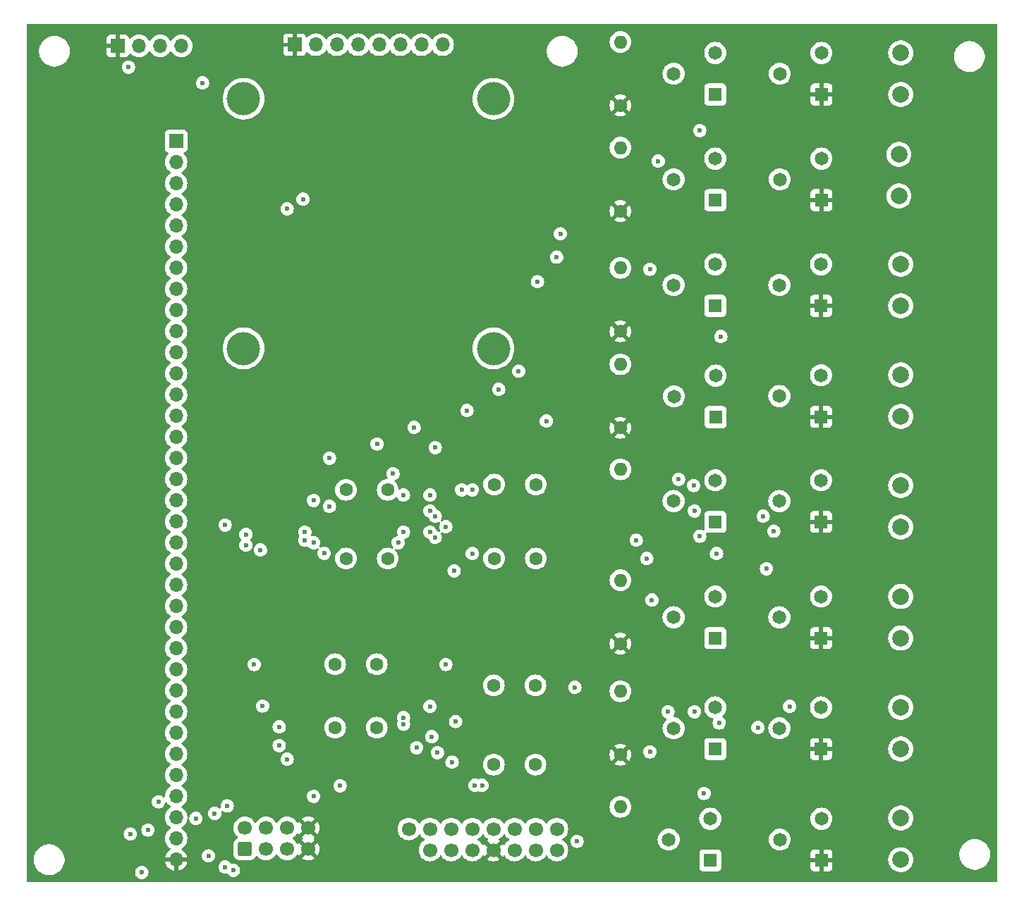
<source format=gbr>
%TF.GenerationSoftware,KiCad,Pcbnew,8.0.8*%
%TF.CreationDate,2025-02-19T17:07:23+00:00*%
%TF.ProjectId,MEMLSensorBoard,4d454d4c-5365-46e7-936f-72426f617264,rev?*%
%TF.SameCoordinates,Original*%
%TF.FileFunction,Copper,L2,Inr*%
%TF.FilePolarity,Positive*%
%FSLAX46Y46*%
G04 Gerber Fmt 4.6, Leading zero omitted, Abs format (unit mm)*
G04 Created by KiCad (PCBNEW 8.0.8) date 2025-02-19 17:07:23*
%MOMM*%
%LPD*%
G01*
G04 APERTURE LIST*
G04 Aperture macros list*
%AMRoundRect*
0 Rectangle with rounded corners*
0 $1 Rounding radius*
0 $2 $3 $4 $5 $6 $7 $8 $9 X,Y pos of 4 corners*
0 Add a 4 corners polygon primitive as box body*
4,1,4,$2,$3,$4,$5,$6,$7,$8,$9,$2,$3,0*
0 Add four circle primitives for the rounded corners*
1,1,$1+$1,$2,$3*
1,1,$1+$1,$4,$5*
1,1,$1+$1,$6,$7*
1,1,$1+$1,$8,$9*
0 Add four rect primitives between the rounded corners*
20,1,$1+$1,$2,$3,$4,$5,0*
20,1,$1+$1,$4,$5,$6,$7,0*
20,1,$1+$1,$6,$7,$8,$9,0*
20,1,$1+$1,$8,$9,$2,$3,0*%
G04 Aperture macros list end*
%TA.AperFunction,ComponentPad*%
%ADD10R,1.650000X1.650000*%
%TD*%
%TA.AperFunction,ComponentPad*%
%ADD11C,1.650000*%
%TD*%
%TA.AperFunction,ComponentPad*%
%ADD12C,1.600000*%
%TD*%
%TA.AperFunction,ComponentPad*%
%ADD13O,1.600000X1.600000*%
%TD*%
%TA.AperFunction,ComponentPad*%
%ADD14C,2.000000*%
%TD*%
%TA.AperFunction,WasherPad*%
%ADD15C,4.000000*%
%TD*%
%TA.AperFunction,ComponentPad*%
%ADD16R,1.700000X1.700000*%
%TD*%
%TA.AperFunction,ComponentPad*%
%ADD17O,1.700000X1.700000*%
%TD*%
%TA.AperFunction,ComponentPad*%
%ADD18RoundRect,0.250000X0.600000X-0.600000X0.600000X0.600000X-0.600000X0.600000X-0.600000X-0.600000X0*%
%TD*%
%TA.AperFunction,ComponentPad*%
%ADD19C,1.700000*%
%TD*%
%TA.AperFunction,ViaPad*%
%ADD20C,0.600000*%
%TD*%
G04 APERTURE END LIST*
D10*
%TO.N,GND*%
%TO.C,RV11*%
X212050000Y-97828998D03*
D11*
%TO.N,Net-(U3B-+)*%
X207050000Y-95328998D03*
%TO.N,/+3V3_SIG*%
X212050000Y-92828998D03*
%TD*%
D10*
%TO.N,GND*%
%TO.C,RV5*%
X212050000Y-57902996D03*
D11*
%TO.N,Net-(U2C-+)*%
X207050000Y-55402996D03*
%TO.N,/+3V3_SIG*%
X212050000Y-52902996D03*
%TD*%
D12*
%TO.N,Net-(U2C--)*%
%TO.C,C7*%
X177800000Y-88265000D03*
%TO.N,/multiplex_A2*%
X172800000Y-88265000D03*
%TD*%
%TO.N,GND*%
%TO.C,R3*%
X187960000Y-46512996D03*
D13*
%TO.N,Net-(J3-Pin_2)*%
X187960000Y-38892996D03*
%TD*%
D12*
%TO.N,Net-(U2B--)*%
%TO.C,C6*%
X155020000Y-88265000D03*
%TO.N,/multiplex_A1*%
X160020000Y-88265000D03*
%TD*%
D14*
%TO.N,/+3V3_SIG*%
%TO.C,J9*%
X221615000Y-124460000D03*
%TO.N,Net-(J9-Pin_2)*%
X221615000Y-119458998D03*
%TD*%
D15*
%TO.N,*%
%TO.C,U1*%
X142720000Y-33020000D03*
X142720000Y-63020000D03*
X172720000Y-33020000D03*
X172720000Y-63020000D03*
D16*
%TO.N,GND*%
X148845000Y-26520000D03*
D17*
%TO.N,+3.3V*%
X151385000Y-26520000D03*
%TO.N,Net-(J1-Pin_32)*%
X153925000Y-26520000D03*
%TO.N,Net-(J1-Pin_31)*%
X156465000Y-26520000D03*
%TO.N,Net-(J1-Pin_16)*%
X159005000Y-26520000D03*
%TO.N,Net-(J1-Pin_17)*%
X161545000Y-26520000D03*
%TO.N,Net-(J1-Pin_15)*%
X164085000Y-26520000D03*
%TO.N,Net-(J1-Pin_18)*%
X166625000Y-26520000D03*
%TD*%
D10*
%TO.N,GND*%
%TO.C,RV13*%
X212050000Y-111163998D03*
D11*
%TO.N,Net-(U3C-+)*%
X207050000Y-108663998D03*
%TO.N,/+3V3_SIG*%
X212050000Y-106163998D03*
%TD*%
D12*
%TO.N,Net-(U2A--)*%
%TO.C,C5*%
X160020000Y-80010000D03*
%TO.N,/multiplex_A0*%
X155020000Y-80010000D03*
%TD*%
D14*
%TO.N,/+3V3_SIG*%
%TO.C,J5*%
X221615000Y-71198998D03*
%TO.N,Net-(J5-Pin_2)*%
X221615000Y-66197996D03*
%TD*%
D12*
%TO.N,GND*%
%TO.C,R7*%
X187960000Y-72547996D03*
D13*
%TO.N,Net-(J5-Pin_2)*%
X187960000Y-64927996D03*
%TD*%
D10*
%TO.N,GND*%
%TO.C,RV1*%
X212090000Y-32502996D03*
D11*
%TO.N,Net-(U2A-+)*%
X207090000Y-30002996D03*
%TO.N,/+3V3_SIG*%
X212090000Y-27502996D03*
%TD*%
D14*
%TO.N,/+3V3_SIG*%
%TO.C,J2*%
X221615000Y-32503497D03*
%TO.N,Net-(J2-Pin_2)*%
X221615000Y-27502495D03*
%TD*%
%TO.N,/+3V3_SIG*%
%TO.C,J7*%
X221615000Y-97829499D03*
%TO.N,Net-(J7-Pin_2)*%
X221615000Y-92828497D03*
%TD*%
D10*
%TO.N,Net-(U3B--)*%
%TO.C,RV12*%
X199350000Y-97828998D03*
D11*
%TO.N,Net-(R22-Pad2)*%
X194350000Y-95328998D03*
%TO.N,/multiplex_A5*%
X199350000Y-92828998D03*
%TD*%
D16*
%TO.N,Net-(J1--12V)*%
%TO.C,J1*%
X134620000Y-38100000D03*
D17*
%TO.N,Net-(J1-+12V)*%
X134620000Y-40640000D03*
%TO.N,/+3V3_SIG*%
X134620000Y-43180000D03*
%TO.N,+5V*%
X134620000Y-45720000D03*
%TO.N,Net-(J1-Pin_5)*%
X134620000Y-48260000D03*
%TO.N,Net-(J1-Pin_6)*%
X134620000Y-50800000D03*
%TO.N,Net-(J1-Pin_7)*%
X134620000Y-53340000D03*
%TO.N,/ADC0*%
X134620000Y-55880000D03*
%TO.N,unconnected-(J1-Pin_9-Pad9)*%
X134620000Y-58420000D03*
%TO.N,unconnected-(J1-Pin_10-Pad10)*%
X134620000Y-60960000D03*
%TO.N,Net-(J1-Pin_11)*%
X134620000Y-63500000D03*
%TO.N,Net-(J1-Pin_12)*%
X134620000Y-66040000D03*
%TO.N,Net-(J1-Pin_13)*%
X134620000Y-68580000D03*
%TO.N,Net-(J1-Pin_14)*%
X134620000Y-71120000D03*
%TO.N,Net-(J1-Pin_15)*%
X134620000Y-73660000D03*
%TO.N,Net-(J1-Pin_16)*%
X134620000Y-76200000D03*
%TO.N,Net-(J1-Pin_17)*%
X134620000Y-78740000D03*
%TO.N,Net-(J1-Pin_18)*%
X134620000Y-81280000D03*
%TO.N,/multiplex_S2*%
X134620000Y-83820000D03*
%TO.N,/multiplex_S1*%
X134620000Y-86360000D03*
%TO.N,/multiplex_S0*%
X134620000Y-88900000D03*
%TO.N,Net-(J1-Pin_22)*%
X134620000Y-91440000D03*
%TO.N,Net-(J1-Pin_23)*%
X134620000Y-93980000D03*
%TO.N,Net-(J1-Pin_24)*%
X134620000Y-96520000D03*
%TO.N,unconnected-(J1-Pin_25-Pad25)*%
X134620000Y-99060000D03*
%TO.N,/IO_2*%
X134620000Y-101600000D03*
%TO.N,/IO_1*%
X134620000Y-104140000D03*
%TO.N,Net-(J1-Pin_28)*%
X134620000Y-106680000D03*
%TO.N,Net-(J1-Pin_29)*%
X134620000Y-109220000D03*
%TO.N,Net-(J1-Pin_30)*%
X134620000Y-111760000D03*
%TO.N,Net-(J1-Pin_31)*%
X134620000Y-114300000D03*
%TO.N,Net-(J1-Pin_32)*%
X134620000Y-116840000D03*
%TO.N,unconnected-(J1-Pin_33-Pad33)*%
X134620000Y-119380000D03*
%TO.N,+3.3V*%
X134620000Y-121920000D03*
%TO.N,GND*%
X134620000Y-124460000D03*
%TD*%
D12*
%TO.N,Net-(U2D--)*%
%TO.C,C8*%
X177800000Y-79375000D03*
%TO.N,/multiplex_A3*%
X172800000Y-79375000D03*
%TD*%
D10*
%TO.N,Net-(U2D--)*%
%TO.C,RV8*%
X199390000Y-71277996D03*
D11*
%TO.N,Net-(R20-Pad2)*%
X194390000Y-68777996D03*
%TO.N,/multiplex_A3*%
X199390000Y-66277996D03*
%TD*%
D12*
%TO.N,GND*%
%TO.C,R13*%
X187960000Y-111838998D03*
D13*
%TO.N,Net-(J8-Pin_2)*%
X187960000Y-104218998D03*
%TD*%
D12*
%TO.N,Net-(U3A--)*%
%TO.C,C9*%
X153710000Y-100965000D03*
%TO.N,/multiplex_A4*%
X158710000Y-100965000D03*
%TD*%
%TO.N,Net-(U3C--)*%
%TO.C,C11*%
X177760000Y-113030000D03*
%TO.N,/multiplex_A6*%
X172760000Y-113030000D03*
%TD*%
%TO.N,GND*%
%TO.C,R9*%
X187960000Y-85168998D03*
D13*
%TO.N,Net-(J6-Pin_2)*%
X187960000Y-77548998D03*
%TD*%
D18*
%TO.N,/IO_1*%
%TO.C,J10*%
X142875000Y-123190000D03*
D19*
X142875000Y-120650000D03*
%TO.N,/IO_2*%
X145415000Y-123190000D03*
X145415000Y-120650000D03*
%TO.N,Net-(D1-A)*%
X147954999Y-123190000D03*
X147955000Y-120650000D03*
%TO.N,GND*%
X150495000Y-123190000D03*
X150495000Y-120650000D03*
%TD*%
D10*
%TO.N,GND*%
%TO.C,RV9*%
X212050000Y-83858998D03*
D11*
%TO.N,Net-(U3A-+)*%
X207050000Y-81358998D03*
%TO.N,/+3V3_SIG*%
X212050000Y-78858998D03*
%TD*%
D14*
%TO.N,/+3V3_SIG*%
%TO.C,J8*%
X221615000Y-111164499D03*
%TO.N,Net-(J8-Pin_2)*%
X221615000Y-106163497D03*
%TD*%
D12*
%TO.N,Net-(U3B--)*%
%TO.C,C10*%
X158710000Y-108585000D03*
%TO.N,/multiplex_A5*%
X153710000Y-108585000D03*
%TD*%
D10*
%TO.N,GND*%
%TO.C,RV7*%
X212050000Y-71237996D03*
D11*
%TO.N,Net-(U2D-+)*%
X207050000Y-68737996D03*
%TO.N,/+3V3_SIG*%
X212050000Y-66237996D03*
%TD*%
D10*
%TO.N,GND*%
%TO.C,RV3*%
X212090000Y-45202996D03*
D11*
%TO.N,Net-(U2B-+)*%
X207090000Y-42702996D03*
%TO.N,/+3V3_SIG*%
X212090000Y-40202996D03*
%TD*%
D10*
%TO.N,Net-(U2C--)*%
%TO.C,RV6*%
X199350000Y-57902996D03*
D11*
%TO.N,Net-(R19-Pad2)*%
X194350000Y-55402996D03*
%TO.N,/multiplex_A2*%
X199350000Y-52902996D03*
%TD*%
D12*
%TO.N,GND*%
%TO.C,R1*%
X187960000Y-33812996D03*
D13*
%TO.N,Net-(J2-Pin_2)*%
X187960000Y-26192996D03*
%TD*%
D10*
%TO.N,Net-(U3A--)*%
%TO.C,RV10*%
X199350000Y-83858998D03*
D11*
%TO.N,Net-(R21-Pad2)*%
X194350000Y-81358998D03*
%TO.N,/multiplex_A4*%
X199350000Y-78858998D03*
%TD*%
D10*
%TO.N,Net-(U2B--)*%
%TO.C,RV4*%
X199350000Y-45202996D03*
D11*
%TO.N,Net-(R18-Pad2)*%
X194350000Y-42702996D03*
%TO.N,/multiplex_A1*%
X199350000Y-40202996D03*
%TD*%
D10*
%TO.N,Net-(U3D--)*%
%TO.C,RV16*%
X198755000Y-124538998D03*
D11*
%TO.N,Net-(R24-Pad2)*%
X193755000Y-122038998D03*
%TO.N,/multiplex_A7*%
X198755000Y-119538998D03*
%TD*%
D10*
%TO.N,Net-(U3C--)*%
%TO.C,RV14*%
X199350000Y-111163998D03*
D11*
%TO.N,Net-(R23-Pad2)*%
X194350000Y-108663998D03*
%TO.N,/multiplex_A6*%
X199350000Y-106163998D03*
%TD*%
D12*
%TO.N,GND*%
%TO.C,R11*%
X187960000Y-98503998D03*
D13*
%TO.N,Net-(J7-Pin_2)*%
X187960000Y-90883998D03*
%TD*%
D16*
%TO.N,GND*%
%TO.C,J12*%
X127635000Y-26670000D03*
D17*
%TO.N,+5V*%
X130175000Y-26670000D03*
%TO.N,Net-(J1-+12V)*%
X132714999Y-26670000D03*
%TO.N,Net-(J1--12V)*%
X135255000Y-26670000D03*
%TD*%
D10*
%TO.N,GND*%
%TO.C,RV15*%
X212090000Y-124538998D03*
D11*
%TO.N,Net-(U3D-+)*%
X207090000Y-122038998D03*
%TO.N,/+3V3_SIG*%
X212090000Y-119538998D03*
%TD*%
D12*
%TO.N,GND*%
%TO.C,R15*%
X187960000Y-125730000D03*
D13*
%TO.N,Net-(J9-Pin_2)*%
X187960000Y-118110000D03*
%TD*%
D14*
%TO.N,/+3V3_SIG*%
%TO.C,J3*%
X221397000Y-44701497D03*
%TO.N,Net-(J3-Pin_2)*%
X221397000Y-39700495D03*
%TD*%
D18*
%TO.N,GND*%
%TO.C,J11*%
X162560000Y-123307500D03*
D19*
%TO.N,Net-(J1-Pin_30)*%
X162560000Y-120767500D03*
%TO.N,Net-(J1-Pin_29)*%
X165100000Y-123307500D03*
%TO.N,Net-(J1-Pin_28)*%
X165100000Y-120767500D03*
%TO.N,Net-(J1-Pin_24)*%
X167640000Y-123307500D03*
%TO.N,Net-(J1-Pin_23)*%
X167640000Y-120767500D03*
%TO.N,Net-(J1-Pin_22)*%
X170180000Y-123307500D03*
%TO.N,Net-(J1-Pin_14)*%
X170180000Y-120767500D03*
%TO.N,GND*%
X172720000Y-123307500D03*
%TO.N,Net-(J1-Pin_13)*%
X172720000Y-120767500D03*
%TO.N,Net-(J1-Pin_12)*%
X175260000Y-123307500D03*
%TO.N,Net-(J1-Pin_11)*%
X175260000Y-120767500D03*
%TO.N,/+3V3_SIG*%
X177800000Y-123307500D03*
%TO.N,Net-(J1-Pin_7)*%
X177800000Y-120767500D03*
%TO.N,Net-(J1-Pin_6)*%
X180340000Y-123307500D03*
%TO.N,Net-(J1-Pin_5)*%
X180340000Y-120767500D03*
%TD*%
D12*
%TO.N,GND*%
%TO.C,R5*%
X187960000Y-60960000D03*
D13*
%TO.N,Net-(J4-Pin_2)*%
X187960000Y-53340000D03*
%TD*%
D12*
%TO.N,Net-(U3D--)*%
%TO.C,C12*%
X177760000Y-103505000D03*
%TO.N,/multiplex_A7*%
X172760000Y-103505000D03*
%TD*%
D14*
%TO.N,/+3V3_SIG*%
%TO.C,J6*%
X221615000Y-84494499D03*
%TO.N,Net-(J6-Pin_2)*%
X221615000Y-79493497D03*
%TD*%
D10*
%TO.N,Net-(U2A--)*%
%TO.C,RV2*%
X199350000Y-32502996D03*
D11*
%TO.N,Net-(R17-Pad2)*%
X194350000Y-30002996D03*
%TO.N,/multiplex_A0*%
X199350000Y-27502996D03*
%TD*%
D14*
%TO.N,/+3V3_SIG*%
%TO.C,J4*%
X221615000Y-57903497D03*
%TO.N,Net-(J4-Pin_2)*%
X221615000Y-52902495D03*
%TD*%
D20*
%TO.N,GND*%
X171060000Y-108000000D03*
X179250000Y-109250000D03*
X171450000Y-83820000D03*
%TO.N,/+3V3_SIG*%
X149860000Y-45085000D03*
X167005000Y-84455000D03*
X153035000Y-76200000D03*
X137795000Y-31115000D03*
X167005000Y-101000000D03*
%TO.N,Net-(J1-Pin_23)*%
X140750000Y-118000000D03*
%TO.N,Net-(J1-Pin_7)*%
X178000000Y-55000000D03*
%TO.N,Net-(J1-Pin_5)*%
X180750000Y-49250000D03*
%TO.N,Net-(J1-Pin_24)*%
X140500000Y-125350000D03*
%TO.N,Net-(J1-Pin_17)*%
X160655000Y-78076304D03*
%TO.N,Net-(J1-Pin_28)*%
X139250000Y-118900000D03*
%TO.N,Net-(J1-Pin_18)*%
X165735000Y-74930000D03*
%TO.N,Net-(J1-Pin_12)*%
X130500000Y-126000000D03*
%TO.N,Net-(J1-Pin_32)*%
X151130000Y-116840000D03*
%TO.N,Net-(J1-Pin_15)*%
X163195000Y-72500000D03*
%TO.N,Net-(J1-Pin_30)*%
X137000000Y-119500000D03*
%TO.N,Net-(J1-Pin_11)*%
X175750000Y-65750000D03*
%TO.N,Net-(J1-Pin_22)*%
X141500000Y-125750000D03*
%TO.N,Net-(J1-Pin_16)*%
X158750000Y-74500000D03*
%TO.N,Net-(J1-Pin_13)*%
X131250000Y-120900000D03*
%TO.N,Net-(J1-Pin_29)*%
X138500000Y-124000000D03*
%TO.N,Net-(J1-Pin_31)*%
X154305000Y-115570000D03*
%TO.N,+3.3V*%
X128905000Y-29210000D03*
X129125000Y-121375000D03*
%TO.N,Net-(J1-Pin_14)*%
X132500000Y-117500000D03*
%TO.N,Net-(J1-Pin_6)*%
X180299265Y-52049265D03*
%TO.N,Net-(U2A--)*%
X196850000Y-82550000D03*
X197485000Y-36830000D03*
X165100000Y-82550000D03*
%TO.N,Net-(U2B--)*%
X165100000Y-85090000D03*
X197485000Y-85583998D03*
%TO.N,Net-(U2C--)*%
X200025000Y-61595000D03*
X199500000Y-87668998D03*
%TO.N,Net-(U2D--)*%
X179070000Y-71755000D03*
%TO.N,Net-(U3A--)*%
X161925000Y-107388733D03*
X196850000Y-106680000D03*
%TO.N,Net-(U3B--)*%
X199827397Y-108021133D03*
X165325735Y-109674265D03*
%TO.N,Net-(U3D--)*%
X182500000Y-103750000D03*
X182750000Y-122250000D03*
%TO.N,Net-(U2A-+)*%
X206375000Y-84983998D03*
X165735000Y-83185000D03*
%TO.N,/multiplex_A0*%
X151130000Y-81280000D03*
X151130000Y-86360000D03*
X194945000Y-78740000D03*
X161925000Y-80645000D03*
X165100000Y-80645000D03*
%TO.N,Net-(U2B-+)*%
X205105000Y-83185000D03*
X161925000Y-85090000D03*
%TO.N,/multiplex_A1*%
X165735000Y-85725000D03*
X189865000Y-86068998D03*
X161290000Y-86360000D03*
X150075000Y-86070000D03*
X192500000Y-40500000D03*
%TO.N,Net-(U2C-+)*%
X168000000Y-89750000D03*
X205500000Y-89500000D03*
%TO.N,/multiplex_A2*%
X191135000Y-88265000D03*
X191500000Y-53500000D03*
X170180000Y-87668998D03*
X150075000Y-85090000D03*
%TO.N,Net-(U2D-+)*%
X169545000Y-70485000D03*
X168910000Y-80010000D03*
%TO.N,/multiplex_A3*%
X173355000Y-67945000D03*
X152400000Y-87630000D03*
X153035000Y-82000000D03*
X170180000Y-80010000D03*
%TO.N,Net-(U3A-+)*%
X208280000Y-106045000D03*
X161925000Y-108188736D03*
%TO.N,/multiplex_A4*%
X196750000Y-79500000D03*
X193675000Y-106680000D03*
X144000000Y-101000000D03*
X165100000Y-106045000D03*
X140500000Y-84250000D03*
%TO.N,Net-(U3B-+)*%
X166000000Y-111600000D03*
X204470000Y-108585000D03*
%TO.N,/multiplex_A5*%
X144750000Y-87250000D03*
X191500000Y-111500000D03*
X191750000Y-93250000D03*
X147000000Y-108500000D03*
X163500000Y-111000000D03*
%TO.N,Net-(U3C-+)*%
X167750000Y-112750000D03*
%TO.N,/multiplex_A6*%
X198000000Y-116500000D03*
X147000000Y-110750000D03*
X143000000Y-85370000D03*
%TO.N,Net-(U3D-+)*%
X168174265Y-107850000D03*
X170500000Y-115530000D03*
%TO.N,/multiplex_A7*%
X143000000Y-86670000D03*
X145000000Y-106000000D03*
X171350000Y-115530000D03*
%TO.N,+5V*%
X147955000Y-46250000D03*
X147955000Y-112395000D03*
%TD*%
%TA.AperFunction,Conductor*%
%TO.N,GND*%
G36*
X171534855Y-121434046D02*
G01*
X171551575Y-121453342D01*
X171681500Y-121638895D01*
X171681505Y-121638901D01*
X171848599Y-121805995D01*
X172011415Y-121920000D01*
X172034595Y-121936231D01*
X172078219Y-121990808D01*
X172085412Y-122060307D01*
X172053890Y-122122661D01*
X172034594Y-122139381D01*
X171958627Y-122192573D01*
X171958626Y-122192573D01*
X172590591Y-122824537D01*
X172527007Y-122841575D01*
X172412993Y-122907401D01*
X172319901Y-123000493D01*
X172254075Y-123114507D01*
X172237037Y-123178090D01*
X171605073Y-122546126D01*
X171605072Y-122546127D01*
X171551880Y-122622095D01*
X171497303Y-122665720D01*
X171427805Y-122672914D01*
X171365450Y-122641391D01*
X171348730Y-122622095D01*
X171332924Y-122599522D01*
X171259092Y-122494078D01*
X171218494Y-122436097D01*
X171051402Y-122269006D01*
X171051396Y-122269001D01*
X170865842Y-122139075D01*
X170822217Y-122084498D01*
X170815023Y-122015000D01*
X170846546Y-121952645D01*
X170865842Y-121935925D01*
X170909743Y-121905185D01*
X171051401Y-121805995D01*
X171218495Y-121638901D01*
X171348425Y-121453342D01*
X171403002Y-121409717D01*
X171472500Y-121402523D01*
X171534855Y-121434046D01*
G37*
%TD.AperFunction*%
%TA.AperFunction,Conductor*%
G36*
X174074855Y-121434046D02*
G01*
X174091575Y-121453342D01*
X174221501Y-121638896D01*
X174221506Y-121638902D01*
X174388597Y-121805993D01*
X174388603Y-121805998D01*
X174574158Y-121935925D01*
X174617783Y-121990502D01*
X174624977Y-122060000D01*
X174593454Y-122122355D01*
X174574158Y-122139075D01*
X174388597Y-122269005D01*
X174221508Y-122436094D01*
X174091269Y-122622095D01*
X174036692Y-122665719D01*
X173967193Y-122672912D01*
X173904839Y-122641390D01*
X173888119Y-122622095D01*
X173834925Y-122546126D01*
X173202962Y-123178090D01*
X173185925Y-123114507D01*
X173120099Y-123000493D01*
X173027007Y-122907401D01*
X172912993Y-122841575D01*
X172849409Y-122824537D01*
X173481372Y-122192573D01*
X173481372Y-122192572D01*
X173405405Y-122139379D01*
X173361780Y-122084802D01*
X173354588Y-122015304D01*
X173386110Y-121952949D01*
X173405406Y-121936230D01*
X173428585Y-121920000D01*
X173591401Y-121805995D01*
X173758495Y-121638901D01*
X173888425Y-121453342D01*
X173943002Y-121409717D01*
X174012500Y-121402523D01*
X174074855Y-121434046D01*
G37*
%TD.AperFunction*%
%TA.AperFunction,Conductor*%
G36*
X150029075Y-120842993D02*
G01*
X150094901Y-120957007D01*
X150187993Y-121050099D01*
X150302007Y-121115925D01*
X150365591Y-121132962D01*
X149733626Y-121764926D01*
X149810031Y-121818426D01*
X149853656Y-121873003D01*
X149860848Y-121942501D01*
X149829326Y-122004856D01*
X149810030Y-122021575D01*
X149733627Y-122075072D01*
X149733626Y-122075073D01*
X150365591Y-122707037D01*
X150302007Y-122724075D01*
X150187993Y-122789901D01*
X150094901Y-122882993D01*
X150029075Y-122997007D01*
X150012037Y-123060590D01*
X149380073Y-122428626D01*
X149380072Y-122428627D01*
X149326879Y-122504596D01*
X149272302Y-122548221D01*
X149202804Y-122555415D01*
X149140449Y-122523892D01*
X149123733Y-122504601D01*
X148994765Y-122320414D01*
X148993492Y-122318596D01*
X148826401Y-122151506D01*
X148826395Y-122151501D01*
X148640841Y-122021575D01*
X148597216Y-121966998D01*
X148590022Y-121897500D01*
X148621545Y-121835145D01*
X148640840Y-121818426D01*
X148826401Y-121688495D01*
X148993495Y-121521401D01*
X149123730Y-121335405D01*
X149178307Y-121291781D01*
X149247805Y-121284587D01*
X149310160Y-121316110D01*
X149326879Y-121335405D01*
X149380072Y-121411372D01*
X149380073Y-121411372D01*
X150012037Y-120779408D01*
X150029075Y-120842993D01*
G37*
%TD.AperFunction*%
%TA.AperFunction,Conductor*%
G36*
X233122539Y-24015185D02*
G01*
X233168294Y-24067989D01*
X233179500Y-24119500D01*
X233179500Y-127010500D01*
X233159815Y-127077539D01*
X233107011Y-127123294D01*
X233055500Y-127134500D01*
X116829500Y-127134500D01*
X116762461Y-127114815D01*
X116716706Y-127062011D01*
X116705500Y-127010500D01*
X116705500Y-124338711D01*
X117529500Y-124338711D01*
X117529500Y-124581288D01*
X117551880Y-124751290D01*
X117561162Y-124821789D01*
X117571427Y-124860099D01*
X117623947Y-125056104D01*
X117689612Y-125214632D01*
X117716776Y-125280212D01*
X117838064Y-125490289D01*
X117838066Y-125490292D01*
X117838067Y-125490293D01*
X117985733Y-125682736D01*
X117985739Y-125682743D01*
X118157256Y-125854260D01*
X118157263Y-125854266D01*
X118170598Y-125864498D01*
X118349711Y-126001936D01*
X118559788Y-126123224D01*
X118783900Y-126216054D01*
X119018211Y-126278838D01*
X119198586Y-126302584D01*
X119258711Y-126310500D01*
X119258712Y-126310500D01*
X119501289Y-126310500D01*
X119549388Y-126304167D01*
X119741789Y-126278838D01*
X119976100Y-126216054D01*
X120200212Y-126123224D01*
X120410289Y-126001936D01*
X120412817Y-125999996D01*
X129694435Y-125999996D01*
X129694435Y-126000003D01*
X129714630Y-126179249D01*
X129714631Y-126179254D01*
X129774211Y-126349523D01*
X129853549Y-126475788D01*
X129870184Y-126502262D01*
X129997738Y-126629816D01*
X130150478Y-126725789D01*
X130320745Y-126785368D01*
X130320750Y-126785369D01*
X130499996Y-126805565D01*
X130500000Y-126805565D01*
X130500004Y-126805565D01*
X130679249Y-126785369D01*
X130679252Y-126785368D01*
X130679255Y-126785368D01*
X130849522Y-126725789D01*
X131002262Y-126629816D01*
X131129816Y-126502262D01*
X131225789Y-126349522D01*
X131285368Y-126179255D01*
X131286919Y-126165489D01*
X131305565Y-126000003D01*
X131305565Y-125999996D01*
X131285369Y-125820750D01*
X131285368Y-125820745D01*
X131250282Y-125720475D01*
X131225789Y-125650478D01*
X131198046Y-125606326D01*
X131182166Y-125581052D01*
X131129816Y-125497738D01*
X131002262Y-125370184D01*
X130997093Y-125366936D01*
X130849523Y-125274211D01*
X130679254Y-125214631D01*
X130679249Y-125214630D01*
X130500004Y-125194435D01*
X130499996Y-125194435D01*
X130320750Y-125214630D01*
X130320745Y-125214631D01*
X130150476Y-125274211D01*
X129997737Y-125370184D01*
X129870184Y-125497737D01*
X129774211Y-125650476D01*
X129714631Y-125820745D01*
X129714630Y-125820750D01*
X129694435Y-125999996D01*
X120412817Y-125999996D01*
X120602738Y-125854265D01*
X120774265Y-125682738D01*
X120921936Y-125490289D01*
X121043224Y-125280212D01*
X121136054Y-125056100D01*
X121198838Y-124821789D01*
X121230500Y-124581288D01*
X121230500Y-124338712D01*
X121228919Y-124326706D01*
X121209507Y-124179254D01*
X121198838Y-124098211D01*
X121136054Y-123863900D01*
X121043224Y-123639788D01*
X120921936Y-123429711D01*
X120787924Y-123255063D01*
X120774266Y-123237263D01*
X120774260Y-123237256D01*
X120602743Y-123065739D01*
X120602736Y-123065733D01*
X120410293Y-122918067D01*
X120410292Y-122918066D01*
X120410289Y-122918064D01*
X120200212Y-122796776D01*
X120187221Y-122791395D01*
X119976104Y-122703947D01*
X119831809Y-122665283D01*
X119741789Y-122641162D01*
X119741788Y-122641161D01*
X119741785Y-122641161D01*
X119501289Y-122609500D01*
X119501288Y-122609500D01*
X119258712Y-122609500D01*
X119258711Y-122609500D01*
X119018214Y-122641161D01*
X118783895Y-122703947D01*
X118559794Y-122796773D01*
X118559785Y-122796777D01*
X118349706Y-122918067D01*
X118157263Y-123065733D01*
X118157256Y-123065739D01*
X117985739Y-123237256D01*
X117985733Y-123237263D01*
X117838067Y-123429706D01*
X117716777Y-123639785D01*
X117716773Y-123639794D01*
X117623947Y-123863895D01*
X117561161Y-124098214D01*
X117529500Y-124338711D01*
X116705500Y-124338711D01*
X116705500Y-121374996D01*
X128319435Y-121374996D01*
X128319435Y-121375003D01*
X128339630Y-121554249D01*
X128339631Y-121554254D01*
X128399211Y-121724523D01*
X128471457Y-121839501D01*
X128495184Y-121877262D01*
X128622738Y-122004816D01*
X128775478Y-122100789D01*
X128837985Y-122122661D01*
X128945745Y-122160368D01*
X128945750Y-122160369D01*
X129124996Y-122180565D01*
X129125000Y-122180565D01*
X129125004Y-122180565D01*
X129304249Y-122160369D01*
X129304252Y-122160368D01*
X129304255Y-122160368D01*
X129474522Y-122100789D01*
X129627262Y-122004816D01*
X129754816Y-121877262D01*
X129850789Y-121724522D01*
X129910368Y-121554255D01*
X129914070Y-121521401D01*
X129930565Y-121375003D01*
X129930565Y-121374996D01*
X129910369Y-121195750D01*
X129910368Y-121195745D01*
X129882438Y-121115925D01*
X129850789Y-121025478D01*
X129836610Y-121002913D01*
X129807766Y-120957007D01*
X129771943Y-120899996D01*
X130444435Y-120899996D01*
X130444435Y-120900003D01*
X130464630Y-121079249D01*
X130464631Y-121079254D01*
X130524211Y-121249523D01*
X130602245Y-121373712D01*
X130620184Y-121402262D01*
X130747738Y-121529816D01*
X130833836Y-121583915D01*
X130891557Y-121620184D01*
X130900478Y-121625789D01*
X130937953Y-121638902D01*
X131070745Y-121685368D01*
X131070750Y-121685369D01*
X131249996Y-121705565D01*
X131250000Y-121705565D01*
X131250004Y-121705565D01*
X131429249Y-121685369D01*
X131429252Y-121685368D01*
X131429255Y-121685368D01*
X131599522Y-121625789D01*
X131752262Y-121529816D01*
X131879816Y-121402262D01*
X131975789Y-121249522D01*
X132035368Y-121079255D01*
X132038822Y-121048599D01*
X132055565Y-120900003D01*
X132055565Y-120899996D01*
X132035369Y-120720750D01*
X132035368Y-120720745D01*
X132018486Y-120672500D01*
X131975789Y-120550478D01*
X131879816Y-120397738D01*
X131752262Y-120270184D01*
X131681608Y-120225789D01*
X131599523Y-120174211D01*
X131429254Y-120114631D01*
X131429249Y-120114630D01*
X131250004Y-120094435D01*
X131249996Y-120094435D01*
X131070750Y-120114630D01*
X131070745Y-120114631D01*
X130900476Y-120174211D01*
X130747737Y-120270184D01*
X130620184Y-120397737D01*
X130524211Y-120550476D01*
X130464631Y-120720745D01*
X130464630Y-120720750D01*
X130444435Y-120899996D01*
X129771943Y-120899996D01*
X129754816Y-120872738D01*
X129627262Y-120745184D01*
X129580539Y-120715826D01*
X129474523Y-120649211D01*
X129304254Y-120589631D01*
X129304249Y-120589630D01*
X129125004Y-120569435D01*
X129124996Y-120569435D01*
X128945750Y-120589630D01*
X128945745Y-120589631D01*
X128775476Y-120649211D01*
X128622737Y-120745184D01*
X128495184Y-120872737D01*
X128399211Y-121025476D01*
X128339631Y-121195745D01*
X128339630Y-121195750D01*
X128319435Y-121374996D01*
X116705500Y-121374996D01*
X116705500Y-117499996D01*
X131694435Y-117499996D01*
X131694435Y-117500003D01*
X131714630Y-117679249D01*
X131714631Y-117679254D01*
X131774211Y-117849523D01*
X131795436Y-117883302D01*
X131870184Y-118002262D01*
X131997738Y-118129816D01*
X132002010Y-118132500D01*
X132127856Y-118211575D01*
X132150478Y-118225789D01*
X132319756Y-118285022D01*
X132320745Y-118285368D01*
X132320750Y-118285369D01*
X132499996Y-118305565D01*
X132500000Y-118305565D01*
X132500004Y-118305565D01*
X132679249Y-118285369D01*
X132679252Y-118285368D01*
X132679255Y-118285368D01*
X132849522Y-118225789D01*
X133002262Y-118129816D01*
X133129816Y-118002262D01*
X133225789Y-117849522D01*
X133285368Y-117679255D01*
X133286580Y-117668491D01*
X133313644Y-117604078D01*
X133371237Y-117564520D01*
X133441074Y-117562379D01*
X133500982Y-117598335D01*
X133511376Y-117611247D01*
X133534689Y-117644542D01*
X133581505Y-117711401D01*
X133581506Y-117711402D01*
X133748597Y-117878493D01*
X133748603Y-117878498D01*
X133934158Y-118008425D01*
X133977783Y-118063002D01*
X133984977Y-118132500D01*
X133953454Y-118194855D01*
X133934158Y-118211575D01*
X133748597Y-118341505D01*
X133581505Y-118508597D01*
X133445965Y-118702169D01*
X133445964Y-118702171D01*
X133346098Y-118916335D01*
X133346094Y-118916344D01*
X133284938Y-119144586D01*
X133284936Y-119144596D01*
X133264341Y-119379999D01*
X133264341Y-119380000D01*
X133284936Y-119615403D01*
X133284938Y-119615413D01*
X133346094Y-119843655D01*
X133346096Y-119843659D01*
X133346097Y-119843663D01*
X133425982Y-120014977D01*
X133445965Y-120057830D01*
X133445967Y-120057834D01*
X133581501Y-120251395D01*
X133581506Y-120251402D01*
X133748597Y-120418493D01*
X133748603Y-120418498D01*
X133934158Y-120548425D01*
X133977783Y-120603002D01*
X133984977Y-120672500D01*
X133953454Y-120734855D01*
X133934158Y-120751575D01*
X133748597Y-120881505D01*
X133581505Y-121048597D01*
X133445965Y-121242169D01*
X133445964Y-121242171D01*
X133346098Y-121456335D01*
X133346094Y-121456344D01*
X133284938Y-121684586D01*
X133284936Y-121684596D01*
X133264341Y-121919999D01*
X133264341Y-121920000D01*
X133284936Y-122155403D01*
X133284938Y-122155413D01*
X133346094Y-122383655D01*
X133346096Y-122383659D01*
X133346097Y-122383663D01*
X133422627Y-122547782D01*
X133445965Y-122597830D01*
X133445967Y-122597834D01*
X133534363Y-122724075D01*
X133581505Y-122791401D01*
X133748599Y-122958495D01*
X133923795Y-123081169D01*
X133934594Y-123088730D01*
X133978219Y-123143307D01*
X133985413Y-123212805D01*
X133953890Y-123275160D01*
X133934595Y-123291880D01*
X133748922Y-123421890D01*
X133748920Y-123421891D01*
X133581891Y-123588920D01*
X133581886Y-123588926D01*
X133446400Y-123782420D01*
X133446399Y-123782422D01*
X133346570Y-123996507D01*
X133346567Y-123996513D01*
X133289364Y-124209999D01*
X133289364Y-124210000D01*
X134186988Y-124210000D01*
X134154075Y-124267007D01*
X134120000Y-124394174D01*
X134120000Y-124525826D01*
X134154075Y-124652993D01*
X134186988Y-124710000D01*
X133289364Y-124710000D01*
X133346567Y-124923486D01*
X133346570Y-124923492D01*
X133446399Y-125137578D01*
X133581894Y-125331082D01*
X133748917Y-125498105D01*
X133942421Y-125633600D01*
X134156507Y-125733429D01*
X134156516Y-125733433D01*
X134370000Y-125790634D01*
X134370000Y-124893012D01*
X134427007Y-124925925D01*
X134554174Y-124960000D01*
X134685826Y-124960000D01*
X134812993Y-124925925D01*
X134870000Y-124893012D01*
X134870000Y-125790633D01*
X135083483Y-125733433D01*
X135083492Y-125733429D01*
X135297578Y-125633600D01*
X135491082Y-125498105D01*
X135639191Y-125349996D01*
X139694435Y-125349996D01*
X139694435Y-125350003D01*
X139714630Y-125529249D01*
X139714631Y-125529254D01*
X139774211Y-125699523D01*
X139850384Y-125820750D01*
X139870184Y-125852262D01*
X139997738Y-125979816D01*
X140150478Y-126075789D01*
X140286045Y-126123226D01*
X140320745Y-126135368D01*
X140320750Y-126135369D01*
X140499996Y-126155565D01*
X140500000Y-126155565D01*
X140500004Y-126155565D01*
X140679250Y-126135369D01*
X140679251Y-126135368D01*
X140679255Y-126135368D01*
X140682215Y-126134331D01*
X140684250Y-126134227D01*
X140686037Y-126133820D01*
X140686108Y-126134132D01*
X140751992Y-126130764D01*
X140812622Y-126165489D01*
X140828168Y-126185394D01*
X140870184Y-126252262D01*
X140997738Y-126379816D01*
X141150478Y-126475789D01*
X141320745Y-126535368D01*
X141320750Y-126535369D01*
X141499996Y-126555565D01*
X141500000Y-126555565D01*
X141500004Y-126555565D01*
X141679249Y-126535369D01*
X141679252Y-126535368D01*
X141679255Y-126535368D01*
X141849522Y-126475789D01*
X142002262Y-126379816D01*
X142129816Y-126252262D01*
X142225789Y-126099522D01*
X142285368Y-125929255D01*
X142286459Y-125919571D01*
X142305565Y-125750003D01*
X142305565Y-125749996D01*
X142285369Y-125570750D01*
X142285368Y-125570745D01*
X142259821Y-125497737D01*
X142225789Y-125400478D01*
X142215928Y-125384785D01*
X142129815Y-125247737D01*
X142002262Y-125120184D01*
X141849523Y-125024211D01*
X141679254Y-124964631D01*
X141679249Y-124964630D01*
X141500004Y-124944435D01*
X141499996Y-124944435D01*
X141320746Y-124964631D01*
X141320742Y-124964632D01*
X141317767Y-124965673D01*
X141315726Y-124965777D01*
X141313956Y-124966181D01*
X141313885Y-124965870D01*
X141247988Y-124969229D01*
X141187363Y-124934495D01*
X141171828Y-124914600D01*
X141134563Y-124855293D01*
X141129816Y-124847738D01*
X141002262Y-124720184D01*
X140982591Y-124707824D01*
X140849523Y-124624211D01*
X140679254Y-124564631D01*
X140679249Y-124564630D01*
X140500004Y-124544435D01*
X140499996Y-124544435D01*
X140320750Y-124564630D01*
X140320745Y-124564631D01*
X140150476Y-124624211D01*
X139997737Y-124720184D01*
X139870184Y-124847737D01*
X139774211Y-125000476D01*
X139714631Y-125170745D01*
X139714630Y-125170750D01*
X139694435Y-125349996D01*
X135639191Y-125349996D01*
X135658105Y-125331082D01*
X135793600Y-125137578D01*
X135893429Y-124923492D01*
X135893432Y-124923486D01*
X135950636Y-124710000D01*
X135053012Y-124710000D01*
X135085925Y-124652993D01*
X135120000Y-124525826D01*
X135120000Y-124394174D01*
X135085925Y-124267007D01*
X135053012Y-124210000D01*
X135950636Y-124210000D01*
X135950635Y-124209999D01*
X135894365Y-123999996D01*
X137694435Y-123999996D01*
X137694435Y-124000003D01*
X137714630Y-124179249D01*
X137714631Y-124179254D01*
X137774211Y-124349523D01*
X137845786Y-124463433D01*
X137870184Y-124502262D01*
X137997738Y-124629816D01*
X138022241Y-124645212D01*
X138141557Y-124720184D01*
X138150478Y-124725789D01*
X138320745Y-124785368D01*
X138320750Y-124785369D01*
X138499996Y-124805565D01*
X138500000Y-124805565D01*
X138500004Y-124805565D01*
X138679249Y-124785369D01*
X138679252Y-124785368D01*
X138679255Y-124785368D01*
X138849522Y-124725789D01*
X139002262Y-124629816D01*
X139129816Y-124502262D01*
X139225789Y-124349522D01*
X139285368Y-124179255D01*
X139285408Y-124178900D01*
X139305565Y-124000003D01*
X139305565Y-123999996D01*
X139285369Y-123820750D01*
X139285368Y-123820745D01*
X139271958Y-123782422D01*
X139225789Y-123650478D01*
X139129816Y-123497738D01*
X139002262Y-123370184D01*
X139001271Y-123369561D01*
X138849523Y-123274211D01*
X138679254Y-123214631D01*
X138679249Y-123214630D01*
X138500004Y-123194435D01*
X138499996Y-123194435D01*
X138320750Y-123214630D01*
X138320745Y-123214631D01*
X138150476Y-123274211D01*
X137997737Y-123370184D01*
X137870184Y-123497737D01*
X137774211Y-123650476D01*
X137714631Y-123820745D01*
X137714630Y-123820750D01*
X137694435Y-123999996D01*
X135894365Y-123999996D01*
X135893432Y-123996513D01*
X135893429Y-123996507D01*
X135793600Y-123782422D01*
X135793599Y-123782420D01*
X135658113Y-123588926D01*
X135658108Y-123588920D01*
X135491078Y-123421890D01*
X135305405Y-123291879D01*
X135261780Y-123237302D01*
X135254588Y-123167804D01*
X135286110Y-123105449D01*
X135305406Y-123088730D01*
X135316200Y-123081172D01*
X135491401Y-122958495D01*
X135658495Y-122791401D01*
X135794035Y-122597830D01*
X135893903Y-122383663D01*
X135955063Y-122155408D01*
X135975659Y-121920000D01*
X135973690Y-121897500D01*
X135965685Y-121805995D01*
X135955063Y-121684592D01*
X135893903Y-121456337D01*
X135794035Y-121242171D01*
X135792188Y-121239532D01*
X135658494Y-121048597D01*
X135491402Y-120881506D01*
X135491396Y-120881501D01*
X135305842Y-120751575D01*
X135262217Y-120696998D01*
X135257352Y-120649999D01*
X141519341Y-120649999D01*
X141519341Y-120650000D01*
X141539936Y-120885403D01*
X141539938Y-120885413D01*
X141601094Y-121113655D01*
X141601096Y-121113659D01*
X141601097Y-121113663D01*
X141681004Y-121285023D01*
X141700965Y-121327830D01*
X141700967Y-121327834D01*
X141796753Y-121464630D01*
X141836505Y-121521401D01*
X142003599Y-121688495D01*
X142003604Y-121688499D01*
X142004968Y-121689643D01*
X142005407Y-121690303D01*
X142007427Y-121692323D01*
X142007021Y-121692728D01*
X142043669Y-121747815D01*
X142044776Y-121817676D01*
X142007937Y-121877046D01*
X141964267Y-121902336D01*
X141955669Y-121905184D01*
X141955663Y-121905187D01*
X141806342Y-121997289D01*
X141682289Y-122121342D01*
X141590187Y-122270663D01*
X141590185Y-122270668D01*
X141573701Y-122320414D01*
X141535001Y-122437203D01*
X141535001Y-122437204D01*
X141535000Y-122437204D01*
X141524500Y-122539983D01*
X141524500Y-123840001D01*
X141524501Y-123840018D01*
X141535000Y-123942796D01*
X141535001Y-123942799D01*
X141587339Y-124100742D01*
X141590186Y-124109334D01*
X141682288Y-124258656D01*
X141806344Y-124382712D01*
X141955666Y-124474814D01*
X142122203Y-124529999D01*
X142224991Y-124540500D01*
X143525008Y-124540499D01*
X143627797Y-124529999D01*
X143794334Y-124474814D01*
X143943656Y-124382712D01*
X144067712Y-124258656D01*
X144159814Y-124109334D01*
X144162662Y-124100738D01*
X144202429Y-124043294D01*
X144266944Y-124016468D01*
X144335720Y-124028779D01*
X144372483Y-124057766D01*
X144372677Y-124057573D01*
X144374313Y-124059209D01*
X144375354Y-124060030D01*
X144376501Y-124061397D01*
X144376504Y-124061400D01*
X144376505Y-124061401D01*
X144543599Y-124228495D01*
X144586675Y-124258657D01*
X144737165Y-124364032D01*
X144737167Y-124364033D01*
X144737170Y-124364035D01*
X144951337Y-124463903D01*
X145179592Y-124525063D01*
X145356034Y-124540500D01*
X145414999Y-124545659D01*
X145415000Y-124545659D01*
X145415001Y-124545659D01*
X145473966Y-124540500D01*
X145650408Y-124525063D01*
X145878663Y-124463903D01*
X146092830Y-124364035D01*
X146286401Y-124228495D01*
X146453495Y-124061401D01*
X146583424Y-123875842D01*
X146638001Y-123832218D01*
X146707499Y-123825024D01*
X146769854Y-123856547D01*
X146786574Y-123875842D01*
X146916504Y-124061401D01*
X147083598Y-124228495D01*
X147126674Y-124258657D01*
X147277164Y-124364032D01*
X147277166Y-124364033D01*
X147277169Y-124364035D01*
X147491336Y-124463903D01*
X147719591Y-124525063D01*
X147896033Y-124540500D01*
X147954998Y-124545659D01*
X147954999Y-124545659D01*
X147955000Y-124545659D01*
X148013965Y-124540500D01*
X148190407Y-124525063D01*
X148418662Y-124463903D01*
X148632829Y-124364035D01*
X148826400Y-124228495D01*
X148993494Y-124061401D01*
X149123731Y-123875403D01*
X149178306Y-123831780D01*
X149247804Y-123824586D01*
X149310159Y-123856109D01*
X149326878Y-123875404D01*
X149380072Y-123951372D01*
X149380073Y-123951372D01*
X150012037Y-123319408D01*
X150029075Y-123382993D01*
X150094901Y-123497007D01*
X150187993Y-123590099D01*
X150302007Y-123655925D01*
X150365591Y-123672962D01*
X149733626Y-124304926D01*
X149817417Y-124363598D01*
X149817421Y-124363600D01*
X150031507Y-124463429D01*
X150031516Y-124463433D01*
X150259673Y-124524567D01*
X150259684Y-124524569D01*
X150494998Y-124545157D01*
X150495002Y-124545157D01*
X150730315Y-124524569D01*
X150730326Y-124524567D01*
X150958483Y-124463433D01*
X150958492Y-124463429D01*
X151172580Y-124363599D01*
X151256371Y-124304925D01*
X150624408Y-123672962D01*
X150687993Y-123655925D01*
X150802007Y-123590099D01*
X150895099Y-123497007D01*
X150960925Y-123382993D01*
X150977962Y-123319408D01*
X151609925Y-123951371D01*
X151668599Y-123867580D01*
X151768429Y-123653492D01*
X151768433Y-123653483D01*
X151829567Y-123425326D01*
X151829569Y-123425315D01*
X151850157Y-123190001D01*
X151850157Y-123189998D01*
X151829569Y-122954684D01*
X151829567Y-122954673D01*
X151768433Y-122726516D01*
X151768429Y-122726507D01*
X151668601Y-122512424D01*
X151609925Y-122428626D01*
X150977962Y-123060590D01*
X150960925Y-122997007D01*
X150895099Y-122882993D01*
X150802007Y-122789901D01*
X150687993Y-122724075D01*
X150624409Y-122707037D01*
X151256372Y-122075073D01*
X151179969Y-122021575D01*
X151136344Y-121966998D01*
X151129152Y-121897499D01*
X151160674Y-121835144D01*
X151179968Y-121818426D01*
X151256371Y-121764925D01*
X150624408Y-121132962D01*
X150687993Y-121115925D01*
X150802007Y-121050099D01*
X150895099Y-120957007D01*
X150960925Y-120842993D01*
X150977962Y-120779408D01*
X151609925Y-121411371D01*
X151668599Y-121327580D01*
X151768429Y-121113492D01*
X151768433Y-121113483D01*
X151829567Y-120885326D01*
X151829569Y-120885315D01*
X151839877Y-120767499D01*
X161204341Y-120767499D01*
X161204341Y-120767500D01*
X161224936Y-121002903D01*
X161224938Y-121002913D01*
X161286094Y-121231155D01*
X161286096Y-121231159D01*
X161286097Y-121231163D01*
X161353171Y-121375003D01*
X161385965Y-121445330D01*
X161385967Y-121445334D01*
X161462231Y-121554249D01*
X161521505Y-121638901D01*
X161688599Y-121805995D01*
X161751446Y-121850001D01*
X161882165Y-121941532D01*
X161882167Y-121941533D01*
X161882170Y-121941535D01*
X162096337Y-122041403D01*
X162324592Y-122102563D01*
X162512918Y-122119039D01*
X162559999Y-122123159D01*
X162560000Y-122123159D01*
X162560001Y-122123159D01*
X162599234Y-122119726D01*
X162795408Y-122102563D01*
X163023663Y-122041403D01*
X163237830Y-121941535D01*
X163431401Y-121805995D01*
X163598495Y-121638901D01*
X163728425Y-121453342D01*
X163783002Y-121409717D01*
X163852500Y-121402523D01*
X163914855Y-121434046D01*
X163931575Y-121453342D01*
X164061501Y-121638896D01*
X164061506Y-121638902D01*
X164228597Y-121805993D01*
X164228603Y-121805998D01*
X164414158Y-121935925D01*
X164457783Y-121990502D01*
X164464977Y-122060000D01*
X164433454Y-122122355D01*
X164414158Y-122139075D01*
X164228597Y-122269005D01*
X164061505Y-122436097D01*
X163925965Y-122629669D01*
X163925964Y-122629671D01*
X163826098Y-122843835D01*
X163826094Y-122843844D01*
X163764938Y-123072086D01*
X163764936Y-123072096D01*
X163744341Y-123307499D01*
X163744341Y-123307500D01*
X163764936Y-123542903D01*
X163764938Y-123542913D01*
X163826094Y-123771155D01*
X163826096Y-123771159D01*
X163826097Y-123771163D01*
X163907759Y-123946288D01*
X163925965Y-123985330D01*
X163925967Y-123985334D01*
X164012795Y-124109336D01*
X164061505Y-124178901D01*
X164228599Y-124345995D01*
X164297406Y-124394174D01*
X164422165Y-124481532D01*
X164422167Y-124481533D01*
X164422170Y-124481535D01*
X164636337Y-124581403D01*
X164864592Y-124642563D01*
X165052918Y-124659039D01*
X165099999Y-124663159D01*
X165100000Y-124663159D01*
X165100001Y-124663159D01*
X165139234Y-124659726D01*
X165335408Y-124642563D01*
X165563663Y-124581403D01*
X165777830Y-124481535D01*
X165971401Y-124345995D01*
X166138495Y-124178901D01*
X166268425Y-123993342D01*
X166323002Y-123949717D01*
X166392500Y-123942523D01*
X166454855Y-123974046D01*
X166471575Y-123993342D01*
X166601500Y-124178895D01*
X166601505Y-124178901D01*
X166768599Y-124345995D01*
X166837406Y-124394174D01*
X166962165Y-124481532D01*
X166962167Y-124481533D01*
X166962170Y-124481535D01*
X167176337Y-124581403D01*
X167404592Y-124642563D01*
X167592918Y-124659039D01*
X167639999Y-124663159D01*
X167640000Y-124663159D01*
X167640001Y-124663159D01*
X167679234Y-124659726D01*
X167875408Y-124642563D01*
X168103663Y-124581403D01*
X168317830Y-124481535D01*
X168511401Y-124345995D01*
X168678495Y-124178901D01*
X168808425Y-123993342D01*
X168863002Y-123949717D01*
X168932500Y-123942523D01*
X168994855Y-123974046D01*
X169011575Y-123993342D01*
X169141500Y-124178895D01*
X169141505Y-124178901D01*
X169308599Y-124345995D01*
X169377406Y-124394174D01*
X169502165Y-124481532D01*
X169502167Y-124481533D01*
X169502170Y-124481535D01*
X169716337Y-124581403D01*
X169944592Y-124642563D01*
X170132918Y-124659039D01*
X170179999Y-124663159D01*
X170180000Y-124663159D01*
X170180001Y-124663159D01*
X170219234Y-124659726D01*
X170415408Y-124642563D01*
X170643663Y-124581403D01*
X170857830Y-124481535D01*
X171051401Y-124345995D01*
X171218495Y-124178901D01*
X171348730Y-123992905D01*
X171403307Y-123949281D01*
X171472805Y-123942087D01*
X171535160Y-123973610D01*
X171551879Y-123992905D01*
X171605072Y-124068872D01*
X171605073Y-124068872D01*
X172237037Y-123436908D01*
X172254075Y-123500493D01*
X172319901Y-123614507D01*
X172412993Y-123707599D01*
X172527007Y-123773425D01*
X172590591Y-123790462D01*
X171958626Y-124422426D01*
X172042417Y-124481098D01*
X172042421Y-124481100D01*
X172256507Y-124580929D01*
X172256516Y-124580933D01*
X172484673Y-124642067D01*
X172484684Y-124642069D01*
X172719998Y-124662657D01*
X172720002Y-124662657D01*
X172955315Y-124642069D01*
X172955326Y-124642067D01*
X173183483Y-124580933D01*
X173183492Y-124580929D01*
X173397580Y-124481099D01*
X173481371Y-124422425D01*
X172849408Y-123790462D01*
X172912993Y-123773425D01*
X173027007Y-123707599D01*
X173120099Y-123614507D01*
X173185925Y-123500493D01*
X173202962Y-123436908D01*
X173834925Y-124068871D01*
X173888120Y-123992904D01*
X173942697Y-123949280D01*
X174012196Y-123942088D01*
X174074550Y-123973611D01*
X174091268Y-123992904D01*
X174221505Y-124178901D01*
X174388599Y-124345995D01*
X174457406Y-124394174D01*
X174582165Y-124481532D01*
X174582167Y-124481533D01*
X174582170Y-124481535D01*
X174796337Y-124581403D01*
X175024592Y-124642563D01*
X175212918Y-124659039D01*
X175259999Y-124663159D01*
X175260000Y-124663159D01*
X175260001Y-124663159D01*
X175299234Y-124659726D01*
X175495408Y-124642563D01*
X175723663Y-124581403D01*
X175937830Y-124481535D01*
X176131401Y-124345995D01*
X176298495Y-124178901D01*
X176428425Y-123993342D01*
X176483002Y-123949717D01*
X176552500Y-123942523D01*
X176614855Y-123974046D01*
X176631575Y-123993342D01*
X176761500Y-124178895D01*
X176761505Y-124178901D01*
X176928599Y-124345995D01*
X176997406Y-124394174D01*
X177122165Y-124481532D01*
X177122167Y-124481533D01*
X177122170Y-124481535D01*
X177336337Y-124581403D01*
X177564592Y-124642563D01*
X177752918Y-124659039D01*
X177799999Y-124663159D01*
X177800000Y-124663159D01*
X177800001Y-124663159D01*
X177839234Y-124659726D01*
X178035408Y-124642563D01*
X178263663Y-124581403D01*
X178477830Y-124481535D01*
X178671401Y-124345995D01*
X178838495Y-124178901D01*
X178968425Y-123993342D01*
X179023002Y-123949717D01*
X179092500Y-123942523D01*
X179154855Y-123974046D01*
X179171575Y-123993342D01*
X179301500Y-124178895D01*
X179301505Y-124178901D01*
X179468599Y-124345995D01*
X179537406Y-124394174D01*
X179662165Y-124481532D01*
X179662167Y-124481533D01*
X179662170Y-124481535D01*
X179876337Y-124581403D01*
X180104592Y-124642563D01*
X180292918Y-124659039D01*
X180339999Y-124663159D01*
X180340000Y-124663159D01*
X180340001Y-124663159D01*
X180379234Y-124659726D01*
X180575408Y-124642563D01*
X180803663Y-124581403D01*
X181017830Y-124481535D01*
X181211401Y-124345995D01*
X181378495Y-124178901D01*
X181514035Y-123985330D01*
X181613903Y-123771163D01*
X181642045Y-123666133D01*
X197429500Y-123666133D01*
X197429500Y-125411868D01*
X197429501Y-125411874D01*
X197435908Y-125471481D01*
X197486202Y-125606326D01*
X197486206Y-125606333D01*
X197572452Y-125721542D01*
X197572455Y-125721545D01*
X197687664Y-125807791D01*
X197687671Y-125807795D01*
X197822517Y-125858089D01*
X197822516Y-125858089D01*
X197829444Y-125858833D01*
X197882127Y-125864498D01*
X199627872Y-125864497D01*
X199687483Y-125858089D01*
X199822331Y-125807794D01*
X199937546Y-125721544D01*
X200023796Y-125606329D01*
X200074091Y-125471481D01*
X200080500Y-125411871D01*
X200080499Y-123666153D01*
X210765000Y-123666153D01*
X210765000Y-124288998D01*
X211599252Y-124288998D01*
X211577482Y-124326706D01*
X211540000Y-124466589D01*
X211540000Y-124611407D01*
X211577482Y-124751290D01*
X211599252Y-124788998D01*
X210765000Y-124788998D01*
X210765000Y-125411842D01*
X210771401Y-125471370D01*
X210771403Y-125471377D01*
X210821645Y-125606084D01*
X210821649Y-125606091D01*
X210907809Y-125721185D01*
X210907812Y-125721188D01*
X211022906Y-125807348D01*
X211022913Y-125807352D01*
X211157620Y-125857594D01*
X211157627Y-125857596D01*
X211217155Y-125863997D01*
X211217172Y-125863998D01*
X211840000Y-125863998D01*
X211840000Y-125029745D01*
X211877708Y-125051516D01*
X212017591Y-125088998D01*
X212162409Y-125088998D01*
X212302292Y-125051516D01*
X212340000Y-125029745D01*
X212340000Y-125863998D01*
X212962828Y-125863998D01*
X212962844Y-125863997D01*
X213022372Y-125857596D01*
X213022379Y-125857594D01*
X213157086Y-125807352D01*
X213157093Y-125807348D01*
X213272187Y-125721188D01*
X213272190Y-125721185D01*
X213358350Y-125606091D01*
X213358354Y-125606084D01*
X213408596Y-125471377D01*
X213408598Y-125471370D01*
X213414999Y-125411842D01*
X213415000Y-125411825D01*
X213415000Y-124788998D01*
X212580748Y-124788998D01*
X212602518Y-124751290D01*
X212640000Y-124611407D01*
X212640000Y-124466589D01*
X212638233Y-124459994D01*
X220109357Y-124459994D01*
X220109357Y-124460005D01*
X220129890Y-124707812D01*
X220129892Y-124707824D01*
X220190936Y-124948881D01*
X220290826Y-125176606D01*
X220426833Y-125384782D01*
X220441282Y-125400478D01*
X220595256Y-125567738D01*
X220791491Y-125720474D01*
X220793468Y-125721544D01*
X220976775Y-125820745D01*
X221010190Y-125838828D01*
X221245386Y-125919571D01*
X221490665Y-125960500D01*
X221739335Y-125960500D01*
X221984614Y-125919571D01*
X222219810Y-125838828D01*
X222438509Y-125720474D01*
X222634744Y-125567738D01*
X222803164Y-125384785D01*
X222939173Y-125176607D01*
X223039063Y-124948881D01*
X223100108Y-124707821D01*
X223103809Y-124663159D01*
X223120643Y-124460005D01*
X223120643Y-124459994D01*
X223100109Y-124212187D01*
X223100107Y-124212175D01*
X223039063Y-123971118D01*
X222939173Y-123743393D01*
X222913248Y-123703711D01*
X228654500Y-123703711D01*
X228654500Y-123946288D01*
X228686161Y-124186785D01*
X228748947Y-124421104D01*
X228833077Y-124624211D01*
X228841776Y-124645212D01*
X228963064Y-124855289D01*
X228963066Y-124855292D01*
X228963067Y-124855293D01*
X229110733Y-125047736D01*
X229110739Y-125047743D01*
X229282256Y-125219260D01*
X229282263Y-125219266D01*
X229319369Y-125247738D01*
X229474711Y-125366936D01*
X229684788Y-125488224D01*
X229908900Y-125581054D01*
X230143211Y-125643838D01*
X230323586Y-125667584D01*
X230383711Y-125675500D01*
X230383712Y-125675500D01*
X230626289Y-125675500D01*
X230674388Y-125669167D01*
X230866789Y-125643838D01*
X231101100Y-125581054D01*
X231325212Y-125488224D01*
X231535289Y-125366936D01*
X231727738Y-125219265D01*
X231899265Y-125047738D01*
X232046936Y-124855289D01*
X232168224Y-124645212D01*
X232261054Y-124421100D01*
X232323838Y-124186789D01*
X232355500Y-123946288D01*
X232355500Y-123703712D01*
X232323838Y-123463211D01*
X232261054Y-123228900D01*
X232168224Y-123004788D01*
X232046936Y-122794711D01*
X231977545Y-122704279D01*
X231899266Y-122602263D01*
X231899260Y-122602256D01*
X231727743Y-122430739D01*
X231727736Y-122430733D01*
X231535293Y-122283067D01*
X231535292Y-122283066D01*
X231535289Y-122283064D01*
X231325212Y-122161776D01*
X231321813Y-122160368D01*
X231101104Y-122068947D01*
X230983743Y-122037500D01*
X230866789Y-122006162D01*
X230866788Y-122006161D01*
X230866785Y-122006161D01*
X230626289Y-121974500D01*
X230626288Y-121974500D01*
X230383712Y-121974500D01*
X230383711Y-121974500D01*
X230143214Y-122006161D01*
X229908895Y-122068947D01*
X229684794Y-122161773D01*
X229684785Y-122161777D01*
X229474706Y-122283067D01*
X229282263Y-122430733D01*
X229282256Y-122430739D01*
X229110739Y-122602256D01*
X229110733Y-122602263D01*
X228963067Y-122794706D01*
X228841777Y-123004785D01*
X228841773Y-123004794D01*
X228748947Y-123228895D01*
X228686161Y-123463214D01*
X228654500Y-123703711D01*
X222913248Y-123703711D01*
X222803166Y-123535217D01*
X222767991Y-123497007D01*
X222634744Y-123352262D01*
X222438509Y-123199526D01*
X222438507Y-123199525D01*
X222438506Y-123199524D01*
X222219811Y-123081172D01*
X222219802Y-123081169D01*
X221984616Y-123000429D01*
X221739335Y-122959500D01*
X221490665Y-122959500D01*
X221245383Y-123000429D01*
X221010197Y-123081169D01*
X221010188Y-123081172D01*
X220791493Y-123199524D01*
X220595257Y-123352261D01*
X220426833Y-123535217D01*
X220290826Y-123743393D01*
X220190936Y-123971118D01*
X220129892Y-124212175D01*
X220129890Y-124212187D01*
X220109357Y-124459994D01*
X212638233Y-124459994D01*
X212602518Y-124326706D01*
X212580748Y-124288998D01*
X213415000Y-124288998D01*
X213415000Y-123666170D01*
X213414999Y-123666153D01*
X213408598Y-123606625D01*
X213408596Y-123606618D01*
X213358354Y-123471911D01*
X213358350Y-123471904D01*
X213272190Y-123356810D01*
X213272187Y-123356807D01*
X213157093Y-123270647D01*
X213157086Y-123270643D01*
X213022379Y-123220401D01*
X213022372Y-123220399D01*
X212962844Y-123213998D01*
X212340000Y-123213998D01*
X212340000Y-124048250D01*
X212302292Y-124026480D01*
X212162409Y-123988998D01*
X212017591Y-123988998D01*
X211877708Y-124026480D01*
X211840000Y-124048250D01*
X211840000Y-123213998D01*
X211217155Y-123213998D01*
X211157627Y-123220399D01*
X211157620Y-123220401D01*
X211022913Y-123270643D01*
X211022906Y-123270647D01*
X210907812Y-123356807D01*
X210907809Y-123356810D01*
X210821649Y-123471904D01*
X210821645Y-123471911D01*
X210771403Y-123606618D01*
X210771401Y-123606625D01*
X210765000Y-123666153D01*
X200080499Y-123666153D01*
X200080499Y-123666126D01*
X200074091Y-123606515D01*
X200067968Y-123590099D01*
X200023797Y-123471669D01*
X200023793Y-123471662D01*
X199937547Y-123356453D01*
X199937544Y-123356450D01*
X199822335Y-123270204D01*
X199822328Y-123270200D01*
X199687482Y-123219906D01*
X199687483Y-123219906D01*
X199627883Y-123213499D01*
X199627881Y-123213498D01*
X199627873Y-123213498D01*
X199627864Y-123213498D01*
X197882129Y-123213498D01*
X197882123Y-123213499D01*
X197822516Y-123219906D01*
X197687671Y-123270200D01*
X197687664Y-123270204D01*
X197572455Y-123356450D01*
X197572452Y-123356453D01*
X197486206Y-123471662D01*
X197486202Y-123471669D01*
X197435908Y-123606515D01*
X197430045Y-123661054D01*
X197429501Y-123666121D01*
X197429500Y-123666133D01*
X181642045Y-123666133D01*
X181675063Y-123542908D01*
X181695659Y-123307500D01*
X181675063Y-123072092D01*
X181613903Y-122843837D01*
X181514035Y-122629671D01*
X181508731Y-122622095D01*
X181378494Y-122436097D01*
X181211402Y-122269006D01*
X181211396Y-122269001D01*
X181184254Y-122249996D01*
X181944435Y-122249996D01*
X181944435Y-122250003D01*
X181964630Y-122429249D01*
X181964631Y-122429254D01*
X182024211Y-122599523D01*
X182090034Y-122704279D01*
X182120184Y-122752262D01*
X182247738Y-122879816D01*
X182308609Y-122918064D01*
X182372959Y-122958498D01*
X182400478Y-122975789D01*
X182483370Y-123004794D01*
X182570745Y-123035368D01*
X182570750Y-123035369D01*
X182749996Y-123055565D01*
X182750000Y-123055565D01*
X182750004Y-123055565D01*
X182929249Y-123035369D01*
X182929252Y-123035368D01*
X182929255Y-123035368D01*
X183099522Y-122975789D01*
X183252262Y-122879816D01*
X183379816Y-122752262D01*
X183475789Y-122599522D01*
X183535368Y-122429255D01*
X183547450Y-122322022D01*
X183555565Y-122250003D01*
X183555565Y-122249996D01*
X183535369Y-122070750D01*
X183535368Y-122070745D01*
X183534739Y-122068947D01*
X183524259Y-122038996D01*
X192424437Y-122038996D01*
X192424437Y-122038999D01*
X192444650Y-122270042D01*
X192444651Y-122270049D01*
X192504678Y-122494072D01*
X192504679Y-122494074D01*
X192504680Y-122494077D01*
X192602699Y-122704280D01*
X192735730Y-122894267D01*
X192899731Y-123058268D01*
X193089718Y-123191299D01*
X193299921Y-123289318D01*
X193523950Y-123349347D01*
X193688985Y-123363785D01*
X193754998Y-123369561D01*
X193755000Y-123369561D01*
X193755002Y-123369561D01*
X193812762Y-123364507D01*
X193986050Y-123349347D01*
X194210079Y-123289318D01*
X194420282Y-123191299D01*
X194610269Y-123058268D01*
X194774270Y-122894267D01*
X194907301Y-122704280D01*
X195005320Y-122494077D01*
X195065349Y-122270048D01*
X195085563Y-122038998D01*
X195085563Y-122038996D01*
X205759437Y-122038996D01*
X205759437Y-122038999D01*
X205779650Y-122270042D01*
X205779651Y-122270049D01*
X205839678Y-122494072D01*
X205839679Y-122494074D01*
X205839680Y-122494077D01*
X205937699Y-122704280D01*
X206070730Y-122894267D01*
X206234731Y-123058268D01*
X206424718Y-123191299D01*
X206634921Y-123289318D01*
X206858950Y-123349347D01*
X207023985Y-123363785D01*
X207089998Y-123369561D01*
X207090000Y-123369561D01*
X207090002Y-123369561D01*
X207147762Y-123364507D01*
X207321050Y-123349347D01*
X207545079Y-123289318D01*
X207755282Y-123191299D01*
X207945269Y-123058268D01*
X208109270Y-122894267D01*
X208242301Y-122704280D01*
X208340320Y-122494077D01*
X208400349Y-122270048D01*
X208420563Y-122038998D01*
X208418463Y-122015000D01*
X208412121Y-121942500D01*
X208400349Y-121807948D01*
X208340320Y-121583919D01*
X208242301Y-121373717D01*
X208242299Y-121373714D01*
X208242298Y-121373712D01*
X208109273Y-121183733D01*
X208109268Y-121183727D01*
X207945269Y-121019728D01*
X207921248Y-121002908D01*
X207755282Y-120886697D01*
X207545079Y-120788678D01*
X207545076Y-120788677D01*
X207545074Y-120788676D01*
X207321051Y-120728649D01*
X207321044Y-120728648D01*
X207090002Y-120708435D01*
X207089998Y-120708435D01*
X206858955Y-120728648D01*
X206858948Y-120728649D01*
X206634917Y-120788679D01*
X206424718Y-120886697D01*
X206424714Y-120886699D01*
X206234735Y-121019724D01*
X206234729Y-121019729D01*
X206070731Y-121183727D01*
X206070726Y-121183733D01*
X205937701Y-121373712D01*
X205937699Y-121373716D01*
X205839681Y-121583915D01*
X205779651Y-121807946D01*
X205779650Y-121807953D01*
X205759437Y-122038996D01*
X195085563Y-122038996D01*
X195083463Y-122015000D01*
X195077121Y-121942500D01*
X195065349Y-121807948D01*
X195005320Y-121583919D01*
X194907301Y-121373717D01*
X194907299Y-121373714D01*
X194907298Y-121373712D01*
X194774273Y-121183733D01*
X194774268Y-121183727D01*
X194610269Y-121019728D01*
X194586248Y-121002908D01*
X194420282Y-120886697D01*
X194210079Y-120788678D01*
X194210076Y-120788677D01*
X194210074Y-120788676D01*
X193986051Y-120728649D01*
X193986044Y-120728648D01*
X193755002Y-120708435D01*
X193754998Y-120708435D01*
X193523955Y-120728648D01*
X193523948Y-120728649D01*
X193299917Y-120788679D01*
X193089718Y-120886697D01*
X193089714Y-120886699D01*
X192899735Y-121019724D01*
X192899729Y-121019729D01*
X192735731Y-121183727D01*
X192735726Y-121183733D01*
X192602701Y-121373712D01*
X192602699Y-121373716D01*
X192504681Y-121583915D01*
X192444651Y-121807946D01*
X192444650Y-121807953D01*
X192424437Y-122038996D01*
X183524259Y-122038996D01*
X183475789Y-121900478D01*
X183461201Y-121877262D01*
X183379815Y-121747737D01*
X183252262Y-121620184D01*
X183099523Y-121524211D01*
X182929254Y-121464631D01*
X182929249Y-121464630D01*
X182750004Y-121444435D01*
X182749996Y-121444435D01*
X182570750Y-121464630D01*
X182570745Y-121464631D01*
X182400476Y-121524211D01*
X182247737Y-121620184D01*
X182120184Y-121747737D01*
X182024211Y-121900476D01*
X181964631Y-122070745D01*
X181964630Y-122070750D01*
X181944435Y-122249996D01*
X181184254Y-122249996D01*
X181025842Y-122139075D01*
X180982217Y-122084498D01*
X180975023Y-122015000D01*
X181006546Y-121952645D01*
X181025842Y-121935925D01*
X181069743Y-121905185D01*
X181211401Y-121805995D01*
X181378495Y-121638901D01*
X181514035Y-121445330D01*
X181613903Y-121231163D01*
X181675063Y-121002908D01*
X181695659Y-120767500D01*
X181675063Y-120532092D01*
X181613903Y-120303837D01*
X181514035Y-120089671D01*
X181508425Y-120081658D01*
X181378494Y-119896097D01*
X181211402Y-119729006D01*
X181211395Y-119729001D01*
X181017834Y-119593467D01*
X181017830Y-119593465D01*
X180979087Y-119575399D01*
X180901021Y-119538996D01*
X197424437Y-119538996D01*
X197424437Y-119538999D01*
X197444650Y-119770042D01*
X197444651Y-119770049D01*
X197504678Y-119994072D01*
X197504679Y-119994074D01*
X197504680Y-119994077D01*
X197602699Y-120204280D01*
X197735730Y-120394267D01*
X197899731Y-120558268D01*
X198089718Y-120691299D01*
X198299921Y-120789318D01*
X198523950Y-120849347D01*
X198688985Y-120863785D01*
X198754998Y-120869561D01*
X198755000Y-120869561D01*
X198755002Y-120869561D01*
X198812762Y-120864507D01*
X198986050Y-120849347D01*
X199210079Y-120789318D01*
X199420282Y-120691299D01*
X199610269Y-120558268D01*
X199774270Y-120394267D01*
X199907301Y-120204280D01*
X200005320Y-119994077D01*
X200065349Y-119770048D01*
X200085563Y-119538998D01*
X200085563Y-119538996D01*
X210759437Y-119538996D01*
X210759437Y-119538999D01*
X210779650Y-119770042D01*
X210779651Y-119770049D01*
X210839678Y-119994072D01*
X210839679Y-119994074D01*
X210839680Y-119994077D01*
X210937699Y-120204280D01*
X211070730Y-120394267D01*
X211234731Y-120558268D01*
X211424718Y-120691299D01*
X211634921Y-120789318D01*
X211858950Y-120849347D01*
X212023985Y-120863785D01*
X212089998Y-120869561D01*
X212090000Y-120869561D01*
X212090002Y-120869561D01*
X212147762Y-120864507D01*
X212321050Y-120849347D01*
X212545079Y-120789318D01*
X212755282Y-120691299D01*
X212945269Y-120558268D01*
X213109270Y-120394267D01*
X213242301Y-120204280D01*
X213340320Y-119994077D01*
X213400349Y-119770048D01*
X213420563Y-119538998D01*
X213413563Y-119458992D01*
X220109357Y-119458992D01*
X220109357Y-119459003D01*
X220129890Y-119706810D01*
X220129892Y-119706822D01*
X220190936Y-119947879D01*
X220290826Y-120175604D01*
X220426833Y-120383780D01*
X220439682Y-120397738D01*
X220595256Y-120566736D01*
X220791491Y-120719472D01*
X221010190Y-120837826D01*
X221245386Y-120918569D01*
X221490665Y-120959498D01*
X221739335Y-120959498D01*
X221984614Y-120918569D01*
X222219810Y-120837826D01*
X222438509Y-120719472D01*
X222634744Y-120566736D01*
X222803164Y-120383783D01*
X222939173Y-120175605D01*
X223039063Y-119947879D01*
X223100108Y-119706819D01*
X223100212Y-119705565D01*
X223120643Y-119459003D01*
X223120643Y-119458992D01*
X223100109Y-119211185D01*
X223100107Y-119211173D01*
X223039063Y-118970116D01*
X222939173Y-118742391D01*
X222803166Y-118534215D01*
X222773751Y-118502262D01*
X222634744Y-118351260D01*
X222438509Y-118198524D01*
X222438507Y-118198523D01*
X222438506Y-118198522D01*
X222219811Y-118080170D01*
X222219802Y-118080167D01*
X221984616Y-117999427D01*
X221739335Y-117958498D01*
X221490665Y-117958498D01*
X221245383Y-117999427D01*
X221010197Y-118080167D01*
X221010188Y-118080170D01*
X220791493Y-118198522D01*
X220595257Y-118351259D01*
X220426833Y-118534215D01*
X220290826Y-118742391D01*
X220190936Y-118970116D01*
X220129892Y-119211173D01*
X220129890Y-119211185D01*
X220109357Y-119458992D01*
X213413563Y-119458992D01*
X213400349Y-119307948D01*
X213340320Y-119083919D01*
X213242301Y-118873717D01*
X213242299Y-118873714D01*
X213242298Y-118873712D01*
X213109273Y-118683733D01*
X213109268Y-118683727D01*
X212945269Y-118519728D01*
X212920325Y-118502262D01*
X212755282Y-118386697D01*
X212545079Y-118288678D01*
X212545076Y-118288677D01*
X212545074Y-118288676D01*
X212321051Y-118228649D01*
X212321044Y-118228648D01*
X212090002Y-118208435D01*
X212089998Y-118208435D01*
X211858955Y-118228648D01*
X211858948Y-118228649D01*
X211634917Y-118288679D01*
X211424718Y-118386697D01*
X211424714Y-118386699D01*
X211234735Y-118519724D01*
X211234729Y-118519729D01*
X211070731Y-118683727D01*
X211070726Y-118683733D01*
X210937701Y-118873712D01*
X210937699Y-118873716D01*
X210839681Y-119083915D01*
X210779651Y-119307946D01*
X210779650Y-119307953D01*
X210759437Y-119538996D01*
X200085563Y-119538996D01*
X200065349Y-119307948D01*
X200005320Y-119083919D01*
X199907301Y-118873717D01*
X199907299Y-118873714D01*
X199907298Y-118873712D01*
X199774273Y-118683733D01*
X199774268Y-118683727D01*
X199610269Y-118519728D01*
X199585325Y-118502262D01*
X199420282Y-118386697D01*
X199210079Y-118288678D01*
X199210076Y-118288677D01*
X199210074Y-118288676D01*
X198986051Y-118228649D01*
X198986044Y-118228648D01*
X198755002Y-118208435D01*
X198754998Y-118208435D01*
X198523955Y-118228648D01*
X198523948Y-118228649D01*
X198299917Y-118288679D01*
X198089718Y-118386697D01*
X198089714Y-118386699D01*
X197899735Y-118519724D01*
X197899729Y-118519729D01*
X197735731Y-118683727D01*
X197735726Y-118683733D01*
X197602701Y-118873712D01*
X197602699Y-118873716D01*
X197504681Y-119083915D01*
X197444651Y-119307946D01*
X197444650Y-119307953D01*
X197424437Y-119538996D01*
X180901021Y-119538996D01*
X180803663Y-119493597D01*
X180803659Y-119493596D01*
X180803655Y-119493594D01*
X180575413Y-119432438D01*
X180575403Y-119432436D01*
X180340001Y-119411841D01*
X180339999Y-119411841D01*
X180104596Y-119432436D01*
X180104586Y-119432438D01*
X179876344Y-119493594D01*
X179876335Y-119493598D01*
X179662171Y-119593464D01*
X179662169Y-119593465D01*
X179468597Y-119729005D01*
X179301505Y-119896097D01*
X179171575Y-120081658D01*
X179116998Y-120125283D01*
X179047500Y-120132477D01*
X178985145Y-120100954D01*
X178968425Y-120081658D01*
X178838494Y-119896097D01*
X178671402Y-119729006D01*
X178671395Y-119729001D01*
X178477834Y-119593467D01*
X178477830Y-119593465D01*
X178439087Y-119575399D01*
X178263663Y-119493597D01*
X178263659Y-119493596D01*
X178263655Y-119493594D01*
X178035413Y-119432438D01*
X178035403Y-119432436D01*
X177800001Y-119411841D01*
X177799999Y-119411841D01*
X177564596Y-119432436D01*
X177564586Y-119432438D01*
X177336344Y-119493594D01*
X177336335Y-119493598D01*
X177122171Y-119593464D01*
X177122169Y-119593465D01*
X176928597Y-119729005D01*
X176761505Y-119896097D01*
X176631575Y-120081658D01*
X176576998Y-120125283D01*
X176507500Y-120132477D01*
X176445145Y-120100954D01*
X176428425Y-120081658D01*
X176298494Y-119896097D01*
X176131402Y-119729006D01*
X176131395Y-119729001D01*
X175937834Y-119593467D01*
X175937830Y-119593465D01*
X175899087Y-119575399D01*
X175723663Y-119493597D01*
X175723659Y-119493596D01*
X175723655Y-119493594D01*
X175495413Y-119432438D01*
X175495403Y-119432436D01*
X175260001Y-119411841D01*
X175259999Y-119411841D01*
X175024596Y-119432436D01*
X175024586Y-119432438D01*
X174796344Y-119493594D01*
X174796335Y-119493598D01*
X174582171Y-119593464D01*
X174582169Y-119593465D01*
X174388597Y-119729005D01*
X174221505Y-119896097D01*
X174091575Y-120081658D01*
X174036998Y-120125283D01*
X173967500Y-120132477D01*
X173905145Y-120100954D01*
X173888425Y-120081658D01*
X173758494Y-119896097D01*
X173591402Y-119729006D01*
X173591395Y-119729001D01*
X173397834Y-119593467D01*
X173397830Y-119593465D01*
X173359087Y-119575399D01*
X173183663Y-119493597D01*
X173183659Y-119493596D01*
X173183655Y-119493594D01*
X172955413Y-119432438D01*
X172955403Y-119432436D01*
X172720001Y-119411841D01*
X172719999Y-119411841D01*
X172484596Y-119432436D01*
X172484586Y-119432438D01*
X172256344Y-119493594D01*
X172256335Y-119493598D01*
X172042171Y-119593464D01*
X172042169Y-119593465D01*
X171848597Y-119729005D01*
X171681505Y-119896097D01*
X171551575Y-120081658D01*
X171496998Y-120125283D01*
X171427500Y-120132477D01*
X171365145Y-120100954D01*
X171348425Y-120081658D01*
X171218494Y-119896097D01*
X171051402Y-119729006D01*
X171051395Y-119729001D01*
X170857834Y-119593467D01*
X170857830Y-119593465D01*
X170819087Y-119575399D01*
X170643663Y-119493597D01*
X170643659Y-119493596D01*
X170643655Y-119493594D01*
X170415413Y-119432438D01*
X170415403Y-119432436D01*
X170180001Y-119411841D01*
X170179999Y-119411841D01*
X169944596Y-119432436D01*
X169944586Y-119432438D01*
X169716344Y-119493594D01*
X169716335Y-119493598D01*
X169502171Y-119593464D01*
X169502169Y-119593465D01*
X169308597Y-119729005D01*
X169141505Y-119896097D01*
X169011575Y-120081658D01*
X168956998Y-120125283D01*
X168887500Y-120132477D01*
X168825145Y-120100954D01*
X168808425Y-120081658D01*
X168678494Y-119896097D01*
X168511402Y-119729006D01*
X168511395Y-119729001D01*
X168317834Y-119593467D01*
X168317830Y-119593465D01*
X168279087Y-119575399D01*
X168103663Y-119493597D01*
X168103659Y-119493596D01*
X168103655Y-119493594D01*
X167875413Y-119432438D01*
X167875403Y-119432436D01*
X167640001Y-119411841D01*
X167639999Y-119411841D01*
X167404596Y-119432436D01*
X167404586Y-119432438D01*
X167176344Y-119493594D01*
X167176335Y-119493598D01*
X166962171Y-119593464D01*
X166962169Y-119593465D01*
X166768597Y-119729005D01*
X166601505Y-119896097D01*
X166471575Y-120081658D01*
X166416998Y-120125283D01*
X166347500Y-120132477D01*
X166285145Y-120100954D01*
X166268425Y-120081658D01*
X166138494Y-119896097D01*
X165971402Y-119729006D01*
X165971395Y-119729001D01*
X165777834Y-119593467D01*
X165777830Y-119593465D01*
X165739087Y-119575399D01*
X165563663Y-119493597D01*
X165563659Y-119493596D01*
X165563655Y-119493594D01*
X165335413Y-119432438D01*
X165335403Y-119432436D01*
X165100001Y-119411841D01*
X165099999Y-119411841D01*
X164864596Y-119432436D01*
X164864586Y-119432438D01*
X164636344Y-119493594D01*
X164636335Y-119493598D01*
X164422171Y-119593464D01*
X164422169Y-119593465D01*
X164228597Y-119729005D01*
X164061505Y-119896097D01*
X163931575Y-120081658D01*
X163876998Y-120125283D01*
X163807500Y-120132477D01*
X163745145Y-120100954D01*
X163728425Y-120081658D01*
X163598494Y-119896097D01*
X163431402Y-119729006D01*
X163431395Y-119729001D01*
X163237834Y-119593467D01*
X163237830Y-119593465D01*
X163199087Y-119575399D01*
X163023663Y-119493597D01*
X163023659Y-119493596D01*
X163023655Y-119493594D01*
X162795413Y-119432438D01*
X162795403Y-119432436D01*
X162560001Y-119411841D01*
X162559999Y-119411841D01*
X162324596Y-119432436D01*
X162324586Y-119432438D01*
X162096344Y-119493594D01*
X162096335Y-119493598D01*
X161882171Y-119593464D01*
X161882169Y-119593465D01*
X161688597Y-119729005D01*
X161521505Y-119896097D01*
X161385965Y-120089669D01*
X161385964Y-120089671D01*
X161286098Y-120303835D01*
X161286094Y-120303844D01*
X161224938Y-120532086D01*
X161224936Y-120532096D01*
X161204341Y-120767499D01*
X151839877Y-120767499D01*
X151850157Y-120650001D01*
X151850157Y-120649998D01*
X151829569Y-120414684D01*
X151829567Y-120414673D01*
X151768433Y-120186516D01*
X151768429Y-120186507D01*
X151668601Y-119972424D01*
X151609925Y-119888626D01*
X150977962Y-120520590D01*
X150960925Y-120457007D01*
X150895099Y-120342993D01*
X150802007Y-120249901D01*
X150687993Y-120184075D01*
X150624409Y-120167037D01*
X151256372Y-119535073D01*
X151172576Y-119476398D01*
X150958492Y-119376570D01*
X150958483Y-119376566D01*
X150730326Y-119315432D01*
X150730315Y-119315430D01*
X150495002Y-119294843D01*
X150494998Y-119294843D01*
X150259684Y-119315430D01*
X150259673Y-119315432D01*
X150031516Y-119376566D01*
X150031507Y-119376570D01*
X149817423Y-119476399D01*
X149817421Y-119476400D01*
X149733627Y-119535073D01*
X149733626Y-119535073D01*
X150365591Y-120167037D01*
X150302007Y-120184075D01*
X150187993Y-120249901D01*
X150094901Y-120342993D01*
X150029075Y-120457007D01*
X150012037Y-120520590D01*
X149380073Y-119888626D01*
X149380072Y-119888627D01*
X149326880Y-119964595D01*
X149272303Y-120008220D01*
X149202805Y-120015414D01*
X149140450Y-119983891D01*
X149123730Y-119964595D01*
X149112025Y-119947879D01*
X148993495Y-119778599D01*
X148993494Y-119778597D01*
X148826402Y-119611506D01*
X148826395Y-119611501D01*
X148632834Y-119475967D01*
X148632830Y-119475965D01*
X148509388Y-119418403D01*
X148418663Y-119376097D01*
X148418659Y-119376096D01*
X148418655Y-119376094D01*
X148190413Y-119314938D01*
X148190403Y-119314936D01*
X147955001Y-119294341D01*
X147954999Y-119294341D01*
X147719596Y-119314936D01*
X147719586Y-119314938D01*
X147491344Y-119376094D01*
X147491335Y-119376098D01*
X147277171Y-119475964D01*
X147277169Y-119475965D01*
X147083597Y-119611505D01*
X146916505Y-119778597D01*
X146786575Y-119964158D01*
X146731998Y-120007783D01*
X146662500Y-120014977D01*
X146600145Y-119983454D01*
X146583425Y-119964158D01*
X146453494Y-119778597D01*
X146286402Y-119611506D01*
X146286395Y-119611501D01*
X146092834Y-119475967D01*
X146092830Y-119475965D01*
X145969388Y-119418403D01*
X145878663Y-119376097D01*
X145878659Y-119376096D01*
X145878655Y-119376094D01*
X145650413Y-119314938D01*
X145650403Y-119314936D01*
X145415001Y-119294341D01*
X145414999Y-119294341D01*
X145179596Y-119314936D01*
X145179586Y-119314938D01*
X144951344Y-119376094D01*
X144951335Y-119376098D01*
X144737171Y-119475964D01*
X144737169Y-119475965D01*
X144543597Y-119611505D01*
X144376505Y-119778597D01*
X144246575Y-119964158D01*
X144191998Y-120007783D01*
X144122500Y-120014977D01*
X144060145Y-119983454D01*
X144043425Y-119964158D01*
X143913494Y-119778597D01*
X143746402Y-119611506D01*
X143746395Y-119611501D01*
X143552834Y-119475967D01*
X143552830Y-119475965D01*
X143429388Y-119418403D01*
X143338663Y-119376097D01*
X143338659Y-119376096D01*
X143338655Y-119376094D01*
X143110413Y-119314938D01*
X143110403Y-119314936D01*
X142875001Y-119294341D01*
X142874999Y-119294341D01*
X142639596Y-119314936D01*
X142639586Y-119314938D01*
X142411344Y-119376094D01*
X142411335Y-119376098D01*
X142197171Y-119475964D01*
X142197169Y-119475965D01*
X142003597Y-119611505D01*
X141836505Y-119778597D01*
X141700965Y-119972169D01*
X141700964Y-119972171D01*
X141601098Y-120186335D01*
X141601094Y-120186344D01*
X141539938Y-120414586D01*
X141539936Y-120414596D01*
X141519341Y-120649999D01*
X135257352Y-120649999D01*
X135255023Y-120627500D01*
X135286546Y-120565145D01*
X135305842Y-120548425D01*
X135436400Y-120457007D01*
X135491401Y-120418495D01*
X135658495Y-120251401D01*
X135794035Y-120057830D01*
X135893903Y-119843663D01*
X135955063Y-119615408D01*
X135957370Y-119589028D01*
X135982820Y-119523962D01*
X136039410Y-119482981D01*
X136109172Y-119479101D01*
X136169957Y-119513554D01*
X136202466Y-119575399D01*
X136204118Y-119585951D01*
X136214630Y-119679250D01*
X136214631Y-119679254D01*
X136274211Y-119849523D01*
X136358366Y-119983454D01*
X136370184Y-120002262D01*
X136497738Y-120129816D01*
X136529861Y-120150000D01*
X136616246Y-120204280D01*
X136650478Y-120225789D01*
X136723656Y-120251395D01*
X136820745Y-120285368D01*
X136820750Y-120285369D01*
X136999996Y-120305565D01*
X137000000Y-120305565D01*
X137000004Y-120305565D01*
X137179249Y-120285369D01*
X137179252Y-120285368D01*
X137179255Y-120285368D01*
X137349522Y-120225789D01*
X137502262Y-120129816D01*
X137629816Y-120002262D01*
X137725789Y-119849522D01*
X137785368Y-119679255D01*
X137791392Y-119625789D01*
X137805565Y-119500003D01*
X137805565Y-119499996D01*
X137785369Y-119320750D01*
X137785368Y-119320745D01*
X137757313Y-119240568D01*
X137725789Y-119150478D01*
X137700384Y-119110047D01*
X137629815Y-118997737D01*
X137532074Y-118899996D01*
X138444435Y-118899996D01*
X138444435Y-118900003D01*
X138464630Y-119079249D01*
X138464631Y-119079254D01*
X138524211Y-119249523D01*
X138603743Y-119376097D01*
X138620184Y-119402262D01*
X138747738Y-119529816D01*
X138762353Y-119538999D01*
X138883964Y-119615413D01*
X138900478Y-119625789D01*
X139053258Y-119679249D01*
X139070745Y-119685368D01*
X139070750Y-119685369D01*
X139249996Y-119705565D01*
X139250000Y-119705565D01*
X139250004Y-119705565D01*
X139429249Y-119685369D01*
X139429252Y-119685368D01*
X139429255Y-119685368D01*
X139599522Y-119625789D01*
X139752262Y-119529816D01*
X139879816Y-119402262D01*
X139975789Y-119249522D01*
X140035368Y-119079255D01*
X140047665Y-118970116D01*
X140055565Y-118900003D01*
X140055565Y-118899997D01*
X140036532Y-118731076D01*
X140048586Y-118662254D01*
X140095935Y-118610874D01*
X140163546Y-118593250D01*
X140229952Y-118614976D01*
X140247433Y-118629511D01*
X140247738Y-118629816D01*
X140299363Y-118662254D01*
X140392450Y-118720745D01*
X140400478Y-118725789D01*
X140447924Y-118742391D01*
X140570745Y-118785368D01*
X140570750Y-118785369D01*
X140749996Y-118805565D01*
X140750000Y-118805565D01*
X140750004Y-118805565D01*
X140929249Y-118785369D01*
X140929252Y-118785368D01*
X140929255Y-118785368D01*
X141099522Y-118725789D01*
X141252262Y-118629816D01*
X141379816Y-118502262D01*
X141475789Y-118349522D01*
X141535368Y-118179255D01*
X141535369Y-118179249D01*
X141543172Y-118109998D01*
X186654532Y-118109998D01*
X186654532Y-118110001D01*
X186674364Y-118336686D01*
X186674366Y-118336697D01*
X186733258Y-118556488D01*
X186733261Y-118556497D01*
X186829431Y-118762732D01*
X186829432Y-118762734D01*
X186959954Y-118949141D01*
X187120858Y-119110045D01*
X187120861Y-119110047D01*
X187307266Y-119240568D01*
X187513504Y-119336739D01*
X187733308Y-119395635D01*
X187895230Y-119409801D01*
X187959998Y-119415468D01*
X187960000Y-119415468D01*
X187960002Y-119415468D01*
X188016673Y-119410509D01*
X188186692Y-119395635D01*
X188406496Y-119336739D01*
X188612734Y-119240568D01*
X188799139Y-119110047D01*
X188960047Y-118949139D01*
X189090568Y-118762734D01*
X189186739Y-118556496D01*
X189245635Y-118336692D01*
X189265468Y-118110000D01*
X189245635Y-117883308D01*
X189199571Y-117711395D01*
X189186741Y-117663511D01*
X189186738Y-117663502D01*
X189141173Y-117565788D01*
X189090568Y-117457266D01*
X188960047Y-117270861D01*
X188960045Y-117270858D01*
X188799141Y-117109954D01*
X188612734Y-116979432D01*
X188612732Y-116979431D01*
X188406497Y-116883261D01*
X188406488Y-116883258D01*
X188186697Y-116824366D01*
X188186693Y-116824365D01*
X188186692Y-116824365D01*
X188186691Y-116824364D01*
X188186686Y-116824364D01*
X187960002Y-116804532D01*
X187959998Y-116804532D01*
X187733313Y-116824364D01*
X187733302Y-116824366D01*
X187513511Y-116883258D01*
X187513502Y-116883261D01*
X187307267Y-116979431D01*
X187307265Y-116979432D01*
X187120858Y-117109954D01*
X186959954Y-117270858D01*
X186829432Y-117457265D01*
X186829431Y-117457267D01*
X186733261Y-117663502D01*
X186733258Y-117663511D01*
X186674366Y-117883302D01*
X186674364Y-117883313D01*
X186654532Y-118109998D01*
X141543172Y-118109998D01*
X141555565Y-118000003D01*
X141555565Y-117999996D01*
X141535369Y-117820750D01*
X141535368Y-117820745D01*
X141497107Y-117711401D01*
X141475789Y-117650478D01*
X141379816Y-117497738D01*
X141252262Y-117370184D01*
X141099523Y-117274211D01*
X140929254Y-117214631D01*
X140929249Y-117214630D01*
X140750004Y-117194435D01*
X140749996Y-117194435D01*
X140570750Y-117214630D01*
X140570745Y-117214631D01*
X140400476Y-117274211D01*
X140247737Y-117370184D01*
X140120184Y-117497737D01*
X140024211Y-117650476D01*
X139964631Y-117820745D01*
X139964630Y-117820750D01*
X139944435Y-117999996D01*
X139944435Y-118000003D01*
X139963467Y-118168924D01*
X139951412Y-118237746D01*
X139904063Y-118289125D01*
X139836453Y-118306749D01*
X139770047Y-118285022D01*
X139752566Y-118270488D01*
X139752262Y-118270184D01*
X139599523Y-118174211D01*
X139429254Y-118114631D01*
X139429249Y-118114630D01*
X139250004Y-118094435D01*
X139249996Y-118094435D01*
X139070750Y-118114630D01*
X139070745Y-118114631D01*
X138900476Y-118174211D01*
X138747737Y-118270184D01*
X138620184Y-118397737D01*
X138524211Y-118550476D01*
X138464631Y-118720745D01*
X138464630Y-118720750D01*
X138444435Y-118899996D01*
X137532074Y-118899996D01*
X137502262Y-118870184D01*
X137349523Y-118774211D01*
X137179254Y-118714631D01*
X137179249Y-118714630D01*
X137000004Y-118694435D01*
X136999996Y-118694435D01*
X136820750Y-118714630D01*
X136820745Y-118714631D01*
X136650476Y-118774211D01*
X136497737Y-118870184D01*
X136370184Y-118997737D01*
X136274211Y-119150476D01*
X136214628Y-119320753D01*
X136213758Y-119324569D01*
X136212518Y-119326784D01*
X136212332Y-119327318D01*
X136212238Y-119327285D01*
X136179648Y-119385547D01*
X136117985Y-119418403D01*
X136048348Y-119412705D01*
X135992846Y-119370264D01*
X135969340Y-119307780D01*
X135955063Y-119144592D01*
X135893903Y-118916337D01*
X135794035Y-118702171D01*
X135788619Y-118694435D01*
X135658494Y-118508597D01*
X135491402Y-118341506D01*
X135491396Y-118341501D01*
X135305842Y-118211575D01*
X135262217Y-118156998D01*
X135255023Y-118087500D01*
X135286546Y-118025145D01*
X135305842Y-118008425D01*
X135484527Y-117883308D01*
X135491401Y-117878495D01*
X135658495Y-117711401D01*
X135794035Y-117517830D01*
X135893903Y-117303663D01*
X135955063Y-117075408D01*
X135975659Y-116840000D01*
X135975659Y-116839996D01*
X150324435Y-116839996D01*
X150324435Y-116840003D01*
X150344630Y-117019249D01*
X150344631Y-117019254D01*
X150404211Y-117189523D01*
X150475931Y-117303664D01*
X150500184Y-117342262D01*
X150627738Y-117469816D01*
X150780478Y-117565789D01*
X150889902Y-117604078D01*
X150950745Y-117625368D01*
X150950750Y-117625369D01*
X151129996Y-117645565D01*
X151130000Y-117645565D01*
X151130004Y-117645565D01*
X151309249Y-117625369D01*
X151309252Y-117625368D01*
X151309255Y-117625368D01*
X151479522Y-117565789D01*
X151632262Y-117469816D01*
X151759816Y-117342262D01*
X151855789Y-117189522D01*
X151915368Y-117019255D01*
X151917283Y-117002262D01*
X151935565Y-116840003D01*
X151935565Y-116839996D01*
X151915369Y-116660750D01*
X151915368Y-116660745D01*
X151859119Y-116499996D01*
X197194435Y-116499996D01*
X197194435Y-116500003D01*
X197214630Y-116679249D01*
X197214631Y-116679254D01*
X197274211Y-116849523D01*
X197337277Y-116949891D01*
X197370184Y-117002262D01*
X197497738Y-117129816D01*
X197588080Y-117186582D01*
X197632721Y-117214632D01*
X197650478Y-117225789D01*
X197788860Y-117274211D01*
X197820745Y-117285368D01*
X197820750Y-117285369D01*
X197999996Y-117305565D01*
X198000000Y-117305565D01*
X198000004Y-117305565D01*
X198179249Y-117285369D01*
X198179252Y-117285368D01*
X198179255Y-117285368D01*
X198349522Y-117225789D01*
X198502262Y-117129816D01*
X198629816Y-117002262D01*
X198725789Y-116849522D01*
X198785368Y-116679255D01*
X198793780Y-116604596D01*
X198805565Y-116500003D01*
X198805565Y-116499996D01*
X198785369Y-116320750D01*
X198785368Y-116320745D01*
X198783487Y-116315369D01*
X198725789Y-116150478D01*
X198629816Y-115997738D01*
X198502262Y-115870184D01*
X198392962Y-115801506D01*
X198349523Y-115774211D01*
X198179254Y-115714631D01*
X198179249Y-115714630D01*
X198000004Y-115694435D01*
X197999996Y-115694435D01*
X197820750Y-115714630D01*
X197820745Y-115714631D01*
X197650476Y-115774211D01*
X197497737Y-115870184D01*
X197370184Y-115997737D01*
X197274211Y-116150476D01*
X197214631Y-116320745D01*
X197214630Y-116320750D01*
X197194435Y-116499996D01*
X151859119Y-116499996D01*
X151855788Y-116490476D01*
X151770894Y-116355369D01*
X151759816Y-116337738D01*
X151632262Y-116210184D01*
X151629362Y-116208362D01*
X151479523Y-116114211D01*
X151309254Y-116054631D01*
X151309249Y-116054630D01*
X151130004Y-116034435D01*
X151129996Y-116034435D01*
X150950750Y-116054630D01*
X150950745Y-116054631D01*
X150780476Y-116114211D01*
X150627737Y-116210184D01*
X150500184Y-116337737D01*
X150404211Y-116490476D01*
X150344631Y-116660745D01*
X150344630Y-116660750D01*
X150324435Y-116839996D01*
X135975659Y-116839996D01*
X135955063Y-116604592D01*
X135893903Y-116376337D01*
X135794035Y-116162171D01*
X135792386Y-116159815D01*
X135658494Y-115968597D01*
X135491402Y-115801506D01*
X135491396Y-115801501D01*
X135305842Y-115671575D01*
X135262217Y-115616998D01*
X135257352Y-115569996D01*
X153499435Y-115569996D01*
X153499435Y-115570003D01*
X153519630Y-115749249D01*
X153519631Y-115749254D01*
X153579211Y-115919523D01*
X153628357Y-115997738D01*
X153675184Y-116072262D01*
X153802738Y-116199816D01*
X153955478Y-116295789D01*
X154125745Y-116355368D01*
X154125750Y-116355369D01*
X154304996Y-116375565D01*
X154305000Y-116375565D01*
X154305004Y-116375565D01*
X154484249Y-116355369D01*
X154484252Y-116355368D01*
X154484255Y-116355368D01*
X154654522Y-116295789D01*
X154807262Y-116199816D01*
X154934816Y-116072262D01*
X155030789Y-115919522D01*
X155090368Y-115749255D01*
X155094269Y-115714631D01*
X155110565Y-115570003D01*
X155110565Y-115569996D01*
X155106058Y-115529996D01*
X169694435Y-115529996D01*
X169694435Y-115530003D01*
X169714630Y-115709249D01*
X169714631Y-115709254D01*
X169774211Y-115879523D01*
X169830182Y-115968599D01*
X169870184Y-116032262D01*
X169997738Y-116159816D01*
X170150478Y-116255789D01*
X170320739Y-116315366D01*
X170320745Y-116315368D01*
X170320750Y-116315369D01*
X170499996Y-116335565D01*
X170500000Y-116335565D01*
X170500004Y-116335565D01*
X170679249Y-116315369D01*
X170679251Y-116315368D01*
X170679255Y-116315368D01*
X170679258Y-116315366D01*
X170679262Y-116315366D01*
X170745840Y-116292068D01*
X170849522Y-116255789D01*
X170859028Y-116249815D01*
X170926263Y-116230815D01*
X170990971Y-116249815D01*
X171000478Y-116255789D01*
X171052318Y-116273928D01*
X171170737Y-116315366D01*
X171170743Y-116315367D01*
X171170745Y-116315368D01*
X171170746Y-116315368D01*
X171170750Y-116315369D01*
X171349996Y-116335565D01*
X171350000Y-116335565D01*
X171350004Y-116335565D01*
X171529249Y-116315369D01*
X171529252Y-116315368D01*
X171529255Y-116315368D01*
X171699522Y-116255789D01*
X171852262Y-116159816D01*
X171979816Y-116032262D01*
X172075789Y-115879522D01*
X172135368Y-115709255D01*
X172137038Y-115694435D01*
X172155565Y-115530003D01*
X172155565Y-115529996D01*
X172135369Y-115350750D01*
X172135368Y-115350745D01*
X172131081Y-115338493D01*
X172075789Y-115180478D01*
X171979816Y-115027738D01*
X171852262Y-114900184D01*
X171709030Y-114810185D01*
X171699523Y-114804211D01*
X171529254Y-114744631D01*
X171529249Y-114744630D01*
X171350004Y-114724435D01*
X171349996Y-114724435D01*
X171170750Y-114744630D01*
X171170745Y-114744631D01*
X171000474Y-114804212D01*
X170990968Y-114810185D01*
X170923731Y-114829183D01*
X170859032Y-114810185D01*
X170849525Y-114804212D01*
X170679254Y-114744631D01*
X170679249Y-114744630D01*
X170500004Y-114724435D01*
X170499996Y-114724435D01*
X170320750Y-114744630D01*
X170320745Y-114744631D01*
X170150476Y-114804211D01*
X169997737Y-114900184D01*
X169870184Y-115027737D01*
X169774211Y-115180476D01*
X169714631Y-115350745D01*
X169714630Y-115350750D01*
X169694435Y-115529996D01*
X155106058Y-115529996D01*
X155090369Y-115390750D01*
X155090368Y-115390745D01*
X155030788Y-115220476D01*
X154934815Y-115067737D01*
X154807262Y-114940184D01*
X154654523Y-114844211D01*
X154484254Y-114784631D01*
X154484249Y-114784630D01*
X154305004Y-114764435D01*
X154304996Y-114764435D01*
X154125750Y-114784630D01*
X154125745Y-114784631D01*
X153955476Y-114844211D01*
X153802737Y-114940184D01*
X153675184Y-115067737D01*
X153579211Y-115220476D01*
X153519631Y-115390745D01*
X153519630Y-115390750D01*
X153499435Y-115569996D01*
X135257352Y-115569996D01*
X135255023Y-115547500D01*
X135286546Y-115485145D01*
X135305842Y-115468425D01*
X135416780Y-115390745D01*
X135491401Y-115338495D01*
X135658495Y-115171401D01*
X135794035Y-114977830D01*
X135893903Y-114763663D01*
X135955063Y-114535408D01*
X135975659Y-114300000D01*
X135955063Y-114064592D01*
X135893903Y-113836337D01*
X135794035Y-113622171D01*
X135747398Y-113555565D01*
X135658494Y-113428597D01*
X135491402Y-113261506D01*
X135491396Y-113261501D01*
X135305842Y-113131575D01*
X135262217Y-113076998D01*
X135255023Y-113007500D01*
X135286546Y-112945145D01*
X135305842Y-112928425D01*
X135484527Y-112803308D01*
X135491401Y-112798495D01*
X135658495Y-112631401D01*
X135794035Y-112437830D01*
X135814009Y-112394996D01*
X147149435Y-112394996D01*
X147149435Y-112395003D01*
X147169630Y-112574249D01*
X147169631Y-112574254D01*
X147229211Y-112744523D01*
X147325184Y-112897262D01*
X147452738Y-113024816D01*
X147605478Y-113120789D01*
X147775745Y-113180368D01*
X147775750Y-113180369D01*
X147954996Y-113200565D01*
X147955000Y-113200565D01*
X147955004Y-113200565D01*
X148134249Y-113180369D01*
X148134252Y-113180368D01*
X148134255Y-113180368D01*
X148304522Y-113120789D01*
X148457262Y-113024816D01*
X148584816Y-112897262D01*
X148677349Y-112749996D01*
X166944435Y-112749996D01*
X166944435Y-112750003D01*
X166964630Y-112929249D01*
X166964631Y-112929254D01*
X167024211Y-113099523D01*
X167120184Y-113252262D01*
X167247738Y-113379816D01*
X167400478Y-113475789D01*
X167570745Y-113535368D01*
X167570750Y-113535369D01*
X167749996Y-113555565D01*
X167750000Y-113555565D01*
X167750004Y-113555565D01*
X167929249Y-113535369D01*
X167929252Y-113535368D01*
X167929255Y-113535368D01*
X168099522Y-113475789D01*
X168252262Y-113379816D01*
X168379816Y-113252262D01*
X168475789Y-113099522D01*
X168500116Y-113029998D01*
X171454532Y-113029998D01*
X171454532Y-113030001D01*
X171474364Y-113256686D01*
X171474366Y-113256697D01*
X171533258Y-113476488D01*
X171533261Y-113476497D01*
X171629431Y-113682732D01*
X171629432Y-113682734D01*
X171759954Y-113869141D01*
X171920858Y-114030045D01*
X171920861Y-114030047D01*
X172107266Y-114160568D01*
X172313504Y-114256739D01*
X172533308Y-114315635D01*
X172695230Y-114329801D01*
X172759998Y-114335468D01*
X172760000Y-114335468D01*
X172760002Y-114335468D01*
X172816673Y-114330509D01*
X172986692Y-114315635D01*
X173206496Y-114256739D01*
X173412734Y-114160568D01*
X173599139Y-114030047D01*
X173760047Y-113869139D01*
X173890568Y-113682734D01*
X173986739Y-113476496D01*
X174045635Y-113256692D01*
X174065468Y-113030000D01*
X174065468Y-113029998D01*
X176454532Y-113029998D01*
X176454532Y-113030001D01*
X176474364Y-113256686D01*
X176474366Y-113256697D01*
X176533258Y-113476488D01*
X176533261Y-113476497D01*
X176629431Y-113682732D01*
X176629432Y-113682734D01*
X176759954Y-113869141D01*
X176920858Y-114030045D01*
X176920861Y-114030047D01*
X177107266Y-114160568D01*
X177313504Y-114256739D01*
X177533308Y-114315635D01*
X177695230Y-114329801D01*
X177759998Y-114335468D01*
X177760000Y-114335468D01*
X177760002Y-114335468D01*
X177816673Y-114330509D01*
X177986692Y-114315635D01*
X178206496Y-114256739D01*
X178412734Y-114160568D01*
X178599139Y-114030047D01*
X178760047Y-113869139D01*
X178890568Y-113682734D01*
X178986739Y-113476496D01*
X179045635Y-113256692D01*
X179065468Y-113030000D01*
X179065014Y-113024816D01*
X179045635Y-112803313D01*
X179045635Y-112803308D01*
X178986739Y-112583504D01*
X178890568Y-112377266D01*
X178760047Y-112190861D01*
X178760045Y-112190858D01*
X178599141Y-112029954D01*
X178412734Y-111899432D01*
X178412732Y-111899431D01*
X178283128Y-111838995D01*
X186655034Y-111838995D01*
X186655034Y-111839000D01*
X186674858Y-112065597D01*
X186674860Y-112065608D01*
X186733730Y-112285315D01*
X186733735Y-112285329D01*
X186829863Y-112491476D01*
X186880974Y-112564470D01*
X187560000Y-111885444D01*
X187560000Y-111891659D01*
X187587259Y-111993392D01*
X187639920Y-112084604D01*
X187714394Y-112159078D01*
X187805606Y-112211739D01*
X187907339Y-112238998D01*
X187913553Y-112238998D01*
X187234526Y-112918023D01*
X187307513Y-112969130D01*
X187307521Y-112969134D01*
X187513668Y-113065262D01*
X187513682Y-113065267D01*
X187733389Y-113124137D01*
X187733400Y-113124139D01*
X187959998Y-113143964D01*
X187960002Y-113143964D01*
X188186599Y-113124139D01*
X188186610Y-113124137D01*
X188406317Y-113065267D01*
X188406331Y-113065262D01*
X188612478Y-112969134D01*
X188685471Y-112918022D01*
X188006447Y-112238998D01*
X188012661Y-112238998D01*
X188114394Y-112211739D01*
X188205606Y-112159078D01*
X188280080Y-112084604D01*
X188332741Y-111993392D01*
X188360000Y-111891659D01*
X188360000Y-111885445D01*
X189039024Y-112564469D01*
X189090136Y-112491476D01*
X189186264Y-112285329D01*
X189186269Y-112285315D01*
X189245139Y-112065608D01*
X189245141Y-112065597D01*
X189264966Y-111839000D01*
X189264966Y-111838995D01*
X189245141Y-111612398D01*
X189245139Y-111612387D01*
X189215024Y-111499996D01*
X190694435Y-111499996D01*
X190694435Y-111500003D01*
X190714630Y-111679249D01*
X190714631Y-111679254D01*
X190774211Y-111849523D01*
X190833849Y-111944435D01*
X190870184Y-112002262D01*
X190997738Y-112129816D01*
X191044308Y-112159078D01*
X191147081Y-112223655D01*
X191150478Y-112225789D01*
X191213202Y-112247737D01*
X191320745Y-112285368D01*
X191320750Y-112285369D01*
X191499996Y-112305565D01*
X191500000Y-112305565D01*
X191500004Y-112305565D01*
X191679249Y-112285369D01*
X191679252Y-112285368D01*
X191679255Y-112285368D01*
X191849522Y-112225789D01*
X192002262Y-112129816D01*
X192129816Y-112002262D01*
X192225789Y-111849522D01*
X192285368Y-111679255D01*
X192286500Y-111669211D01*
X192305565Y-111500003D01*
X192305565Y-111499996D01*
X192285369Y-111320750D01*
X192285368Y-111320745D01*
X192261405Y-111252262D01*
X192225789Y-111150478D01*
X192129816Y-110997738D01*
X192002262Y-110870184D01*
X191849523Y-110774211D01*
X191679254Y-110714631D01*
X191679249Y-110714630D01*
X191500004Y-110694435D01*
X191499996Y-110694435D01*
X191320750Y-110714630D01*
X191320745Y-110714631D01*
X191150476Y-110774211D01*
X190997737Y-110870184D01*
X190870184Y-110997737D01*
X190774211Y-111150476D01*
X190714631Y-111320745D01*
X190714630Y-111320750D01*
X190694435Y-111499996D01*
X189215024Y-111499996D01*
X189186269Y-111392680D01*
X189186264Y-111392666D01*
X189090136Y-111186519D01*
X189090132Y-111186511D01*
X189039025Y-111113524D01*
X188360000Y-111792549D01*
X188360000Y-111786337D01*
X188332741Y-111684604D01*
X188280080Y-111593392D01*
X188205606Y-111518918D01*
X188114394Y-111466257D01*
X188012661Y-111438998D01*
X188006445Y-111438998D01*
X188685472Y-110759972D01*
X188612478Y-110708861D01*
X188406331Y-110612733D01*
X188406317Y-110612728D01*
X188186610Y-110553858D01*
X188186599Y-110553856D01*
X187960002Y-110534032D01*
X187959998Y-110534032D01*
X187733400Y-110553856D01*
X187733389Y-110553858D01*
X187513682Y-110612728D01*
X187513673Y-110612732D01*
X187307516Y-110708864D01*
X187307512Y-110708866D01*
X187234526Y-110759971D01*
X187234526Y-110759972D01*
X187913553Y-111438998D01*
X187907339Y-111438998D01*
X187805606Y-111466257D01*
X187714394Y-111518918D01*
X187639920Y-111593392D01*
X187587259Y-111684604D01*
X187560000Y-111786337D01*
X187560000Y-111792550D01*
X186880974Y-111113524D01*
X186880973Y-111113524D01*
X186829868Y-111186510D01*
X186829866Y-111186514D01*
X186733734Y-111392671D01*
X186733730Y-111392680D01*
X186674860Y-111612387D01*
X186674858Y-111612398D01*
X186655034Y-111838995D01*
X178283128Y-111838995D01*
X178206497Y-111803261D01*
X178206488Y-111803258D01*
X177986697Y-111744366D01*
X177986693Y-111744365D01*
X177986692Y-111744365D01*
X177986691Y-111744364D01*
X177986686Y-111744364D01*
X177760002Y-111724532D01*
X177759998Y-111724532D01*
X177533313Y-111744364D01*
X177533302Y-111744366D01*
X177313511Y-111803258D01*
X177313502Y-111803261D01*
X177107267Y-111899431D01*
X177107265Y-111899432D01*
X176920858Y-112029954D01*
X176759954Y-112190858D01*
X176629432Y-112377265D01*
X176629431Y-112377267D01*
X176533261Y-112583502D01*
X176533258Y-112583511D01*
X176474366Y-112803302D01*
X176474364Y-112803313D01*
X176454532Y-113029998D01*
X174065468Y-113029998D01*
X174065014Y-113024816D01*
X174045635Y-112803313D01*
X174045635Y-112803308D01*
X173986739Y-112583504D01*
X173890568Y-112377266D01*
X173760047Y-112190861D01*
X173760045Y-112190858D01*
X173599141Y-112029954D01*
X173412734Y-111899432D01*
X173412732Y-111899431D01*
X173206497Y-111803261D01*
X173206488Y-111803258D01*
X172986697Y-111744366D01*
X172986693Y-111744365D01*
X172986692Y-111744365D01*
X172986691Y-111744364D01*
X172986686Y-111744364D01*
X172760002Y-111724532D01*
X172759998Y-111724532D01*
X172533313Y-111744364D01*
X172533302Y-111744366D01*
X172313511Y-111803258D01*
X172313502Y-111803261D01*
X172107267Y-111899431D01*
X172107265Y-111899432D01*
X171920858Y-112029954D01*
X171759954Y-112190858D01*
X171629432Y-112377265D01*
X171629431Y-112377267D01*
X171533261Y-112583502D01*
X171533258Y-112583511D01*
X171474366Y-112803302D01*
X171474364Y-112803313D01*
X171454532Y-113029998D01*
X168500116Y-113029998D01*
X168535368Y-112929255D01*
X168549559Y-112803308D01*
X168555565Y-112750003D01*
X168555565Y-112749996D01*
X168535369Y-112570750D01*
X168535368Y-112570745D01*
X168525774Y-112543326D01*
X168475789Y-112400478D01*
X168472344Y-112394996D01*
X168403461Y-112285369D01*
X168379816Y-112247738D01*
X168252262Y-112120184D01*
X168099523Y-112024211D01*
X167929254Y-111964631D01*
X167929249Y-111964630D01*
X167750004Y-111944435D01*
X167749996Y-111944435D01*
X167570750Y-111964630D01*
X167570745Y-111964631D01*
X167400476Y-112024211D01*
X167247737Y-112120184D01*
X167120184Y-112247737D01*
X167024211Y-112400476D01*
X166964631Y-112570745D01*
X166964630Y-112570750D01*
X166944435Y-112749996D01*
X148677349Y-112749996D01*
X148680789Y-112744522D01*
X148740368Y-112574255D01*
X148740763Y-112570750D01*
X148760565Y-112395003D01*
X148760565Y-112394996D01*
X148740369Y-112215750D01*
X148740368Y-112215745D01*
X148706930Y-112120184D01*
X148680789Y-112045478D01*
X148584816Y-111892738D01*
X148457262Y-111765184D01*
X148449010Y-111759999D01*
X148304523Y-111669211D01*
X148134254Y-111609631D01*
X148134249Y-111609630D01*
X147955004Y-111589435D01*
X147954996Y-111589435D01*
X147775750Y-111609630D01*
X147775745Y-111609631D01*
X147605476Y-111669211D01*
X147452737Y-111765184D01*
X147325184Y-111892737D01*
X147229211Y-112045476D01*
X147169631Y-112215745D01*
X147169630Y-112215750D01*
X147149435Y-112394996D01*
X135814009Y-112394996D01*
X135893903Y-112223663D01*
X135955063Y-111995408D01*
X135975659Y-111760000D01*
X135955063Y-111524592D01*
X135893903Y-111296337D01*
X135794035Y-111082171D01*
X135736499Y-111000000D01*
X135658494Y-110888597D01*
X135519892Y-110749996D01*
X146194435Y-110749996D01*
X146194435Y-110750003D01*
X146214630Y-110929249D01*
X146214631Y-110929254D01*
X146274211Y-111099523D01*
X146328875Y-111186519D01*
X146370184Y-111252262D01*
X146497738Y-111379816D01*
X146562876Y-111420745D01*
X146591925Y-111438998D01*
X146650478Y-111475789D01*
X146820745Y-111535368D01*
X146820750Y-111535369D01*
X146999996Y-111555565D01*
X147000000Y-111555565D01*
X147000004Y-111555565D01*
X147179249Y-111535369D01*
X147179252Y-111535368D01*
X147179255Y-111535368D01*
X147349522Y-111475789D01*
X147502262Y-111379816D01*
X147629816Y-111252262D01*
X147725789Y-111099522D01*
X147760615Y-110999996D01*
X162694435Y-110999996D01*
X162694435Y-111000003D01*
X162714630Y-111179249D01*
X162714631Y-111179254D01*
X162774211Y-111349523D01*
X162868760Y-111499996D01*
X162870184Y-111502262D01*
X162997738Y-111629816D01*
X163035240Y-111653380D01*
X163131712Y-111713998D01*
X163150478Y-111725789D01*
X163303258Y-111779249D01*
X163320745Y-111785368D01*
X163320750Y-111785369D01*
X163499996Y-111805565D01*
X163500000Y-111805565D01*
X163500004Y-111805565D01*
X163679249Y-111785369D01*
X163679252Y-111785368D01*
X163679255Y-111785368D01*
X163849522Y-111725789D01*
X164002262Y-111629816D01*
X164032082Y-111599996D01*
X165194435Y-111599996D01*
X165194435Y-111600003D01*
X165214630Y-111779249D01*
X165214631Y-111779254D01*
X165274211Y-111949523D01*
X165321141Y-112024211D01*
X165370184Y-112102262D01*
X165497738Y-112229816D01*
X165650478Y-112325789D01*
X165797588Y-112377265D01*
X165820745Y-112385368D01*
X165820750Y-112385369D01*
X165999996Y-112405565D01*
X166000000Y-112405565D01*
X166000004Y-112405565D01*
X166179249Y-112385369D01*
X166179252Y-112385368D01*
X166179255Y-112385368D01*
X166349522Y-112325789D01*
X166502262Y-112229816D01*
X166629816Y-112102262D01*
X166725789Y-111949522D01*
X166785368Y-111779255D01*
X166785369Y-111779249D01*
X166805565Y-111600003D01*
X166805565Y-111599996D01*
X166785369Y-111420750D01*
X166785368Y-111420745D01*
X166771046Y-111379815D01*
X166725789Y-111250478D01*
X166629816Y-111097738D01*
X166502262Y-110970184D01*
X166349523Y-110874211D01*
X166179254Y-110814631D01*
X166179249Y-110814630D01*
X166000004Y-110794435D01*
X165999996Y-110794435D01*
X165820750Y-110814630D01*
X165820745Y-110814631D01*
X165650476Y-110874211D01*
X165497737Y-110970184D01*
X165370184Y-111097737D01*
X165274211Y-111250476D01*
X165214631Y-111420745D01*
X165214630Y-111420750D01*
X165194435Y-111599996D01*
X164032082Y-111599996D01*
X164129816Y-111502262D01*
X164225789Y-111349522D01*
X164285368Y-111179255D01*
X164287031Y-111164499D01*
X164305565Y-111000003D01*
X164305565Y-110999996D01*
X164285369Y-110820750D01*
X164285368Y-110820745D01*
X164234586Y-110675618D01*
X164225789Y-110650478D01*
X164129816Y-110497738D01*
X164002262Y-110370184D01*
X163897060Y-110304081D01*
X163849523Y-110274211D01*
X163679254Y-110214631D01*
X163679249Y-110214630D01*
X163500004Y-110194435D01*
X163499996Y-110194435D01*
X163320750Y-110214630D01*
X163320745Y-110214631D01*
X163150476Y-110274211D01*
X162997737Y-110370184D01*
X162870184Y-110497737D01*
X162774211Y-110650476D01*
X162714631Y-110820745D01*
X162714630Y-110820750D01*
X162694435Y-110999996D01*
X147760615Y-110999996D01*
X147785368Y-110929255D01*
X147792024Y-110870184D01*
X147805565Y-110750003D01*
X147805565Y-110749996D01*
X147785369Y-110570750D01*
X147785368Y-110570745D01*
X147749241Y-110467500D01*
X147725789Y-110400478D01*
X147629816Y-110247738D01*
X147502262Y-110120184D01*
X147349523Y-110024211D01*
X147179254Y-109964631D01*
X147179249Y-109964630D01*
X147000004Y-109944435D01*
X146999996Y-109944435D01*
X146820750Y-109964630D01*
X146820745Y-109964631D01*
X146650476Y-110024211D01*
X146497737Y-110120184D01*
X146370184Y-110247737D01*
X146274211Y-110400476D01*
X146214631Y-110570745D01*
X146214630Y-110570750D01*
X146194435Y-110749996D01*
X135519892Y-110749996D01*
X135491402Y-110721506D01*
X135491396Y-110721501D01*
X135305842Y-110591575D01*
X135262217Y-110536998D01*
X135255023Y-110467500D01*
X135286546Y-110405145D01*
X135305842Y-110388425D01*
X135331893Y-110370184D01*
X135491401Y-110258495D01*
X135658495Y-110091401D01*
X135794035Y-109897830D01*
X135893903Y-109683663D01*
X135955063Y-109455408D01*
X135975659Y-109220000D01*
X135975205Y-109214816D01*
X135960300Y-109044449D01*
X135955063Y-108984592D01*
X135893903Y-108756337D01*
X135794035Y-108542171D01*
X135764504Y-108499996D01*
X146194435Y-108499996D01*
X146194435Y-108500003D01*
X146214630Y-108679249D01*
X146214631Y-108679254D01*
X146274211Y-108849523D01*
X146336388Y-108948476D01*
X146370184Y-109002262D01*
X146497738Y-109129816D01*
X146564877Y-109172002D01*
X146633014Y-109214816D01*
X146650478Y-109225789D01*
X146820745Y-109285368D01*
X146820750Y-109285369D01*
X146999996Y-109305565D01*
X147000000Y-109305565D01*
X147000004Y-109305565D01*
X147179249Y-109285369D01*
X147179252Y-109285368D01*
X147179255Y-109285368D01*
X147349522Y-109225789D01*
X147502262Y-109129816D01*
X147629816Y-109002262D01*
X147725789Y-108849522D01*
X147785368Y-108679255D01*
X147787087Y-108663998D01*
X147795988Y-108584998D01*
X152404532Y-108584998D01*
X152404532Y-108585001D01*
X152424364Y-108811686D01*
X152424366Y-108811697D01*
X152483258Y-109031488D01*
X152483261Y-109031497D01*
X152579431Y-109237732D01*
X152579432Y-109237734D01*
X152709954Y-109424141D01*
X152870858Y-109585045D01*
X152870861Y-109585047D01*
X153057266Y-109715568D01*
X153263504Y-109811739D01*
X153263509Y-109811740D01*
X153263511Y-109811741D01*
X153280522Y-109816299D01*
X153483308Y-109870635D01*
X153645230Y-109884801D01*
X153709998Y-109890468D01*
X153710000Y-109890468D01*
X153710002Y-109890468D01*
X153766673Y-109885509D01*
X153936692Y-109870635D01*
X154156496Y-109811739D01*
X154362734Y-109715568D01*
X154549139Y-109585047D01*
X154710047Y-109424139D01*
X154840568Y-109237734D01*
X154936739Y-109031496D01*
X154995635Y-108811692D01*
X155015468Y-108585000D01*
X155015468Y-108584998D01*
X157404532Y-108584998D01*
X157404532Y-108585001D01*
X157424364Y-108811686D01*
X157424366Y-108811697D01*
X157483258Y-109031488D01*
X157483261Y-109031497D01*
X157579431Y-109237732D01*
X157579432Y-109237734D01*
X157709954Y-109424141D01*
X157870858Y-109585045D01*
X157870861Y-109585047D01*
X158057266Y-109715568D01*
X158263504Y-109811739D01*
X158263509Y-109811740D01*
X158263511Y-109811741D01*
X158280522Y-109816299D01*
X158483308Y-109870635D01*
X158645230Y-109884801D01*
X158709998Y-109890468D01*
X158710000Y-109890468D01*
X158710002Y-109890468D01*
X158766673Y-109885509D01*
X158936692Y-109870635D01*
X159156496Y-109811739D01*
X159362734Y-109715568D01*
X159421727Y-109674261D01*
X164520170Y-109674261D01*
X164520170Y-109674268D01*
X164540365Y-109853514D01*
X164540366Y-109853519D01*
X164599946Y-110023788D01*
X164645893Y-110096911D01*
X164695919Y-110176527D01*
X164823473Y-110304081D01*
X164913815Y-110360847D01*
X164966633Y-110394035D01*
X164976213Y-110400054D01*
X165112926Y-110447892D01*
X165146480Y-110459633D01*
X165146485Y-110459634D01*
X165325731Y-110479830D01*
X165325735Y-110479830D01*
X165325739Y-110479830D01*
X165504984Y-110459634D01*
X165504987Y-110459633D01*
X165504990Y-110459633D01*
X165675257Y-110400054D01*
X165827997Y-110304081D01*
X165840945Y-110291133D01*
X198024500Y-110291133D01*
X198024500Y-112036868D01*
X198024501Y-112036874D01*
X198030908Y-112096481D01*
X198081202Y-112231326D01*
X198081206Y-112231333D01*
X198167452Y-112346542D01*
X198167455Y-112346545D01*
X198282664Y-112432791D01*
X198282671Y-112432795D01*
X198417517Y-112483089D01*
X198417516Y-112483089D01*
X198424444Y-112483833D01*
X198477127Y-112489498D01*
X200222872Y-112489497D01*
X200282483Y-112483089D01*
X200417331Y-112432794D01*
X200532546Y-112346544D01*
X200618796Y-112231329D01*
X200669091Y-112096481D01*
X200675500Y-112036871D01*
X200675499Y-110291153D01*
X210725000Y-110291153D01*
X210725000Y-110913998D01*
X211559252Y-110913998D01*
X211537482Y-110951706D01*
X211500000Y-111091589D01*
X211500000Y-111236407D01*
X211537482Y-111376290D01*
X211559252Y-111413998D01*
X210725000Y-111413998D01*
X210725000Y-112036842D01*
X210731401Y-112096370D01*
X210731403Y-112096377D01*
X210781645Y-112231084D01*
X210781649Y-112231091D01*
X210867809Y-112346185D01*
X210867812Y-112346188D01*
X210982906Y-112432348D01*
X210982913Y-112432352D01*
X211117620Y-112482594D01*
X211117627Y-112482596D01*
X211177155Y-112488997D01*
X211177172Y-112488998D01*
X211800000Y-112488998D01*
X211800000Y-111654745D01*
X211837708Y-111676516D01*
X211977591Y-111713998D01*
X212122409Y-111713998D01*
X212262292Y-111676516D01*
X212300000Y-111654745D01*
X212300000Y-112488998D01*
X212922828Y-112488998D01*
X212922844Y-112488997D01*
X212982372Y-112482596D01*
X212982379Y-112482594D01*
X213117086Y-112432352D01*
X213117093Y-112432348D01*
X213232187Y-112346188D01*
X213232190Y-112346185D01*
X213318350Y-112231091D01*
X213318354Y-112231084D01*
X213368596Y-112096377D01*
X213368598Y-112096370D01*
X213374999Y-112036842D01*
X213375000Y-112036825D01*
X213375000Y-111413998D01*
X212540748Y-111413998D01*
X212562518Y-111376290D01*
X212600000Y-111236407D01*
X212600000Y-111164493D01*
X220109357Y-111164493D01*
X220109357Y-111164504D01*
X220129890Y-111412311D01*
X220129892Y-111412323D01*
X220190936Y-111653380D01*
X220290826Y-111881105D01*
X220426833Y-112089281D01*
X220433460Y-112096480D01*
X220595256Y-112272237D01*
X220791491Y-112424973D01*
X221010190Y-112543327D01*
X221245386Y-112624070D01*
X221490665Y-112664999D01*
X221739335Y-112664999D01*
X221984614Y-112624070D01*
X222219810Y-112543327D01*
X222438509Y-112424973D01*
X222634744Y-112272237D01*
X222803164Y-112089284D01*
X222939173Y-111881106D01*
X223039063Y-111653380D01*
X223100108Y-111412320D01*
X223100109Y-111412311D01*
X223120643Y-111164504D01*
X223120643Y-111164493D01*
X223100109Y-110916686D01*
X223100107Y-110916674D01*
X223039063Y-110675617D01*
X222939173Y-110447892D01*
X222803166Y-110239716D01*
X222744996Y-110176527D01*
X222634744Y-110056761D01*
X222438509Y-109904025D01*
X222438507Y-109904024D01*
X222438506Y-109904023D01*
X222219811Y-109785671D01*
X222219802Y-109785668D01*
X221984616Y-109704928D01*
X221739335Y-109663999D01*
X221490665Y-109663999D01*
X221245383Y-109704928D01*
X221010197Y-109785668D01*
X221010188Y-109785671D01*
X220791493Y-109904023D01*
X220595257Y-110056760D01*
X220426833Y-110239716D01*
X220290826Y-110447892D01*
X220190936Y-110675617D01*
X220129892Y-110916674D01*
X220129890Y-110916686D01*
X220109357Y-111164493D01*
X212600000Y-111164493D01*
X212600000Y-111091589D01*
X212562518Y-110951706D01*
X212540748Y-110913998D01*
X213375000Y-110913998D01*
X213375000Y-110291170D01*
X213374999Y-110291153D01*
X213368598Y-110231625D01*
X213368596Y-110231618D01*
X213318354Y-110096911D01*
X213318350Y-110096904D01*
X213232190Y-109981810D01*
X213232187Y-109981807D01*
X213117093Y-109895647D01*
X213117086Y-109895643D01*
X212982379Y-109845401D01*
X212982372Y-109845399D01*
X212922844Y-109838998D01*
X212300000Y-109838998D01*
X212300000Y-110673250D01*
X212262292Y-110651480D01*
X212122409Y-110613998D01*
X211977591Y-110613998D01*
X211837708Y-110651480D01*
X211800000Y-110673250D01*
X211800000Y-109838998D01*
X211177155Y-109838998D01*
X211117627Y-109845399D01*
X211117620Y-109845401D01*
X210982913Y-109895643D01*
X210982906Y-109895647D01*
X210867812Y-109981807D01*
X210867809Y-109981810D01*
X210781649Y-110096904D01*
X210781645Y-110096911D01*
X210731403Y-110231618D01*
X210731401Y-110231625D01*
X210725000Y-110291153D01*
X200675499Y-110291153D01*
X200675499Y-110291126D01*
X200669091Y-110231515D01*
X200662793Y-110214630D01*
X200618797Y-110096669D01*
X200618793Y-110096662D01*
X200532547Y-109981453D01*
X200532544Y-109981450D01*
X200417335Y-109895204D01*
X200417328Y-109895200D01*
X200282482Y-109844906D01*
X200282483Y-109844906D01*
X200222883Y-109838499D01*
X200222881Y-109838498D01*
X200222873Y-109838498D01*
X200222864Y-109838498D01*
X198477129Y-109838498D01*
X198477123Y-109838499D01*
X198417516Y-109844906D01*
X198282671Y-109895200D01*
X198282664Y-109895204D01*
X198167455Y-109981450D01*
X198167452Y-109981453D01*
X198081206Y-110096662D01*
X198081202Y-110096669D01*
X198030908Y-110231515D01*
X198024501Y-110291114D01*
X198024501Y-110291121D01*
X198024500Y-110291133D01*
X165840945Y-110291133D01*
X165955551Y-110176527D01*
X166051524Y-110023787D01*
X166111103Y-109853520D01*
X166112018Y-109845399D01*
X166131300Y-109674268D01*
X166131300Y-109674261D01*
X166111104Y-109495015D01*
X166111103Y-109495010D01*
X166067489Y-109370368D01*
X166051524Y-109324743D01*
X166042755Y-109310788D01*
X166012317Y-109262345D01*
X165955551Y-109172003D01*
X165827997Y-109044449D01*
X165807384Y-109031497D01*
X165675258Y-108948476D01*
X165504989Y-108888896D01*
X165504984Y-108888895D01*
X165325739Y-108868700D01*
X165325731Y-108868700D01*
X165146485Y-108888895D01*
X165146480Y-108888896D01*
X164976211Y-108948476D01*
X164823472Y-109044449D01*
X164695919Y-109172002D01*
X164599946Y-109324741D01*
X164540366Y-109495010D01*
X164540365Y-109495015D01*
X164520170Y-109674261D01*
X159421727Y-109674261D01*
X159549139Y-109585047D01*
X159710047Y-109424139D01*
X159840568Y-109237734D01*
X159936739Y-109031496D01*
X159995635Y-108811692D01*
X160015468Y-108585000D01*
X159995635Y-108358308D01*
X159948260Y-108181501D01*
X159936741Y-108138511D01*
X159936738Y-108138502D01*
X159885795Y-108029255D01*
X159840568Y-107932266D01*
X159710047Y-107745861D01*
X159710045Y-107745858D01*
X159549141Y-107584954D01*
X159362734Y-107454432D01*
X159362732Y-107454431D01*
X159221835Y-107388729D01*
X161119435Y-107388729D01*
X161119435Y-107388736D01*
X161139630Y-107567982D01*
X161139633Y-107567995D01*
X161201510Y-107744827D01*
X161199366Y-107745576D01*
X161208960Y-107803894D01*
X161200612Y-107832328D01*
X161201510Y-107832642D01*
X161139633Y-108009473D01*
X161139630Y-108009486D01*
X161119435Y-108188732D01*
X161119435Y-108188739D01*
X161139630Y-108367985D01*
X161139631Y-108367990D01*
X161199211Y-108538259D01*
X161278219Y-108663998D01*
X161295184Y-108690998D01*
X161422738Y-108818552D01*
X161472028Y-108849523D01*
X161544480Y-108895048D01*
X161575478Y-108914525D01*
X161745745Y-108974104D01*
X161745750Y-108974105D01*
X161924996Y-108994301D01*
X161925000Y-108994301D01*
X161925004Y-108994301D01*
X162104249Y-108974105D01*
X162104252Y-108974104D01*
X162104255Y-108974104D01*
X162274522Y-108914525D01*
X162427262Y-108818552D01*
X162554816Y-108690998D01*
X162650789Y-108538258D01*
X162710368Y-108367991D01*
X162710369Y-108367985D01*
X162730565Y-108188739D01*
X162730565Y-108188732D01*
X162710369Y-108009486D01*
X162710368Y-108009481D01*
X162654562Y-107849996D01*
X167368700Y-107849996D01*
X167368700Y-107850003D01*
X167388895Y-108029249D01*
X167388896Y-108029254D01*
X167448476Y-108199523D01*
X167524649Y-108320750D01*
X167544449Y-108352262D01*
X167672003Y-108479816D01*
X167824743Y-108575789D01*
X167995010Y-108635368D01*
X167995015Y-108635369D01*
X168174261Y-108655565D01*
X168174265Y-108655565D01*
X168174269Y-108655565D01*
X168353514Y-108635369D01*
X168353517Y-108635368D01*
X168353520Y-108635368D01*
X168523787Y-108575789D01*
X168676527Y-108479816D01*
X168804081Y-108352262D01*
X168900054Y-108199522D01*
X168959633Y-108029255D01*
X168960549Y-108021129D01*
X168979830Y-107850003D01*
X168979830Y-107849996D01*
X168959634Y-107670750D01*
X168959633Y-107670745D01*
X168949244Y-107641055D01*
X168900054Y-107500478D01*
X168804081Y-107347738D01*
X168676527Y-107220184D01*
X168523788Y-107124211D01*
X168353519Y-107064631D01*
X168353514Y-107064630D01*
X168174269Y-107044435D01*
X168174261Y-107044435D01*
X167995015Y-107064630D01*
X167995010Y-107064631D01*
X167824741Y-107124211D01*
X167672002Y-107220184D01*
X167544449Y-107347737D01*
X167448476Y-107500476D01*
X167388896Y-107670745D01*
X167388895Y-107670750D01*
X167368700Y-107849996D01*
X162654562Y-107849996D01*
X162648489Y-107832641D01*
X162650635Y-107831889D01*
X162641037Y-107773590D01*
X162649391Y-107745143D01*
X162648489Y-107744828D01*
X162710366Y-107567995D01*
X162710369Y-107567982D01*
X162730565Y-107388736D01*
X162730565Y-107388729D01*
X162710369Y-107209483D01*
X162710368Y-107209478D01*
X162687338Y-107143663D01*
X162650789Y-107039211D01*
X162638257Y-107019267D01*
X162554815Y-106886470D01*
X162427262Y-106758917D01*
X162274523Y-106662944D01*
X162104254Y-106603364D01*
X162104249Y-106603363D01*
X161925004Y-106583168D01*
X161924996Y-106583168D01*
X161745750Y-106603363D01*
X161745745Y-106603364D01*
X161575476Y-106662944D01*
X161422737Y-106758917D01*
X161295184Y-106886470D01*
X161199211Y-107039209D01*
X161139631Y-107209478D01*
X161139630Y-107209483D01*
X161119435Y-107388729D01*
X159221835Y-107388729D01*
X159156497Y-107358261D01*
X159156488Y-107358258D01*
X158936697Y-107299366D01*
X158936693Y-107299365D01*
X158936692Y-107299365D01*
X158936691Y-107299364D01*
X158936686Y-107299364D01*
X158710002Y-107279532D01*
X158709998Y-107279532D01*
X158483313Y-107299364D01*
X158483302Y-107299366D01*
X158263511Y-107358258D01*
X158263502Y-107358261D01*
X158057267Y-107454431D01*
X158057265Y-107454432D01*
X157870858Y-107584954D01*
X157709954Y-107745858D01*
X157579432Y-107932265D01*
X157579431Y-107932267D01*
X157483261Y-108138502D01*
X157483258Y-108138511D01*
X157424366Y-108358302D01*
X157424364Y-108358313D01*
X157404532Y-108584998D01*
X155015468Y-108584998D01*
X154995635Y-108358308D01*
X154948260Y-108181501D01*
X154936741Y-108138511D01*
X154936738Y-108138502D01*
X154885795Y-108029255D01*
X154840568Y-107932266D01*
X154710047Y-107745861D01*
X154710045Y-107745858D01*
X154549141Y-107584954D01*
X154362734Y-107454432D01*
X154362732Y-107454431D01*
X154156497Y-107358261D01*
X154156488Y-107358258D01*
X153936697Y-107299366D01*
X153936693Y-107299365D01*
X153936692Y-107299365D01*
X153936691Y-107299364D01*
X153936686Y-107299364D01*
X153710002Y-107279532D01*
X153709998Y-107279532D01*
X153483313Y-107299364D01*
X153483302Y-107299366D01*
X153263511Y-107358258D01*
X153263502Y-107358261D01*
X153057267Y-107454431D01*
X153057265Y-107454432D01*
X152870858Y-107584954D01*
X152709954Y-107745858D01*
X152579432Y-107932265D01*
X152579431Y-107932267D01*
X152483261Y-108138502D01*
X152483258Y-108138511D01*
X152424366Y-108358302D01*
X152424364Y-108358313D01*
X152404532Y-108584998D01*
X147795988Y-108584998D01*
X147805565Y-108500003D01*
X147805565Y-108499996D01*
X147785369Y-108320750D01*
X147785368Y-108320745D01*
X147743251Y-108200382D01*
X147725789Y-108150478D01*
X147629816Y-107997738D01*
X147502262Y-107870184D01*
X147349523Y-107774211D01*
X147179254Y-107714631D01*
X147179249Y-107714630D01*
X147000004Y-107694435D01*
X146999996Y-107694435D01*
X146820750Y-107714630D01*
X146820745Y-107714631D01*
X146650476Y-107774211D01*
X146497737Y-107870184D01*
X146370184Y-107997737D01*
X146274211Y-108150476D01*
X146214631Y-108320745D01*
X146214630Y-108320750D01*
X146194435Y-108499996D01*
X135764504Y-108499996D01*
X135717556Y-108432946D01*
X135658494Y-108348597D01*
X135491402Y-108181506D01*
X135491396Y-108181501D01*
X135305842Y-108051575D01*
X135262217Y-107996998D01*
X135255023Y-107927500D01*
X135286546Y-107865145D01*
X135305842Y-107848425D01*
X135362528Y-107808733D01*
X135491401Y-107718495D01*
X135658495Y-107551401D01*
X135794035Y-107357830D01*
X135893903Y-107143663D01*
X135955063Y-106915408D01*
X135975659Y-106680000D01*
X135975205Y-106674816D01*
X135964046Y-106547262D01*
X135955063Y-106444592D01*
X135893903Y-106216337D01*
X135794035Y-106002171D01*
X135792512Y-105999996D01*
X144194435Y-105999996D01*
X144194435Y-106000003D01*
X144214630Y-106179249D01*
X144214631Y-106179254D01*
X144274211Y-106349523D01*
X144333950Y-106444596D01*
X144370184Y-106502262D01*
X144497738Y-106629816D01*
X144650478Y-106725789D01*
X144779078Y-106770788D01*
X144820745Y-106785368D01*
X144820750Y-106785369D01*
X144999996Y-106805565D01*
X145000000Y-106805565D01*
X145000004Y-106805565D01*
X145179249Y-106785369D01*
X145179252Y-106785368D01*
X145179255Y-106785368D01*
X145349522Y-106725789D01*
X145502262Y-106629816D01*
X145629816Y-106502262D01*
X145725789Y-106349522D01*
X145785368Y-106179255D01*
X145787087Y-106163998D01*
X145800495Y-106044996D01*
X164294435Y-106044996D01*
X164294435Y-106045003D01*
X164314630Y-106224249D01*
X164314631Y-106224254D01*
X164374211Y-106394523D01*
X164470184Y-106547262D01*
X164597738Y-106674816D01*
X164750478Y-106770789D01*
X164849862Y-106805565D01*
X164920745Y-106830368D01*
X164920750Y-106830369D01*
X165099996Y-106850565D01*
X165100000Y-106850565D01*
X165100004Y-106850565D01*
X165279249Y-106830369D01*
X165279252Y-106830368D01*
X165279255Y-106830368D01*
X165449522Y-106770789D01*
X165594018Y-106679996D01*
X192869435Y-106679996D01*
X192869435Y-106680003D01*
X192889630Y-106859249D01*
X192889631Y-106859254D01*
X192949211Y-107029523D01*
X193020931Y-107143664D01*
X193045184Y-107182262D01*
X193172738Y-107309816D01*
X193325478Y-107405789D01*
X193441590Y-107446418D01*
X193498366Y-107487140D01*
X193524114Y-107552092D01*
X193510658Y-107620654D01*
X193488318Y-107651141D01*
X193330726Y-107808733D01*
X193197701Y-107998712D01*
X193197699Y-107998716D01*
X193099681Y-108208915D01*
X193039651Y-108432946D01*
X193039650Y-108432953D01*
X193019437Y-108663996D01*
X193019437Y-108663999D01*
X193039650Y-108895042D01*
X193039651Y-108895049D01*
X193099678Y-109119072D01*
X193099679Y-109119074D01*
X193099680Y-109119077D01*
X193197699Y-109329280D01*
X193330730Y-109519267D01*
X193494731Y-109683268D01*
X193684718Y-109816299D01*
X193894921Y-109914318D01*
X194118950Y-109974347D01*
X194283985Y-109988785D01*
X194349998Y-109994561D01*
X194350000Y-109994561D01*
X194350002Y-109994561D01*
X194407762Y-109989507D01*
X194581050Y-109974347D01*
X194805079Y-109914318D01*
X195015282Y-109816299D01*
X195205269Y-109683268D01*
X195369270Y-109519267D01*
X195502301Y-109329280D01*
X195600320Y-109119077D01*
X195660349Y-108895048D01*
X195680563Y-108663998D01*
X195679421Y-108650949D01*
X195660349Y-108432953D01*
X195660349Y-108432948D01*
X195600320Y-108208919D01*
X195502301Y-107998717D01*
X195502299Y-107998714D01*
X195502298Y-107998712D01*
X195369273Y-107808733D01*
X195369268Y-107808727D01*
X195205269Y-107644728D01*
X195119903Y-107584954D01*
X195015282Y-107511697D01*
X194805079Y-107413678D01*
X194805076Y-107413677D01*
X194805074Y-107413676D01*
X194581051Y-107353649D01*
X194581045Y-107353648D01*
X194419276Y-107339495D01*
X194354207Y-107314042D01*
X194313229Y-107257451D01*
X194309351Y-107187689D01*
X194325091Y-107149994D01*
X194329069Y-107143664D01*
X194400789Y-107029522D01*
X194460368Y-106859255D01*
X194463623Y-106830368D01*
X194480565Y-106680003D01*
X194480565Y-106679996D01*
X196044435Y-106679996D01*
X196044435Y-106680003D01*
X196064630Y-106859249D01*
X196064631Y-106859254D01*
X196124211Y-107029523D01*
X196195931Y-107143664D01*
X196220184Y-107182262D01*
X196347738Y-107309816D01*
X196417496Y-107353648D01*
X196473333Y-107388733D01*
X196500478Y-107405789D01*
X196616589Y-107446418D01*
X196670745Y-107465368D01*
X196670750Y-107465369D01*
X196849996Y-107485565D01*
X196850000Y-107485565D01*
X196850004Y-107485565D01*
X197029249Y-107465369D01*
X197029252Y-107465368D01*
X197029255Y-107465368D01*
X197199522Y-107405789D01*
X197352262Y-107309816D01*
X197479816Y-107182262D01*
X197575789Y-107029522D01*
X197635368Y-106859255D01*
X197638623Y-106830368D01*
X197655565Y-106680003D01*
X197655565Y-106679996D01*
X197635369Y-106500750D01*
X197635368Y-106500745D01*
X197575788Y-106330476D01*
X197536582Y-106268080D01*
X197479816Y-106177738D01*
X197466074Y-106163996D01*
X198019437Y-106163996D01*
X198019437Y-106163999D01*
X198039650Y-106395042D01*
X198039651Y-106395049D01*
X198099678Y-106619072D01*
X198099679Y-106619074D01*
X198099680Y-106619077D01*
X198197699Y-106829280D01*
X198330730Y-107019267D01*
X198494731Y-107183268D01*
X198684718Y-107316299D01*
X198894921Y-107414318D01*
X199047906Y-107455310D01*
X199107565Y-107491675D01*
X199138094Y-107554522D01*
X199129799Y-107623898D01*
X199120806Y-107641055D01*
X199101608Y-107671608D01*
X199042028Y-107841878D01*
X199042027Y-107841883D01*
X199021832Y-108021129D01*
X199021832Y-108021136D01*
X199042027Y-108200382D01*
X199042028Y-108200387D01*
X199101608Y-108370656D01*
X199140748Y-108432946D01*
X199197581Y-108523395D01*
X199325135Y-108650949D01*
X199477875Y-108746922D01*
X199527410Y-108764255D01*
X199648142Y-108806501D01*
X199648147Y-108806502D01*
X199827393Y-108826698D01*
X199827397Y-108826698D01*
X199827401Y-108826698D01*
X200006646Y-108806502D01*
X200006649Y-108806501D01*
X200006652Y-108806501D01*
X200176919Y-108746922D01*
X200329659Y-108650949D01*
X200395612Y-108584996D01*
X203664435Y-108584996D01*
X203664435Y-108585003D01*
X203684630Y-108764249D01*
X203684631Y-108764254D01*
X203744211Y-108934523D01*
X203786775Y-109002262D01*
X203840184Y-109087262D01*
X203967738Y-109214816D01*
X204120478Y-109310789D01*
X204290745Y-109370368D01*
X204290750Y-109370369D01*
X204469996Y-109390565D01*
X204470000Y-109390565D01*
X204470004Y-109390565D01*
X204649249Y-109370369D01*
X204649252Y-109370368D01*
X204649255Y-109370368D01*
X204819522Y-109310789D01*
X204972262Y-109214816D01*
X205099816Y-109087262D01*
X205195789Y-108934522D01*
X205255368Y-108764255D01*
X205255369Y-108764249D01*
X205266665Y-108663996D01*
X205719437Y-108663996D01*
X205719437Y-108663999D01*
X205739650Y-108895042D01*
X205739651Y-108895049D01*
X205799678Y-109119072D01*
X205799679Y-109119074D01*
X205799680Y-109119077D01*
X205897699Y-109329280D01*
X206030730Y-109519267D01*
X206194731Y-109683268D01*
X206384718Y-109816299D01*
X206594921Y-109914318D01*
X206818950Y-109974347D01*
X206983985Y-109988785D01*
X207049998Y-109994561D01*
X207050000Y-109994561D01*
X207050002Y-109994561D01*
X207107762Y-109989507D01*
X207281050Y-109974347D01*
X207505079Y-109914318D01*
X207715282Y-109816299D01*
X207905269Y-109683268D01*
X208069270Y-109519267D01*
X208202301Y-109329280D01*
X208300320Y-109119077D01*
X208360349Y-108895048D01*
X208380563Y-108663998D01*
X208379421Y-108650949D01*
X208360349Y-108432953D01*
X208360349Y-108432948D01*
X208300320Y-108208919D01*
X208202301Y-107998717D01*
X208202299Y-107998714D01*
X208202298Y-107998712D01*
X208069273Y-107808733D01*
X208069268Y-107808727D01*
X207905269Y-107644728D01*
X207819903Y-107584954D01*
X207715282Y-107511697D01*
X207505079Y-107413678D01*
X207505076Y-107413677D01*
X207505074Y-107413676D01*
X207281051Y-107353649D01*
X207281044Y-107353648D01*
X207050002Y-107333435D01*
X207049998Y-107333435D01*
X206818955Y-107353648D01*
X206818948Y-107353649D01*
X206594917Y-107413679D01*
X206384718Y-107511697D01*
X206384714Y-107511699D01*
X206194735Y-107644724D01*
X206194729Y-107644729D01*
X206030731Y-107808727D01*
X206030726Y-107808733D01*
X205897701Y-107998712D01*
X205897699Y-107998716D01*
X205799681Y-108208915D01*
X205739651Y-108432946D01*
X205739650Y-108432953D01*
X205719437Y-108663996D01*
X205266665Y-108663996D01*
X205275565Y-108585003D01*
X205275565Y-108584996D01*
X205255369Y-108405750D01*
X205255368Y-108405745D01*
X205195788Y-108235476D01*
X205142379Y-108150476D01*
X205099816Y-108082738D01*
X204972262Y-107955184D01*
X204889215Y-107903002D01*
X204819523Y-107859211D01*
X204649254Y-107799631D01*
X204649249Y-107799630D01*
X204470004Y-107779435D01*
X204469996Y-107779435D01*
X204290750Y-107799630D01*
X204290745Y-107799631D01*
X204120476Y-107859211D01*
X203967737Y-107955184D01*
X203840184Y-108082737D01*
X203744211Y-108235476D01*
X203684631Y-108405745D01*
X203684630Y-108405750D01*
X203664435Y-108584996D01*
X200395612Y-108584996D01*
X200457213Y-108523395D01*
X200553186Y-108370655D01*
X200612765Y-108200388D01*
X200612766Y-108200382D01*
X200632962Y-108021136D01*
X200632962Y-108021129D01*
X200612766Y-107841883D01*
X200612765Y-107841878D01*
X200569591Y-107718493D01*
X200553186Y-107671611D01*
X200533986Y-107641055D01*
X200488075Y-107567988D01*
X200457213Y-107518871D01*
X200329659Y-107391317D01*
X200329653Y-107391312D01*
X200257159Y-107345761D01*
X200210868Y-107293427D01*
X200200220Y-107224373D01*
X200228595Y-107160525D01*
X200235450Y-107153087D01*
X200300258Y-107088279D01*
X200369270Y-107019267D01*
X200502301Y-106829280D01*
X200600320Y-106619077D01*
X200660349Y-106395048D01*
X200680563Y-106163998D01*
X200670152Y-106044996D01*
X207474435Y-106044996D01*
X207474435Y-106045003D01*
X207494630Y-106224249D01*
X207494631Y-106224254D01*
X207554211Y-106394523D01*
X207650184Y-106547262D01*
X207777738Y-106674816D01*
X207930478Y-106770789D01*
X208029862Y-106805565D01*
X208100745Y-106830368D01*
X208100750Y-106830369D01*
X208279996Y-106850565D01*
X208280000Y-106850565D01*
X208280004Y-106850565D01*
X208459249Y-106830369D01*
X208459252Y-106830368D01*
X208459255Y-106830368D01*
X208629522Y-106770789D01*
X208782262Y-106674816D01*
X208909816Y-106547262D01*
X209005789Y-106394522D01*
X209065368Y-106224255D01*
X209065369Y-106224249D01*
X209072158Y-106163996D01*
X210719437Y-106163996D01*
X210719437Y-106163999D01*
X210739650Y-106395042D01*
X210739651Y-106395049D01*
X210799678Y-106619072D01*
X210799679Y-106619074D01*
X210799680Y-106619077D01*
X210897699Y-106829280D01*
X211030730Y-107019267D01*
X211194731Y-107183268D01*
X211384718Y-107316299D01*
X211594921Y-107414318D01*
X211818950Y-107474347D01*
X211965177Y-107487140D01*
X212049998Y-107494561D01*
X212050000Y-107494561D01*
X212050002Y-107494561D01*
X212134823Y-107487140D01*
X212281050Y-107474347D01*
X212505079Y-107414318D01*
X212715282Y-107316299D01*
X212905269Y-107183268D01*
X213069270Y-107019267D01*
X213202301Y-106829280D01*
X213300320Y-106619077D01*
X213360349Y-106395048D01*
X213380563Y-106163998D01*
X213380519Y-106163491D01*
X220109357Y-106163491D01*
X220109357Y-106163502D01*
X220129890Y-106411309D01*
X220129892Y-106411321D01*
X220190936Y-106652378D01*
X220290826Y-106880103D01*
X220426833Y-107088279D01*
X220426836Y-107088282D01*
X220595256Y-107271235D01*
X220791491Y-107423971D01*
X220847776Y-107454431D01*
X220932863Y-107500478D01*
X221010190Y-107542325D01*
X221245386Y-107623068D01*
X221490665Y-107663997D01*
X221739335Y-107663997D01*
X221984614Y-107623068D01*
X222219810Y-107542325D01*
X222438509Y-107423971D01*
X222634744Y-107271235D01*
X222803164Y-107088282D01*
X222939173Y-106880104D01*
X223039063Y-106652378D01*
X223100108Y-106411318D01*
X223101500Y-106394522D01*
X223120643Y-106163502D01*
X223120643Y-106163491D01*
X223100109Y-105915684D01*
X223100107Y-105915672D01*
X223039063Y-105674615D01*
X222939173Y-105446890D01*
X222803166Y-105238714D01*
X222747730Y-105178495D01*
X222634744Y-105055759D01*
X222438509Y-104903023D01*
X222438507Y-104903022D01*
X222438506Y-104903021D01*
X222219811Y-104784669D01*
X222219802Y-104784666D01*
X221984616Y-104703926D01*
X221739335Y-104662997D01*
X221490665Y-104662997D01*
X221245383Y-104703926D01*
X221010197Y-104784666D01*
X221010188Y-104784669D01*
X220791493Y-104903021D01*
X220595257Y-105055758D01*
X220426833Y-105238714D01*
X220290826Y-105446890D01*
X220190936Y-105674615D01*
X220129892Y-105915672D01*
X220129890Y-105915684D01*
X220109357Y-106163491D01*
X213380519Y-106163491D01*
X213360349Y-105932948D01*
X213300320Y-105708919D01*
X213202301Y-105498717D01*
X213202299Y-105498714D01*
X213202298Y-105498712D01*
X213069273Y-105308733D01*
X213069268Y-105308727D01*
X212905269Y-105144728D01*
X212905263Y-105144724D01*
X212715282Y-105011697D01*
X212505079Y-104913678D01*
X212505076Y-104913677D01*
X212505074Y-104913676D01*
X212281051Y-104853649D01*
X212281044Y-104853648D01*
X212050002Y-104833435D01*
X212049998Y-104833435D01*
X211818955Y-104853648D01*
X211818948Y-104853649D01*
X211594917Y-104913679D01*
X211384718Y-105011697D01*
X211384714Y-105011699D01*
X211194735Y-105144724D01*
X211194729Y-105144729D01*
X211030731Y-105308727D01*
X211030726Y-105308733D01*
X210897701Y-105498712D01*
X210897699Y-105498716D01*
X210799681Y-105708915D01*
X210739651Y-105932946D01*
X210739650Y-105932953D01*
X210719437Y-106163996D01*
X209072158Y-106163996D01*
X209085565Y-106045003D01*
X209085565Y-106044996D01*
X209065369Y-105865750D01*
X209065368Y-105865745D01*
X209005789Y-105695478D01*
X208971875Y-105641505D01*
X208909815Y-105542737D01*
X208782262Y-105415184D01*
X208629523Y-105319211D01*
X208459254Y-105259631D01*
X208459249Y-105259630D01*
X208280004Y-105239435D01*
X208279996Y-105239435D01*
X208100750Y-105259630D01*
X208100745Y-105259631D01*
X207930476Y-105319211D01*
X207777737Y-105415184D01*
X207650184Y-105542737D01*
X207554211Y-105695476D01*
X207494631Y-105865745D01*
X207494630Y-105865750D01*
X207474435Y-106044996D01*
X200670152Y-106044996D01*
X200660349Y-105932948D01*
X200600320Y-105708919D01*
X200502301Y-105498717D01*
X200502299Y-105498714D01*
X200502298Y-105498712D01*
X200369273Y-105308733D01*
X200369268Y-105308727D01*
X200205269Y-105144728D01*
X200205263Y-105144724D01*
X200015282Y-105011697D01*
X199805079Y-104913678D01*
X199805076Y-104913677D01*
X199805074Y-104913676D01*
X199581051Y-104853649D01*
X199581044Y-104853648D01*
X199350002Y-104833435D01*
X199349998Y-104833435D01*
X199118955Y-104853648D01*
X199118948Y-104853649D01*
X198894917Y-104913679D01*
X198684718Y-105011697D01*
X198684714Y-105011699D01*
X198494735Y-105144724D01*
X198494729Y-105144729D01*
X198330731Y-105308727D01*
X198330726Y-105308733D01*
X198197701Y-105498712D01*
X198197699Y-105498716D01*
X198099681Y-105708915D01*
X198039651Y-105932946D01*
X198039650Y-105932953D01*
X198019437Y-106163996D01*
X197466074Y-106163996D01*
X197352262Y-106050184D01*
X197199523Y-105954211D01*
X197029254Y-105894631D01*
X197029249Y-105894630D01*
X196850004Y-105874435D01*
X196849996Y-105874435D01*
X196670750Y-105894630D01*
X196670745Y-105894631D01*
X196500476Y-105954211D01*
X196347737Y-106050184D01*
X196220184Y-106177737D01*
X196124211Y-106330476D01*
X196064631Y-106500745D01*
X196064630Y-106500750D01*
X196044435Y-106679996D01*
X194480565Y-106679996D01*
X194460369Y-106500750D01*
X194460368Y-106500745D01*
X194400788Y-106330476D01*
X194361582Y-106268080D01*
X194304816Y-106177738D01*
X194177262Y-106050184D01*
X194024523Y-105954211D01*
X193854254Y-105894631D01*
X193854249Y-105894630D01*
X193675004Y-105874435D01*
X193674996Y-105874435D01*
X193495750Y-105894630D01*
X193495745Y-105894631D01*
X193325476Y-105954211D01*
X193172737Y-106050184D01*
X193045184Y-106177737D01*
X192949211Y-106330476D01*
X192889631Y-106500745D01*
X192889630Y-106500750D01*
X192869435Y-106679996D01*
X165594018Y-106679996D01*
X165602262Y-106674816D01*
X165729816Y-106547262D01*
X165825789Y-106394522D01*
X165885368Y-106224255D01*
X165885369Y-106224249D01*
X165905565Y-106045003D01*
X165905565Y-106044996D01*
X165885369Y-105865750D01*
X165885368Y-105865745D01*
X165825789Y-105695478D01*
X165791875Y-105641505D01*
X165729815Y-105542737D01*
X165602262Y-105415184D01*
X165449523Y-105319211D01*
X165279254Y-105259631D01*
X165279249Y-105259630D01*
X165100004Y-105239435D01*
X165099996Y-105239435D01*
X164920750Y-105259630D01*
X164920745Y-105259631D01*
X164750476Y-105319211D01*
X164597737Y-105415184D01*
X164470184Y-105542737D01*
X164374211Y-105695476D01*
X164314631Y-105865745D01*
X164314630Y-105865750D01*
X164294435Y-106044996D01*
X145800495Y-106044996D01*
X145805565Y-106000003D01*
X145805565Y-105999996D01*
X145785369Y-105820750D01*
X145785368Y-105820745D01*
X145725788Y-105650476D01*
X145630431Y-105498717D01*
X145629816Y-105497738D01*
X145502262Y-105370184D01*
X145430583Y-105325145D01*
X145349523Y-105274211D01*
X145179254Y-105214631D01*
X145179249Y-105214630D01*
X145000004Y-105194435D01*
X144999996Y-105194435D01*
X144820750Y-105214630D01*
X144820745Y-105214631D01*
X144650476Y-105274211D01*
X144497737Y-105370184D01*
X144370184Y-105497737D01*
X144274211Y-105650476D01*
X144214631Y-105820745D01*
X144214630Y-105820750D01*
X144194435Y-105999996D01*
X135792512Y-105999996D01*
X135760454Y-105954211D01*
X135658494Y-105808597D01*
X135491402Y-105641506D01*
X135491396Y-105641501D01*
X135305842Y-105511575D01*
X135262217Y-105456998D01*
X135255023Y-105387500D01*
X135286546Y-105325145D01*
X135305842Y-105308425D01*
X135328026Y-105292891D01*
X135491401Y-105178495D01*
X135658495Y-105011401D01*
X135794035Y-104817830D01*
X135893903Y-104603663D01*
X135955063Y-104375408D01*
X135975659Y-104140000D01*
X135955063Y-103904592D01*
X135893903Y-103676337D01*
X135814006Y-103504998D01*
X171454532Y-103504998D01*
X171454532Y-103505001D01*
X171474364Y-103731686D01*
X171474366Y-103731697D01*
X171533258Y-103951488D01*
X171533261Y-103951497D01*
X171629431Y-104157732D01*
X171629432Y-104157734D01*
X171759954Y-104344141D01*
X171920858Y-104505045D01*
X171920861Y-104505047D01*
X172107266Y-104635568D01*
X172313504Y-104731739D01*
X172533308Y-104790635D01*
X172695230Y-104804801D01*
X172759998Y-104810468D01*
X172760000Y-104810468D01*
X172760002Y-104810468D01*
X172816673Y-104805509D01*
X172986692Y-104790635D01*
X173206496Y-104731739D01*
X173412734Y-104635568D01*
X173599139Y-104505047D01*
X173760047Y-104344139D01*
X173890568Y-104157734D01*
X173986739Y-103951496D01*
X174045635Y-103731692D01*
X174065468Y-103505000D01*
X174065468Y-103504998D01*
X176454532Y-103504998D01*
X176454532Y-103505001D01*
X176474364Y-103731686D01*
X176474366Y-103731697D01*
X176533258Y-103951488D01*
X176533261Y-103951497D01*
X176629431Y-104157732D01*
X176629432Y-104157734D01*
X176759954Y-104344141D01*
X176920858Y-104505045D01*
X176920861Y-104505047D01*
X177107266Y-104635568D01*
X177313504Y-104731739D01*
X177533308Y-104790635D01*
X177695230Y-104804801D01*
X177759998Y-104810468D01*
X177760000Y-104810468D01*
X177760002Y-104810468D01*
X177816673Y-104805509D01*
X177986692Y-104790635D01*
X178206496Y-104731739D01*
X178412734Y-104635568D01*
X178599139Y-104505047D01*
X178760047Y-104344139D01*
X178890568Y-104157734D01*
X178986739Y-103951496D01*
X179040730Y-103749996D01*
X181694435Y-103749996D01*
X181694435Y-103750003D01*
X181714630Y-103929249D01*
X181714631Y-103929254D01*
X181774211Y-104099523D01*
X181849283Y-104218998D01*
X181870184Y-104252262D01*
X181997738Y-104379816D01*
X182150478Y-104475789D01*
X182234087Y-104505045D01*
X182320745Y-104535368D01*
X182320750Y-104535369D01*
X182499996Y-104555565D01*
X182500000Y-104555565D01*
X182500004Y-104555565D01*
X182679249Y-104535369D01*
X182679252Y-104535368D01*
X182679255Y-104535368D01*
X182849522Y-104475789D01*
X183002262Y-104379816D01*
X183129816Y-104252262D01*
X183150718Y-104218996D01*
X186654532Y-104218996D01*
X186654532Y-104218999D01*
X186674364Y-104445684D01*
X186674366Y-104445695D01*
X186733258Y-104665486D01*
X186733261Y-104665495D01*
X186829431Y-104871730D01*
X186829432Y-104871732D01*
X186959954Y-105058139D01*
X187120858Y-105219043D01*
X187120861Y-105219045D01*
X187307266Y-105349566D01*
X187513504Y-105445737D01*
X187733308Y-105504633D01*
X187895230Y-105518799D01*
X187959998Y-105524466D01*
X187960000Y-105524466D01*
X187960002Y-105524466D01*
X188016673Y-105519507D01*
X188186692Y-105504633D01*
X188406496Y-105445737D01*
X188612734Y-105349566D01*
X188799139Y-105219045D01*
X188960047Y-105058137D01*
X189090568Y-104871732D01*
X189186739Y-104665494D01*
X189245635Y-104445690D01*
X189265468Y-104218998D01*
X189245635Y-103992306D01*
X189186739Y-103772502D01*
X189090568Y-103566264D01*
X188992839Y-103426691D01*
X188960045Y-103379856D01*
X188799141Y-103218952D01*
X188612734Y-103088430D01*
X188612732Y-103088429D01*
X188406497Y-102992259D01*
X188406488Y-102992256D01*
X188186697Y-102933364D01*
X188186693Y-102933363D01*
X188186692Y-102933363D01*
X188186691Y-102933362D01*
X188186686Y-102933362D01*
X187960002Y-102913530D01*
X187959998Y-102913530D01*
X187733313Y-102933362D01*
X187733302Y-102933364D01*
X187513511Y-102992256D01*
X187513502Y-102992259D01*
X187307267Y-103088429D01*
X187307265Y-103088430D01*
X187120858Y-103218952D01*
X186959954Y-103379856D01*
X186829432Y-103566263D01*
X186829431Y-103566265D01*
X186733261Y-103772500D01*
X186733258Y-103772509D01*
X186674366Y-103992300D01*
X186674364Y-103992311D01*
X186654532Y-104218996D01*
X183150718Y-104218996D01*
X183225789Y-104099522D01*
X183285368Y-103929255D01*
X183285369Y-103929249D01*
X183305565Y-103750003D01*
X183305565Y-103749996D01*
X183285369Y-103570750D01*
X183285368Y-103570745D01*
X183247376Y-103462171D01*
X183225789Y-103400478D01*
X183129816Y-103247738D01*
X183002262Y-103120184D01*
X182951726Y-103088430D01*
X182849523Y-103024211D01*
X182679254Y-102964631D01*
X182679249Y-102964630D01*
X182500004Y-102944435D01*
X182499996Y-102944435D01*
X182320750Y-102964630D01*
X182320745Y-102964631D01*
X182150476Y-103024211D01*
X181997737Y-103120184D01*
X181870184Y-103247737D01*
X181774211Y-103400476D01*
X181714631Y-103570745D01*
X181714630Y-103570750D01*
X181694435Y-103749996D01*
X179040730Y-103749996D01*
X179045635Y-103731692D01*
X179065468Y-103505000D01*
X179045635Y-103278308D01*
X178986739Y-103058504D01*
X178890568Y-102852266D01*
X178760047Y-102665861D01*
X178760045Y-102665858D01*
X178599141Y-102504954D01*
X178412734Y-102374432D01*
X178412732Y-102374431D01*
X178206497Y-102278261D01*
X178206488Y-102278258D01*
X177986697Y-102219366D01*
X177986693Y-102219365D01*
X177986692Y-102219365D01*
X177986691Y-102219364D01*
X177986686Y-102219364D01*
X177760002Y-102199532D01*
X177759998Y-102199532D01*
X177533313Y-102219364D01*
X177533302Y-102219366D01*
X177313511Y-102278258D01*
X177313502Y-102278261D01*
X177107267Y-102374431D01*
X177107265Y-102374432D01*
X176920858Y-102504954D01*
X176759954Y-102665858D01*
X176629432Y-102852265D01*
X176629431Y-102852267D01*
X176533261Y-103058502D01*
X176533258Y-103058511D01*
X176474366Y-103278302D01*
X176474364Y-103278313D01*
X176454532Y-103504998D01*
X174065468Y-103504998D01*
X174045635Y-103278308D01*
X173986739Y-103058504D01*
X173890568Y-102852266D01*
X173760047Y-102665861D01*
X173760045Y-102665858D01*
X173599141Y-102504954D01*
X173412734Y-102374432D01*
X173412732Y-102374431D01*
X173206497Y-102278261D01*
X173206488Y-102278258D01*
X172986697Y-102219366D01*
X172986693Y-102219365D01*
X172986692Y-102219365D01*
X172986691Y-102219364D01*
X172986686Y-102219364D01*
X172760002Y-102199532D01*
X172759998Y-102199532D01*
X172533313Y-102219364D01*
X172533302Y-102219366D01*
X172313511Y-102278258D01*
X172313502Y-102278261D01*
X172107267Y-102374431D01*
X172107265Y-102374432D01*
X171920858Y-102504954D01*
X171759954Y-102665858D01*
X171629432Y-102852265D01*
X171629431Y-102852267D01*
X171533261Y-103058502D01*
X171533258Y-103058511D01*
X171474366Y-103278302D01*
X171474364Y-103278313D01*
X171454532Y-103504998D01*
X135814006Y-103504998D01*
X135794035Y-103462171D01*
X135750838Y-103400478D01*
X135658494Y-103268597D01*
X135491402Y-103101506D01*
X135491396Y-103101501D01*
X135305842Y-102971575D01*
X135262217Y-102916998D01*
X135255023Y-102847500D01*
X135286546Y-102785145D01*
X135305842Y-102768425D01*
X135452318Y-102665861D01*
X135491401Y-102638495D01*
X135658495Y-102471401D01*
X135794035Y-102277830D01*
X135893903Y-102063663D01*
X135955063Y-101835408D01*
X135975659Y-101600000D01*
X135955063Y-101364592D01*
X135893903Y-101136337D01*
X135830326Y-100999996D01*
X143194435Y-100999996D01*
X143194435Y-101000003D01*
X143214630Y-101179249D01*
X143214631Y-101179254D01*
X143274211Y-101349523D01*
X143370184Y-101502262D01*
X143497738Y-101629816D01*
X143650478Y-101725789D01*
X143820745Y-101785368D01*
X143820750Y-101785369D01*
X143999996Y-101805565D01*
X144000000Y-101805565D01*
X144000004Y-101805565D01*
X144179249Y-101785369D01*
X144179252Y-101785368D01*
X144179255Y-101785368D01*
X144349522Y-101725789D01*
X144502262Y-101629816D01*
X144629816Y-101502262D01*
X144725789Y-101349522D01*
X144785368Y-101179255D01*
X144805565Y-101000000D01*
X144801621Y-100965000D01*
X144801621Y-100964998D01*
X152404532Y-100964998D01*
X152404532Y-100965001D01*
X152424364Y-101191686D01*
X152424366Y-101191697D01*
X152483258Y-101411488D01*
X152483261Y-101411497D01*
X152579431Y-101617732D01*
X152579432Y-101617734D01*
X152709954Y-101804141D01*
X152870858Y-101965045D01*
X152870861Y-101965047D01*
X153057266Y-102095568D01*
X153263504Y-102191739D01*
X153483308Y-102250635D01*
X153645230Y-102264801D01*
X153709998Y-102270468D01*
X153710000Y-102270468D01*
X153710002Y-102270468D01*
X153766673Y-102265509D01*
X153936692Y-102250635D01*
X154156496Y-102191739D01*
X154362734Y-102095568D01*
X154549139Y-101965047D01*
X154710047Y-101804139D01*
X154840568Y-101617734D01*
X154936739Y-101411496D01*
X154995635Y-101191692D01*
X155015468Y-100965000D01*
X155015468Y-100964998D01*
X157404532Y-100964998D01*
X157404532Y-100965001D01*
X157424364Y-101191686D01*
X157424366Y-101191697D01*
X157483258Y-101411488D01*
X157483261Y-101411497D01*
X157579431Y-101617732D01*
X157579432Y-101617734D01*
X157709954Y-101804141D01*
X157870858Y-101965045D01*
X157870861Y-101965047D01*
X158057266Y-102095568D01*
X158263504Y-102191739D01*
X158483308Y-102250635D01*
X158645230Y-102264801D01*
X158709998Y-102270468D01*
X158710000Y-102270468D01*
X158710002Y-102270468D01*
X158766673Y-102265509D01*
X158936692Y-102250635D01*
X159156496Y-102191739D01*
X159362734Y-102095568D01*
X159549139Y-101965047D01*
X159710047Y-101804139D01*
X159840568Y-101617734D01*
X159936739Y-101411496D01*
X159995635Y-101191692D01*
X160012406Y-100999996D01*
X166199435Y-100999996D01*
X166199435Y-101000003D01*
X166219630Y-101179249D01*
X166219631Y-101179254D01*
X166279211Y-101349523D01*
X166375184Y-101502262D01*
X166502738Y-101629816D01*
X166655478Y-101725789D01*
X166825745Y-101785368D01*
X166825750Y-101785369D01*
X167004996Y-101805565D01*
X167005000Y-101805565D01*
X167005004Y-101805565D01*
X167184249Y-101785369D01*
X167184252Y-101785368D01*
X167184255Y-101785368D01*
X167354522Y-101725789D01*
X167507262Y-101629816D01*
X167634816Y-101502262D01*
X167730789Y-101349522D01*
X167790368Y-101179255D01*
X167810565Y-101000000D01*
X167806621Y-100965000D01*
X167790369Y-100820750D01*
X167790368Y-100820745D01*
X167730788Y-100650476D01*
X167674884Y-100561506D01*
X167634816Y-100497738D01*
X167507262Y-100370184D01*
X167415088Y-100312267D01*
X167354523Y-100274211D01*
X167184254Y-100214631D01*
X167184249Y-100214630D01*
X167005004Y-100194435D01*
X167004996Y-100194435D01*
X166825750Y-100214630D01*
X166825745Y-100214631D01*
X166655476Y-100274211D01*
X166502737Y-100370184D01*
X166375184Y-100497737D01*
X166279211Y-100650476D01*
X166219631Y-100820745D01*
X166219630Y-100820750D01*
X166199435Y-100999996D01*
X160012406Y-100999996D01*
X160015468Y-100965000D01*
X159995635Y-100738308D01*
X159936739Y-100518504D01*
X159840568Y-100312266D01*
X159710047Y-100125861D01*
X159710045Y-100125858D01*
X159549141Y-99964954D01*
X159362734Y-99834432D01*
X159362732Y-99834431D01*
X159156497Y-99738261D01*
X159156488Y-99738258D01*
X158936697Y-99679366D01*
X158936693Y-99679365D01*
X158936692Y-99679365D01*
X158936691Y-99679364D01*
X158936686Y-99679364D01*
X158710002Y-99659532D01*
X158709998Y-99659532D01*
X158483313Y-99679364D01*
X158483302Y-99679366D01*
X158263511Y-99738258D01*
X158263502Y-99738261D01*
X158057267Y-99834431D01*
X158057265Y-99834432D01*
X157870858Y-99964954D01*
X157709954Y-100125858D01*
X157579432Y-100312265D01*
X157579431Y-100312267D01*
X157483261Y-100518502D01*
X157483258Y-100518511D01*
X157424366Y-100738302D01*
X157424364Y-100738313D01*
X157404532Y-100964998D01*
X155015468Y-100964998D01*
X154995635Y-100738308D01*
X154936739Y-100518504D01*
X154840568Y-100312266D01*
X154710047Y-100125861D01*
X154710045Y-100125858D01*
X154549141Y-99964954D01*
X154362734Y-99834432D01*
X154362732Y-99834431D01*
X154156497Y-99738261D01*
X154156488Y-99738258D01*
X153936697Y-99679366D01*
X153936693Y-99679365D01*
X153936692Y-99679365D01*
X153936691Y-99679364D01*
X153936686Y-99679364D01*
X153710002Y-99659532D01*
X153709998Y-99659532D01*
X153483313Y-99679364D01*
X153483302Y-99679366D01*
X153263511Y-99738258D01*
X153263502Y-99738261D01*
X153057267Y-99834431D01*
X153057265Y-99834432D01*
X152870858Y-99964954D01*
X152709954Y-100125858D01*
X152579432Y-100312265D01*
X152579431Y-100312267D01*
X152483261Y-100518502D01*
X152483258Y-100518511D01*
X152424366Y-100738302D01*
X152424364Y-100738313D01*
X152404532Y-100964998D01*
X144801621Y-100964998D01*
X144785369Y-100820750D01*
X144785368Y-100820745D01*
X144725788Y-100650476D01*
X144669884Y-100561506D01*
X144629816Y-100497738D01*
X144502262Y-100370184D01*
X144410088Y-100312267D01*
X144349523Y-100274211D01*
X144179254Y-100214631D01*
X144179249Y-100214630D01*
X144000004Y-100194435D01*
X143999996Y-100194435D01*
X143820750Y-100214630D01*
X143820745Y-100214631D01*
X143650476Y-100274211D01*
X143497737Y-100370184D01*
X143370184Y-100497737D01*
X143274211Y-100650476D01*
X143214631Y-100820745D01*
X143214630Y-100820750D01*
X143194435Y-100999996D01*
X135830326Y-100999996D01*
X135794035Y-100922171D01*
X135665294Y-100738308D01*
X135658494Y-100728597D01*
X135491402Y-100561506D01*
X135491396Y-100561501D01*
X135305842Y-100431575D01*
X135262217Y-100376998D01*
X135255023Y-100307500D01*
X135286546Y-100245145D01*
X135305842Y-100228425D01*
X135328026Y-100212891D01*
X135491401Y-100098495D01*
X135658495Y-99931401D01*
X135794035Y-99737830D01*
X135893903Y-99523663D01*
X135955063Y-99295408D01*
X135975659Y-99060000D01*
X135955063Y-98824592D01*
X135893903Y-98596337D01*
X135850843Y-98503995D01*
X186655034Y-98503995D01*
X186655034Y-98504000D01*
X186674858Y-98730597D01*
X186674860Y-98730608D01*
X186733730Y-98950315D01*
X186733735Y-98950329D01*
X186829863Y-99156476D01*
X186880974Y-99229470D01*
X187560000Y-98550444D01*
X187560000Y-98556659D01*
X187587259Y-98658392D01*
X187639920Y-98749604D01*
X187714394Y-98824078D01*
X187805606Y-98876739D01*
X187907339Y-98903998D01*
X187913553Y-98903998D01*
X187234526Y-99583023D01*
X187307513Y-99634130D01*
X187307521Y-99634134D01*
X187513668Y-99730262D01*
X187513682Y-99730267D01*
X187733389Y-99789137D01*
X187733400Y-99789139D01*
X187959998Y-99808964D01*
X187960002Y-99808964D01*
X188186599Y-99789139D01*
X188186610Y-99789137D01*
X188406317Y-99730267D01*
X188406331Y-99730262D01*
X188612478Y-99634134D01*
X188685471Y-99583022D01*
X188006447Y-98903998D01*
X188012661Y-98903998D01*
X188114394Y-98876739D01*
X188205606Y-98824078D01*
X188280080Y-98749604D01*
X188332741Y-98658392D01*
X188360000Y-98556659D01*
X188360000Y-98550445D01*
X189039024Y-99229469D01*
X189090136Y-99156476D01*
X189186264Y-98950329D01*
X189186269Y-98950315D01*
X189245139Y-98730608D01*
X189245141Y-98730597D01*
X189264966Y-98504000D01*
X189264966Y-98503995D01*
X189245141Y-98277398D01*
X189245139Y-98277387D01*
X189186269Y-98057680D01*
X189186264Y-98057666D01*
X189090136Y-97851519D01*
X189090132Y-97851511D01*
X189039025Y-97778524D01*
X188360000Y-98457549D01*
X188360000Y-98451337D01*
X188332741Y-98349604D01*
X188280080Y-98258392D01*
X188205606Y-98183918D01*
X188114394Y-98131257D01*
X188012661Y-98103998D01*
X188006445Y-98103998D01*
X188685472Y-97424972D01*
X188612478Y-97373861D01*
X188406331Y-97277733D01*
X188406317Y-97277728D01*
X188186610Y-97218858D01*
X188186599Y-97218856D01*
X187960002Y-97199032D01*
X187959998Y-97199032D01*
X187733400Y-97218856D01*
X187733389Y-97218858D01*
X187513682Y-97277728D01*
X187513673Y-97277732D01*
X187307516Y-97373864D01*
X187307512Y-97373866D01*
X187234526Y-97424971D01*
X187234526Y-97424972D01*
X187913553Y-98103998D01*
X187907339Y-98103998D01*
X187805606Y-98131257D01*
X187714394Y-98183918D01*
X187639920Y-98258392D01*
X187587259Y-98349604D01*
X187560000Y-98451337D01*
X187560000Y-98457550D01*
X186880974Y-97778524D01*
X186880973Y-97778524D01*
X186829868Y-97851510D01*
X186829866Y-97851514D01*
X186733734Y-98057671D01*
X186733730Y-98057680D01*
X186674860Y-98277387D01*
X186674858Y-98277398D01*
X186655034Y-98503995D01*
X135850843Y-98503995D01*
X135794035Y-98382171D01*
X135791814Y-98378998D01*
X135658494Y-98188597D01*
X135491402Y-98021506D01*
X135491396Y-98021501D01*
X135305842Y-97891575D01*
X135262217Y-97836998D01*
X135255023Y-97767500D01*
X135286546Y-97705145D01*
X135305842Y-97688425D01*
X135408267Y-97616706D01*
X135491401Y-97558495D01*
X135658495Y-97391401D01*
X135794035Y-97197830D01*
X135893903Y-96983663D01*
X135901280Y-96956133D01*
X198024500Y-96956133D01*
X198024500Y-98701868D01*
X198024501Y-98701874D01*
X198030908Y-98761481D01*
X198081202Y-98896326D01*
X198081206Y-98896333D01*
X198167452Y-99011542D01*
X198167455Y-99011545D01*
X198282664Y-99097791D01*
X198282671Y-99097795D01*
X198417517Y-99148089D01*
X198417516Y-99148089D01*
X198424444Y-99148833D01*
X198477127Y-99154498D01*
X200222872Y-99154497D01*
X200282483Y-99148089D01*
X200417331Y-99097794D01*
X200532546Y-99011544D01*
X200618796Y-98896329D01*
X200669091Y-98761481D01*
X200675500Y-98701871D01*
X200675499Y-96956153D01*
X210725000Y-96956153D01*
X210725000Y-97578998D01*
X211559252Y-97578998D01*
X211537482Y-97616706D01*
X211500000Y-97756589D01*
X211500000Y-97901407D01*
X211537482Y-98041290D01*
X211559252Y-98078998D01*
X210725000Y-98078998D01*
X210725000Y-98701842D01*
X210731401Y-98761370D01*
X210731403Y-98761377D01*
X210781645Y-98896084D01*
X210781649Y-98896091D01*
X210867809Y-99011185D01*
X210867812Y-99011188D01*
X210982906Y-99097348D01*
X210982913Y-99097352D01*
X211117620Y-99147594D01*
X211117627Y-99147596D01*
X211177155Y-99153997D01*
X211177172Y-99153998D01*
X211800000Y-99153998D01*
X211800000Y-98319745D01*
X211837708Y-98341516D01*
X211977591Y-98378998D01*
X212122409Y-98378998D01*
X212262292Y-98341516D01*
X212300000Y-98319745D01*
X212300000Y-99153998D01*
X212922828Y-99153998D01*
X212922844Y-99153997D01*
X212982372Y-99147596D01*
X212982379Y-99147594D01*
X213117086Y-99097352D01*
X213117093Y-99097348D01*
X213232187Y-99011188D01*
X213232190Y-99011185D01*
X213318350Y-98896091D01*
X213318354Y-98896084D01*
X213368596Y-98761377D01*
X213368598Y-98761370D01*
X213374999Y-98701842D01*
X213375000Y-98701825D01*
X213375000Y-98078998D01*
X212540748Y-98078998D01*
X212562518Y-98041290D01*
X212600000Y-97901407D01*
X212600000Y-97829493D01*
X220109357Y-97829493D01*
X220109357Y-97829504D01*
X220129890Y-98077311D01*
X220129892Y-98077323D01*
X220190936Y-98318380D01*
X220290826Y-98546105D01*
X220426833Y-98754281D01*
X220433460Y-98761480D01*
X220595256Y-98937237D01*
X220791491Y-99089973D01*
X221010190Y-99208327D01*
X221245386Y-99289070D01*
X221490665Y-99329999D01*
X221739335Y-99329999D01*
X221984614Y-99289070D01*
X222219810Y-99208327D01*
X222438509Y-99089973D01*
X222634744Y-98937237D01*
X222803164Y-98754284D01*
X222939173Y-98546106D01*
X223039063Y-98318380D01*
X223100108Y-98077320D01*
X223100109Y-98077311D01*
X223120643Y-97829504D01*
X223120643Y-97829493D01*
X223100109Y-97581686D01*
X223100107Y-97581674D01*
X223039063Y-97340617D01*
X222939173Y-97112892D01*
X222803166Y-96904716D01*
X222781557Y-96881243D01*
X222634744Y-96721761D01*
X222438509Y-96569025D01*
X222438507Y-96569024D01*
X222438506Y-96569023D01*
X222219811Y-96450671D01*
X222219802Y-96450668D01*
X221984616Y-96369928D01*
X221739335Y-96328999D01*
X221490665Y-96328999D01*
X221245383Y-96369928D01*
X221010197Y-96450668D01*
X221010188Y-96450671D01*
X220791493Y-96569023D01*
X220595257Y-96721760D01*
X220426833Y-96904716D01*
X220290826Y-97112892D01*
X220190936Y-97340617D01*
X220129892Y-97581674D01*
X220129890Y-97581686D01*
X220109357Y-97829493D01*
X212600000Y-97829493D01*
X212600000Y-97756589D01*
X212562518Y-97616706D01*
X212540748Y-97578998D01*
X213375000Y-97578998D01*
X213375000Y-96956170D01*
X213374999Y-96956153D01*
X213368598Y-96896625D01*
X213368596Y-96896618D01*
X213318354Y-96761911D01*
X213318350Y-96761904D01*
X213232190Y-96646810D01*
X213232187Y-96646807D01*
X213117093Y-96560647D01*
X213117086Y-96560643D01*
X212982379Y-96510401D01*
X212982372Y-96510399D01*
X212922844Y-96503998D01*
X212300000Y-96503998D01*
X212300000Y-97338250D01*
X212262292Y-97316480D01*
X212122409Y-97278998D01*
X211977591Y-97278998D01*
X211837708Y-97316480D01*
X211800000Y-97338250D01*
X211800000Y-96503998D01*
X211177155Y-96503998D01*
X211117627Y-96510399D01*
X211117620Y-96510401D01*
X210982913Y-96560643D01*
X210982906Y-96560647D01*
X210867812Y-96646807D01*
X210867809Y-96646810D01*
X210781649Y-96761904D01*
X210781645Y-96761911D01*
X210731403Y-96896618D01*
X210731401Y-96896625D01*
X210725000Y-96956153D01*
X200675499Y-96956153D01*
X200675499Y-96956126D01*
X200669091Y-96896515D01*
X200618884Y-96761904D01*
X200618797Y-96761669D01*
X200618793Y-96761662D01*
X200532547Y-96646453D01*
X200532544Y-96646450D01*
X200417335Y-96560204D01*
X200417328Y-96560200D01*
X200282482Y-96509906D01*
X200282483Y-96509906D01*
X200222883Y-96503499D01*
X200222881Y-96503498D01*
X200222873Y-96503498D01*
X200222864Y-96503498D01*
X198477129Y-96503498D01*
X198477123Y-96503499D01*
X198417516Y-96509906D01*
X198282671Y-96560200D01*
X198282664Y-96560204D01*
X198167455Y-96646450D01*
X198167452Y-96646453D01*
X198081206Y-96761662D01*
X198081202Y-96761669D01*
X198030908Y-96896515D01*
X198024501Y-96956114D01*
X198024501Y-96956121D01*
X198024500Y-96956133D01*
X135901280Y-96956133D01*
X135955063Y-96755408D01*
X135975659Y-96520000D01*
X135955063Y-96284592D01*
X135893903Y-96056337D01*
X135794035Y-95842171D01*
X135753358Y-95784077D01*
X135658494Y-95648597D01*
X135491402Y-95481506D01*
X135491396Y-95481501D01*
X135305842Y-95351575D01*
X135287794Y-95328996D01*
X193019437Y-95328996D01*
X193019437Y-95328999D01*
X193039650Y-95560042D01*
X193039651Y-95560049D01*
X193099678Y-95784072D01*
X193099679Y-95784074D01*
X193099680Y-95784077D01*
X193197699Y-95994280D01*
X193330730Y-96184267D01*
X193494731Y-96348268D01*
X193684718Y-96481299D01*
X193894921Y-96579318D01*
X194118950Y-96639347D01*
X194283985Y-96653785D01*
X194349998Y-96659561D01*
X194350000Y-96659561D01*
X194350002Y-96659561D01*
X194407762Y-96654507D01*
X194581050Y-96639347D01*
X194805079Y-96579318D01*
X195015282Y-96481299D01*
X195205269Y-96348268D01*
X195369270Y-96184267D01*
X195502301Y-95994280D01*
X195600320Y-95784077D01*
X195660349Y-95560048D01*
X195680563Y-95328998D01*
X195680563Y-95328996D01*
X205719437Y-95328996D01*
X205719437Y-95328999D01*
X205739650Y-95560042D01*
X205739651Y-95560049D01*
X205799678Y-95784072D01*
X205799679Y-95784074D01*
X205799680Y-95784077D01*
X205897699Y-95994280D01*
X206030730Y-96184267D01*
X206194731Y-96348268D01*
X206384718Y-96481299D01*
X206594921Y-96579318D01*
X206818950Y-96639347D01*
X206983985Y-96653785D01*
X207049998Y-96659561D01*
X207050000Y-96659561D01*
X207050002Y-96659561D01*
X207107762Y-96654507D01*
X207281050Y-96639347D01*
X207505079Y-96579318D01*
X207715282Y-96481299D01*
X207905269Y-96348268D01*
X208069270Y-96184267D01*
X208202301Y-95994280D01*
X208300320Y-95784077D01*
X208360349Y-95560048D01*
X208380563Y-95328998D01*
X208360349Y-95097948D01*
X208300320Y-94873919D01*
X208202301Y-94663717D01*
X208202299Y-94663714D01*
X208202298Y-94663712D01*
X208069273Y-94473733D01*
X208069268Y-94473727D01*
X207905269Y-94309728D01*
X207874334Y-94288067D01*
X207715282Y-94176697D01*
X207505079Y-94078678D01*
X207505076Y-94078677D01*
X207505074Y-94078676D01*
X207281051Y-94018649D01*
X207281044Y-94018648D01*
X207050002Y-93998435D01*
X207049998Y-93998435D01*
X206818955Y-94018648D01*
X206818948Y-94018649D01*
X206594917Y-94078679D01*
X206384718Y-94176697D01*
X206384714Y-94176699D01*
X206194735Y-94309724D01*
X206194729Y-94309729D01*
X206030731Y-94473727D01*
X206030726Y-94473733D01*
X205897701Y-94663712D01*
X205897699Y-94663716D01*
X205799681Y-94873915D01*
X205739651Y-95097946D01*
X205739650Y-95097953D01*
X205719437Y-95328996D01*
X195680563Y-95328996D01*
X195660349Y-95097948D01*
X195600320Y-94873919D01*
X195502301Y-94663717D01*
X195502299Y-94663714D01*
X195502298Y-94663712D01*
X195369273Y-94473733D01*
X195369268Y-94473727D01*
X195205269Y-94309728D01*
X195174334Y-94288067D01*
X195015282Y-94176697D01*
X194805079Y-94078678D01*
X194805076Y-94078677D01*
X194805074Y-94078676D01*
X194581051Y-94018649D01*
X194581044Y-94018648D01*
X194350002Y-93998435D01*
X194349998Y-93998435D01*
X194118955Y-94018648D01*
X194118948Y-94018649D01*
X193894917Y-94078679D01*
X193684718Y-94176697D01*
X193684714Y-94176699D01*
X193494735Y-94309724D01*
X193494729Y-94309729D01*
X193330731Y-94473727D01*
X193330726Y-94473733D01*
X193197701Y-94663712D01*
X193197699Y-94663716D01*
X193099681Y-94873915D01*
X193039651Y-95097946D01*
X193039650Y-95097953D01*
X193019437Y-95328996D01*
X135287794Y-95328996D01*
X135262217Y-95296998D01*
X135255023Y-95227500D01*
X135286546Y-95165145D01*
X135305842Y-95148425D01*
X135377933Y-95097946D01*
X135491401Y-95018495D01*
X135658495Y-94851401D01*
X135794035Y-94657830D01*
X135893903Y-94443663D01*
X135955063Y-94215408D01*
X135975659Y-93980000D01*
X135975290Y-93975788D01*
X135964134Y-93848268D01*
X135955063Y-93744592D01*
X135893903Y-93516337D01*
X135794035Y-93302171D01*
X135781367Y-93284078D01*
X135757503Y-93249996D01*
X190944435Y-93249996D01*
X190944435Y-93250003D01*
X190964630Y-93429249D01*
X190964631Y-93429254D01*
X191024211Y-93599523D01*
X191077460Y-93684267D01*
X191120184Y-93752262D01*
X191247738Y-93879816D01*
X191400478Y-93975789D01*
X191416225Y-93981299D01*
X191570745Y-94035368D01*
X191570750Y-94035369D01*
X191749996Y-94055565D01*
X191750000Y-94055565D01*
X191750004Y-94055565D01*
X191929249Y-94035369D01*
X191929252Y-94035368D01*
X191929255Y-94035368D01*
X192099522Y-93975789D01*
X192252262Y-93879816D01*
X192379816Y-93752262D01*
X192475789Y-93599522D01*
X192535368Y-93429255D01*
X192535369Y-93429249D01*
X192555565Y-93250003D01*
X192555565Y-93249996D01*
X192535369Y-93070750D01*
X192535368Y-93070745D01*
X192490145Y-92941505D01*
X192475789Y-92900478D01*
X192430874Y-92828996D01*
X198019437Y-92828996D01*
X198019437Y-92828999D01*
X198039650Y-93060042D01*
X198039651Y-93060049D01*
X198099678Y-93284072D01*
X198099679Y-93284074D01*
X198099680Y-93284077D01*
X198197699Y-93494280D01*
X198330730Y-93684267D01*
X198494731Y-93848268D01*
X198684718Y-93981299D01*
X198894921Y-94079318D01*
X199118950Y-94139347D01*
X199283985Y-94153785D01*
X199349998Y-94159561D01*
X199350000Y-94159561D01*
X199350002Y-94159561D01*
X199407762Y-94154507D01*
X199581050Y-94139347D01*
X199805079Y-94079318D01*
X200015282Y-93981299D01*
X200205269Y-93848268D01*
X200369270Y-93684267D01*
X200502301Y-93494280D01*
X200600320Y-93284077D01*
X200660349Y-93060048D01*
X200680563Y-92828998D01*
X200680563Y-92828996D01*
X210719437Y-92828996D01*
X210719437Y-92828999D01*
X210739650Y-93060042D01*
X210739651Y-93060049D01*
X210799678Y-93284072D01*
X210799679Y-93284074D01*
X210799680Y-93284077D01*
X210897699Y-93494280D01*
X211030730Y-93684267D01*
X211194731Y-93848268D01*
X211384718Y-93981299D01*
X211594921Y-94079318D01*
X211818950Y-94139347D01*
X211983985Y-94153785D01*
X212049998Y-94159561D01*
X212050000Y-94159561D01*
X212050002Y-94159561D01*
X212107762Y-94154507D01*
X212281050Y-94139347D01*
X212505079Y-94079318D01*
X212715282Y-93981299D01*
X212905269Y-93848268D01*
X213069270Y-93684267D01*
X213202301Y-93494280D01*
X213300320Y-93284077D01*
X213360349Y-93060048D01*
X213380563Y-92828998D01*
X213380519Y-92828491D01*
X220109357Y-92828491D01*
X220109357Y-92828502D01*
X220129890Y-93076309D01*
X220129892Y-93076321D01*
X220190936Y-93317378D01*
X220290826Y-93545103D01*
X220426833Y-93753279D01*
X220426836Y-93753282D01*
X220595256Y-93936235D01*
X220791491Y-94088971D01*
X221010190Y-94207325D01*
X221245386Y-94288068D01*
X221490665Y-94328997D01*
X221739335Y-94328997D01*
X221984614Y-94288068D01*
X222219810Y-94207325D01*
X222438509Y-94088971D01*
X222634744Y-93936235D01*
X222803164Y-93753282D01*
X222939173Y-93545104D01*
X223039063Y-93317378D01*
X223100108Y-93076318D01*
X223100109Y-93076309D01*
X223120643Y-92828502D01*
X223120643Y-92828491D01*
X223100109Y-92580684D01*
X223100107Y-92580672D01*
X223039063Y-92339615D01*
X222939173Y-92111890D01*
X222803166Y-91903714D01*
X222781557Y-91880241D01*
X222634744Y-91720759D01*
X222438509Y-91568023D01*
X222438507Y-91568022D01*
X222438506Y-91568021D01*
X222219811Y-91449669D01*
X222219802Y-91449666D01*
X221984616Y-91368926D01*
X221739335Y-91327997D01*
X221490665Y-91327997D01*
X221245383Y-91368926D01*
X221010197Y-91449666D01*
X221010188Y-91449669D01*
X220791493Y-91568021D01*
X220595257Y-91720758D01*
X220426833Y-91903714D01*
X220290826Y-92111890D01*
X220190936Y-92339615D01*
X220129892Y-92580672D01*
X220129890Y-92580684D01*
X220109357Y-92828491D01*
X213380519Y-92828491D01*
X213360349Y-92597948D01*
X213300320Y-92373919D01*
X213202301Y-92163717D01*
X213202299Y-92163714D01*
X213202298Y-92163712D01*
X213069273Y-91973733D01*
X213069268Y-91973727D01*
X212905269Y-91809728D01*
X212905263Y-91809724D01*
X212715282Y-91676697D01*
X212505079Y-91578678D01*
X212505076Y-91578677D01*
X212505074Y-91578676D01*
X212281051Y-91518649D01*
X212281044Y-91518648D01*
X212050002Y-91498435D01*
X212049998Y-91498435D01*
X211818955Y-91518648D01*
X211818948Y-91518649D01*
X211594917Y-91578679D01*
X211384718Y-91676697D01*
X211384714Y-91676699D01*
X211194735Y-91809724D01*
X211194729Y-91809729D01*
X211030731Y-91973727D01*
X211030726Y-91973733D01*
X210897701Y-92163712D01*
X210897699Y-92163716D01*
X210799681Y-92373915D01*
X210739651Y-92597946D01*
X210739650Y-92597953D01*
X210719437Y-92828996D01*
X200680563Y-92828996D01*
X200660349Y-92597948D01*
X200600320Y-92373919D01*
X200502301Y-92163717D01*
X200502299Y-92163714D01*
X200502298Y-92163712D01*
X200369273Y-91973733D01*
X200369268Y-91973727D01*
X200205269Y-91809728D01*
X200205263Y-91809724D01*
X200015282Y-91676697D01*
X199805079Y-91578678D01*
X199805076Y-91578677D01*
X199805074Y-91578676D01*
X199581051Y-91518649D01*
X199581044Y-91518648D01*
X199350002Y-91498435D01*
X199349998Y-91498435D01*
X199118955Y-91518648D01*
X199118948Y-91518649D01*
X198894917Y-91578679D01*
X198684718Y-91676697D01*
X198684714Y-91676699D01*
X198494735Y-91809724D01*
X198494729Y-91809729D01*
X198330731Y-91973727D01*
X198330726Y-91973733D01*
X198197701Y-92163712D01*
X198197699Y-92163716D01*
X198099681Y-92373915D01*
X198039651Y-92597946D01*
X198039650Y-92597953D01*
X198019437Y-92828996D01*
X192430874Y-92828996D01*
X192379816Y-92747738D01*
X192252262Y-92620184D01*
X192216874Y-92597948D01*
X192099523Y-92524211D01*
X191929254Y-92464631D01*
X191929249Y-92464630D01*
X191750004Y-92444435D01*
X191749996Y-92444435D01*
X191570750Y-92464630D01*
X191570745Y-92464631D01*
X191400476Y-92524211D01*
X191247737Y-92620184D01*
X191120184Y-92747737D01*
X191024211Y-92900476D01*
X190964631Y-93070745D01*
X190964630Y-93070750D01*
X190944435Y-93249996D01*
X135757503Y-93249996D01*
X135658494Y-93108597D01*
X135491402Y-92941506D01*
X135491396Y-92941501D01*
X135305842Y-92811575D01*
X135262217Y-92756998D01*
X135255023Y-92687500D01*
X135286546Y-92625145D01*
X135305842Y-92608425D01*
X135345460Y-92580684D01*
X135491401Y-92478495D01*
X135658495Y-92311401D01*
X135794035Y-92117830D01*
X135893903Y-91903663D01*
X135955063Y-91675408D01*
X135975659Y-91440000D01*
X135955063Y-91204592D01*
X135893903Y-90976337D01*
X135850843Y-90883996D01*
X186654532Y-90883996D01*
X186654532Y-90883999D01*
X186674364Y-91110684D01*
X186674366Y-91110695D01*
X186733258Y-91330486D01*
X186733261Y-91330495D01*
X186829431Y-91536730D01*
X186829432Y-91536732D01*
X186959954Y-91723139D01*
X187120858Y-91884043D01*
X187120861Y-91884045D01*
X187307266Y-92014566D01*
X187513504Y-92110737D01*
X187513509Y-92110738D01*
X187513511Y-92110739D01*
X187566415Y-92124914D01*
X187733308Y-92169633D01*
X187895230Y-92183799D01*
X187959998Y-92189466D01*
X187960000Y-92189466D01*
X187960002Y-92189466D01*
X188016673Y-92184507D01*
X188186692Y-92169633D01*
X188406496Y-92110737D01*
X188612734Y-92014566D01*
X188799139Y-91884045D01*
X188960047Y-91723137D01*
X189090568Y-91536732D01*
X189186739Y-91330494D01*
X189245635Y-91110690D01*
X189265468Y-90883998D01*
X189245635Y-90657306D01*
X189186739Y-90437502D01*
X189090568Y-90231264D01*
X188960047Y-90044859D01*
X188960045Y-90044856D01*
X188799141Y-89883952D01*
X188612734Y-89753430D01*
X188612732Y-89753429D01*
X188406497Y-89657259D01*
X188406488Y-89657256D01*
X188186697Y-89598364D01*
X188186693Y-89598363D01*
X188186692Y-89598363D01*
X188186691Y-89598362D01*
X188186686Y-89598362D01*
X187960002Y-89578530D01*
X187959998Y-89578530D01*
X187733313Y-89598362D01*
X187733302Y-89598364D01*
X187513511Y-89657256D01*
X187513502Y-89657259D01*
X187307267Y-89753429D01*
X187307265Y-89753430D01*
X187120858Y-89883952D01*
X186959954Y-90044856D01*
X186829432Y-90231263D01*
X186829431Y-90231265D01*
X186733261Y-90437500D01*
X186733258Y-90437509D01*
X186674366Y-90657300D01*
X186674364Y-90657311D01*
X186654532Y-90883996D01*
X135850843Y-90883996D01*
X135794035Y-90762171D01*
X135658495Y-90568599D01*
X135658494Y-90568597D01*
X135491402Y-90401506D01*
X135491396Y-90401501D01*
X135305842Y-90271575D01*
X135262217Y-90216998D01*
X135255023Y-90147500D01*
X135286546Y-90085145D01*
X135305842Y-90068425D01*
X135400332Y-90002262D01*
X135491401Y-89938495D01*
X135658495Y-89771401D01*
X135673483Y-89749996D01*
X167194435Y-89749996D01*
X167194435Y-89750003D01*
X167214630Y-89929249D01*
X167214631Y-89929254D01*
X167274211Y-90099523D01*
X167318495Y-90170000D01*
X167370184Y-90252262D01*
X167497738Y-90379816D01*
X167650478Y-90475789D01*
X167820745Y-90535368D01*
X167820750Y-90535369D01*
X167999996Y-90555565D01*
X168000000Y-90555565D01*
X168000004Y-90555565D01*
X168179249Y-90535369D01*
X168179252Y-90535368D01*
X168179255Y-90535368D01*
X168349522Y-90475789D01*
X168502262Y-90379816D01*
X168629816Y-90252262D01*
X168725789Y-90099522D01*
X168785368Y-89929255D01*
X168785369Y-89929249D01*
X168805565Y-89750003D01*
X168805565Y-89749996D01*
X168785369Y-89570750D01*
X168785368Y-89570745D01*
X168778331Y-89550635D01*
X168725789Y-89400478D01*
X168629816Y-89247738D01*
X168502262Y-89120184D01*
X168423294Y-89070565D01*
X168349523Y-89024211D01*
X168179254Y-88964631D01*
X168179249Y-88964630D01*
X168000004Y-88944435D01*
X167999996Y-88944435D01*
X167820750Y-88964630D01*
X167820745Y-88964631D01*
X167650476Y-89024211D01*
X167497737Y-89120184D01*
X167370184Y-89247737D01*
X167274211Y-89400476D01*
X167214631Y-89570745D01*
X167214630Y-89570750D01*
X167194435Y-89749996D01*
X135673483Y-89749996D01*
X135794035Y-89577830D01*
X135893903Y-89363663D01*
X135955063Y-89135408D01*
X135975659Y-88900000D01*
X135975205Y-88894816D01*
X135971539Y-88852918D01*
X135955063Y-88664592D01*
X135893903Y-88436337D01*
X135794035Y-88222171D01*
X135731081Y-88132262D01*
X135658494Y-88028597D01*
X135491402Y-87861506D01*
X135491396Y-87861501D01*
X135305842Y-87731575D01*
X135262217Y-87676998D01*
X135255023Y-87607500D01*
X135286546Y-87545145D01*
X135305842Y-87528425D01*
X135381334Y-87475565D01*
X135491401Y-87398495D01*
X135658495Y-87231401D01*
X135794035Y-87037830D01*
X135893903Y-86823663D01*
X135955063Y-86595408D01*
X135975659Y-86360000D01*
X135975205Y-86354816D01*
X135955063Y-86124596D01*
X135955063Y-86124592D01*
X135896023Y-85904249D01*
X135893905Y-85896344D01*
X135893904Y-85896343D01*
X135893903Y-85896337D01*
X135794035Y-85682171D01*
X135760454Y-85634211D01*
X135658494Y-85488597D01*
X135539892Y-85369996D01*
X142194435Y-85369996D01*
X142194435Y-85370003D01*
X142214630Y-85549249D01*
X142214631Y-85549254D01*
X142274211Y-85719523D01*
X142370184Y-85872262D01*
X142430241Y-85932319D01*
X142463726Y-85993642D01*
X142458742Y-86063334D01*
X142430241Y-86107681D01*
X142370184Y-86167737D01*
X142274211Y-86320476D01*
X142214631Y-86490745D01*
X142214630Y-86490750D01*
X142194435Y-86669996D01*
X142194435Y-86670003D01*
X142214630Y-86849249D01*
X142214631Y-86849254D01*
X142274211Y-87019523D01*
X142336317Y-87118363D01*
X142370184Y-87172262D01*
X142497738Y-87299816D01*
X142650478Y-87395789D01*
X142807533Y-87450745D01*
X142820745Y-87455368D01*
X142820750Y-87455369D01*
X142999996Y-87475565D01*
X143000000Y-87475565D01*
X143000004Y-87475565D01*
X143179249Y-87455369D01*
X143179252Y-87455368D01*
X143179255Y-87455368D01*
X143349522Y-87395789D01*
X143502262Y-87299816D01*
X143629816Y-87172262D01*
X143725789Y-87019522D01*
X143725793Y-87019509D01*
X143728458Y-87013978D01*
X143764864Y-86973653D01*
X143916653Y-86973653D01*
X143954000Y-87018570D01*
X143963401Y-87081658D01*
X143944435Y-87249995D01*
X143944435Y-87250003D01*
X143964630Y-87429249D01*
X143964631Y-87429254D01*
X144024211Y-87599523D01*
X144103660Y-87725965D01*
X144120184Y-87752262D01*
X144247738Y-87879816D01*
X144400478Y-87975789D01*
X144522596Y-88018520D01*
X144570745Y-88035368D01*
X144570750Y-88035369D01*
X144749996Y-88055565D01*
X144750000Y-88055565D01*
X144750004Y-88055565D01*
X144929249Y-88035369D01*
X144929252Y-88035368D01*
X144929255Y-88035368D01*
X145099522Y-87975789D01*
X145252262Y-87879816D01*
X145379816Y-87752262D01*
X145475789Y-87599522D01*
X145535368Y-87429255D01*
X145535369Y-87429249D01*
X145555565Y-87250003D01*
X145555565Y-87249996D01*
X145535369Y-87070750D01*
X145535368Y-87070745D01*
X145523852Y-87037834D01*
X145475789Y-86900478D01*
X145469005Y-86889682D01*
X145428008Y-86824435D01*
X145379816Y-86747738D01*
X145252262Y-86620184D01*
X145212839Y-86595413D01*
X145099523Y-86524211D01*
X144929254Y-86464631D01*
X144929249Y-86464630D01*
X144750004Y-86444435D01*
X144749996Y-86444435D01*
X144570750Y-86464630D01*
X144570745Y-86464631D01*
X144400476Y-86524211D01*
X144247737Y-86620184D01*
X144120184Y-86747737D01*
X144024207Y-86900482D01*
X144021535Y-86906032D01*
X143974710Y-86957889D01*
X143916653Y-86973653D01*
X143764864Y-86973653D01*
X143775279Y-86962117D01*
X143833342Y-86946344D01*
X143795994Y-86901417D01*
X143786598Y-86838340D01*
X143805565Y-86670002D01*
X143805565Y-86669996D01*
X143785369Y-86490750D01*
X143785368Y-86490745D01*
X143742896Y-86369367D01*
X143725789Y-86320478D01*
X143719071Y-86309787D01*
X143629815Y-86167737D01*
X143569759Y-86107681D01*
X143536274Y-86046358D01*
X143541258Y-85976666D01*
X143569759Y-85932319D01*
X143598223Y-85903855D01*
X143629816Y-85872262D01*
X143725789Y-85719522D01*
X143785368Y-85549255D01*
X143785763Y-85545750D01*
X143805565Y-85370003D01*
X143805565Y-85369996D01*
X143785369Y-85190750D01*
X143785368Y-85190745D01*
X143779808Y-85174855D01*
X143750114Y-85089996D01*
X149269435Y-85089996D01*
X149269435Y-85090003D01*
X149289630Y-85269249D01*
X149289633Y-85269262D01*
X149349209Y-85439518D01*
X149349213Y-85439527D01*
X149396025Y-85514029D01*
X149415025Y-85581266D01*
X149396025Y-85645971D01*
X149349213Y-85720472D01*
X149349209Y-85720481D01*
X149289633Y-85890737D01*
X149289630Y-85890750D01*
X149269435Y-86069996D01*
X149269435Y-86070003D01*
X149289630Y-86249249D01*
X149289631Y-86249254D01*
X149349211Y-86419523D01*
X149424444Y-86539254D01*
X149445184Y-86572262D01*
X149572738Y-86699816D01*
X149649004Y-86747737D01*
X149723881Y-86794786D01*
X149725478Y-86795789D01*
X149865063Y-86844632D01*
X149895745Y-86855368D01*
X149895750Y-86855369D01*
X150074996Y-86875565D01*
X150075000Y-86875565D01*
X150075004Y-86875565D01*
X150254249Y-86855369D01*
X150254252Y-86855368D01*
X150254255Y-86855368D01*
X150254256Y-86855367D01*
X150254259Y-86855367D01*
X150342656Y-86824435D01*
X150359186Y-86818650D01*
X150428964Y-86815088D01*
X150489592Y-86849817D01*
X150497088Y-86858379D01*
X150500182Y-86862259D01*
X150500184Y-86862262D01*
X150627738Y-86989816D01*
X150716648Y-87045682D01*
X150773903Y-87081658D01*
X150780478Y-87085789D01*
X150919489Y-87134431D01*
X150950745Y-87145368D01*
X150950750Y-87145369D01*
X151129996Y-87165565D01*
X151130000Y-87165565D01*
X151130004Y-87165565D01*
X151309249Y-87145369D01*
X151309252Y-87145368D01*
X151309255Y-87145368D01*
X151479522Y-87085789D01*
X151486097Y-87081658D01*
X151503464Y-87070745D01*
X151543352Y-87045681D01*
X151610587Y-87026681D01*
X151677423Y-87047048D01*
X151722637Y-87100315D01*
X151731876Y-87169571D01*
X151714318Y-87216647D01*
X151674211Y-87280476D01*
X151614631Y-87450745D01*
X151614630Y-87450750D01*
X151594435Y-87629996D01*
X151594435Y-87630003D01*
X151614630Y-87809249D01*
X151614631Y-87809254D01*
X151674211Y-87979523D01*
X151770184Y-88132262D01*
X151897738Y-88259816D01*
X152050478Y-88355789D01*
X152161925Y-88394786D01*
X152220745Y-88415368D01*
X152220750Y-88415369D01*
X152399996Y-88435565D01*
X152400000Y-88435565D01*
X152400004Y-88435565D01*
X152579249Y-88415369D01*
X152579252Y-88415368D01*
X152579255Y-88415368D01*
X152749522Y-88355789D01*
X152894015Y-88264998D01*
X153714532Y-88264998D01*
X153714532Y-88265001D01*
X153734364Y-88491686D01*
X153734366Y-88491697D01*
X153793258Y-88711488D01*
X153793261Y-88711497D01*
X153889431Y-88917732D01*
X153889432Y-88917734D01*
X154019954Y-89104141D01*
X154180858Y-89265045D01*
X154180861Y-89265047D01*
X154367266Y-89395568D01*
X154573504Y-89491739D01*
X154573509Y-89491740D01*
X154573511Y-89491741D01*
X154604346Y-89500003D01*
X154793308Y-89550635D01*
X154955230Y-89564801D01*
X155019998Y-89570468D01*
X155020000Y-89570468D01*
X155020002Y-89570468D01*
X155076673Y-89565509D01*
X155246692Y-89550635D01*
X155466496Y-89491739D01*
X155672734Y-89395568D01*
X155859139Y-89265047D01*
X156020047Y-89104139D01*
X156150568Y-88917734D01*
X156246739Y-88711496D01*
X156305635Y-88491692D01*
X156325468Y-88265000D01*
X156325468Y-88264998D01*
X158714532Y-88264998D01*
X158714532Y-88265001D01*
X158734364Y-88491686D01*
X158734366Y-88491697D01*
X158793258Y-88711488D01*
X158793261Y-88711497D01*
X158889431Y-88917732D01*
X158889432Y-88917734D01*
X159019954Y-89104141D01*
X159180858Y-89265045D01*
X159180861Y-89265047D01*
X159367266Y-89395568D01*
X159573504Y-89491739D01*
X159573509Y-89491740D01*
X159573511Y-89491741D01*
X159604346Y-89500003D01*
X159793308Y-89550635D01*
X159955230Y-89564801D01*
X160019998Y-89570468D01*
X160020000Y-89570468D01*
X160020002Y-89570468D01*
X160076673Y-89565509D01*
X160246692Y-89550635D01*
X160466496Y-89491739D01*
X160672734Y-89395568D01*
X160859139Y-89265047D01*
X161020047Y-89104139D01*
X161150568Y-88917734D01*
X161246739Y-88711496D01*
X161305635Y-88491692D01*
X161325468Y-88265000D01*
X161325014Y-88259816D01*
X161313855Y-88132262D01*
X161305635Y-88038308D01*
X161246739Y-87818504D01*
X161177021Y-87668994D01*
X169374435Y-87668994D01*
X169374435Y-87669001D01*
X169394630Y-87848247D01*
X169394631Y-87848252D01*
X169454211Y-88018521D01*
X169496451Y-88085745D01*
X169550184Y-88171260D01*
X169677738Y-88298814D01*
X169830478Y-88394787D01*
X170000745Y-88454366D01*
X170000750Y-88454367D01*
X170179996Y-88474563D01*
X170180000Y-88474563D01*
X170180004Y-88474563D01*
X170359249Y-88454367D01*
X170359252Y-88454366D01*
X170359255Y-88454366D01*
X170529522Y-88394787D01*
X170682262Y-88298814D01*
X170716078Y-88264998D01*
X171494532Y-88264998D01*
X171494532Y-88265001D01*
X171514364Y-88491686D01*
X171514366Y-88491697D01*
X171573258Y-88711488D01*
X171573261Y-88711497D01*
X171669431Y-88917732D01*
X171669432Y-88917734D01*
X171799954Y-89104141D01*
X171960858Y-89265045D01*
X171960861Y-89265047D01*
X172147266Y-89395568D01*
X172353504Y-89491739D01*
X172353509Y-89491740D01*
X172353511Y-89491741D01*
X172384346Y-89500003D01*
X172573308Y-89550635D01*
X172735230Y-89564801D01*
X172799998Y-89570468D01*
X172800000Y-89570468D01*
X172800002Y-89570468D01*
X172856673Y-89565509D01*
X173026692Y-89550635D01*
X173246496Y-89491739D01*
X173452734Y-89395568D01*
X173639139Y-89265047D01*
X173800047Y-89104139D01*
X173930568Y-88917734D01*
X174026739Y-88711496D01*
X174085635Y-88491692D01*
X174105468Y-88265000D01*
X174105468Y-88264998D01*
X176494532Y-88264998D01*
X176494532Y-88265001D01*
X176514364Y-88491686D01*
X176514366Y-88491697D01*
X176573258Y-88711488D01*
X176573261Y-88711497D01*
X176669431Y-88917732D01*
X176669432Y-88917734D01*
X176799954Y-89104141D01*
X176960858Y-89265045D01*
X176960861Y-89265047D01*
X177147266Y-89395568D01*
X177353504Y-89491739D01*
X177353509Y-89491740D01*
X177353511Y-89491741D01*
X177384346Y-89500003D01*
X177573308Y-89550635D01*
X177735230Y-89564801D01*
X177799998Y-89570468D01*
X177800000Y-89570468D01*
X177800002Y-89570468D01*
X177856673Y-89565509D01*
X178026692Y-89550635D01*
X178215680Y-89499996D01*
X204694435Y-89499996D01*
X204694435Y-89500003D01*
X204714630Y-89679249D01*
X204714631Y-89679254D01*
X204774211Y-89849523D01*
X204830115Y-89938493D01*
X204870184Y-90002262D01*
X204997738Y-90129816D01*
X205150478Y-90225789D01*
X205281327Y-90271575D01*
X205320745Y-90285368D01*
X205320750Y-90285369D01*
X205499996Y-90305565D01*
X205500000Y-90305565D01*
X205500004Y-90305565D01*
X205679249Y-90285369D01*
X205679252Y-90285368D01*
X205679255Y-90285368D01*
X205849522Y-90225789D01*
X206002262Y-90129816D01*
X206129816Y-90002262D01*
X206225789Y-89849522D01*
X206285368Y-89679255D01*
X206285369Y-89679249D01*
X206305565Y-89500003D01*
X206305565Y-89499996D01*
X206285369Y-89320750D01*
X206285368Y-89320745D01*
X206225788Y-89150476D01*
X206162886Y-89050369D01*
X206129816Y-88997738D01*
X206002262Y-88870184D01*
X205849523Y-88774211D01*
X205679254Y-88714631D01*
X205679249Y-88714630D01*
X205500004Y-88694435D01*
X205499996Y-88694435D01*
X205320750Y-88714630D01*
X205320745Y-88714631D01*
X205150476Y-88774211D01*
X204997737Y-88870184D01*
X204870184Y-88997737D01*
X204774211Y-89150476D01*
X204714631Y-89320745D01*
X204714630Y-89320750D01*
X204694435Y-89499996D01*
X178215680Y-89499996D01*
X178246496Y-89491739D01*
X178452734Y-89395568D01*
X178639139Y-89265047D01*
X178800047Y-89104139D01*
X178930568Y-88917734D01*
X179026739Y-88711496D01*
X179085635Y-88491692D01*
X179105468Y-88265000D01*
X179105468Y-88264996D01*
X190329435Y-88264996D01*
X190329435Y-88265003D01*
X190349630Y-88444249D01*
X190349631Y-88444254D01*
X190409211Y-88614523D01*
X190470139Y-88711488D01*
X190505184Y-88767262D01*
X190632738Y-88894816D01*
X190785478Y-88990789D01*
X190880993Y-89024211D01*
X190955745Y-89050368D01*
X190955750Y-89050369D01*
X191134996Y-89070565D01*
X191135000Y-89070565D01*
X191135004Y-89070565D01*
X191314249Y-89050369D01*
X191314252Y-89050368D01*
X191314255Y-89050368D01*
X191484522Y-88990789D01*
X191637262Y-88894816D01*
X191764816Y-88767262D01*
X191860789Y-88614522D01*
X191920368Y-88444255D01*
X191920369Y-88444249D01*
X191940565Y-88265003D01*
X191940565Y-88264996D01*
X191920369Y-88085750D01*
X191920368Y-88085745D01*
X191860788Y-87915476D01*
X191818545Y-87848247D01*
X191764816Y-87762738D01*
X191671072Y-87668994D01*
X198694435Y-87668994D01*
X198694435Y-87669001D01*
X198714630Y-87848247D01*
X198714631Y-87848252D01*
X198774211Y-88018521D01*
X198816451Y-88085745D01*
X198870184Y-88171260D01*
X198997738Y-88298814D01*
X199150478Y-88394787D01*
X199320745Y-88454366D01*
X199320750Y-88454367D01*
X199499996Y-88474563D01*
X199500000Y-88474563D01*
X199500004Y-88474563D01*
X199679249Y-88454367D01*
X199679252Y-88454366D01*
X199679255Y-88454366D01*
X199849522Y-88394787D01*
X200002262Y-88298814D01*
X200129816Y-88171260D01*
X200225789Y-88018520D01*
X200285368Y-87848253D01*
X200295003Y-87762738D01*
X200305565Y-87669001D01*
X200305565Y-87668994D01*
X200285369Y-87489748D01*
X200285368Y-87489743D01*
X200225788Y-87319474D01*
X200161177Y-87216647D01*
X200129816Y-87166736D01*
X200002262Y-87039182D01*
X199970975Y-87019523D01*
X199849523Y-86943209D01*
X199679254Y-86883629D01*
X199679249Y-86883628D01*
X199500004Y-86863433D01*
X199499996Y-86863433D01*
X199320750Y-86883628D01*
X199320745Y-86883629D01*
X199150476Y-86943209D01*
X198997737Y-87039182D01*
X198870184Y-87166735D01*
X198774211Y-87319474D01*
X198714631Y-87489743D01*
X198714630Y-87489748D01*
X198694435Y-87668994D01*
X191671072Y-87668994D01*
X191637262Y-87635184D01*
X191484523Y-87539211D01*
X191314254Y-87479631D01*
X191314249Y-87479630D01*
X191135004Y-87459435D01*
X191134996Y-87459435D01*
X190955750Y-87479630D01*
X190955745Y-87479631D01*
X190785476Y-87539211D01*
X190632737Y-87635184D01*
X190505184Y-87762737D01*
X190409211Y-87915476D01*
X190349631Y-88085745D01*
X190349630Y-88085750D01*
X190329435Y-88264996D01*
X179105468Y-88264996D01*
X179105014Y-88259816D01*
X179093855Y-88132262D01*
X179085635Y-88038308D01*
X179026739Y-87818504D01*
X178930568Y-87612266D01*
X178817471Y-87450745D01*
X178800045Y-87425858D01*
X178639141Y-87264954D01*
X178452734Y-87134432D01*
X178452732Y-87134431D01*
X178246497Y-87038261D01*
X178246488Y-87038258D01*
X178026697Y-86979366D01*
X178026693Y-86979365D01*
X178026692Y-86979365D01*
X178026691Y-86979364D01*
X178026686Y-86979364D01*
X177800002Y-86959532D01*
X177799998Y-86959532D01*
X177573313Y-86979364D01*
X177573302Y-86979366D01*
X177353511Y-87038258D01*
X177353502Y-87038261D01*
X177147267Y-87134431D01*
X177147265Y-87134432D01*
X176960858Y-87264954D01*
X176799954Y-87425858D01*
X176669432Y-87612265D01*
X176669431Y-87612267D01*
X176573261Y-87818502D01*
X176573258Y-87818511D01*
X176514366Y-88038302D01*
X176514364Y-88038313D01*
X176494532Y-88264998D01*
X174105468Y-88264998D01*
X174105014Y-88259816D01*
X174093855Y-88132262D01*
X174085635Y-88038308D01*
X174026739Y-87818504D01*
X173930568Y-87612266D01*
X173817471Y-87450745D01*
X173800045Y-87425858D01*
X173639141Y-87264954D01*
X173452734Y-87134432D01*
X173452732Y-87134431D01*
X173246497Y-87038261D01*
X173246488Y-87038258D01*
X173026697Y-86979366D01*
X173026693Y-86979365D01*
X173026692Y-86979365D01*
X173026691Y-86979364D01*
X173026686Y-86979364D01*
X172800002Y-86959532D01*
X172799998Y-86959532D01*
X172573313Y-86979364D01*
X172573302Y-86979366D01*
X172353511Y-87038258D01*
X172353502Y-87038261D01*
X172147267Y-87134431D01*
X172147265Y-87134432D01*
X171960858Y-87264954D01*
X171799954Y-87425858D01*
X171669432Y-87612265D01*
X171669431Y-87612267D01*
X171573261Y-87818502D01*
X171573258Y-87818511D01*
X171514366Y-88038302D01*
X171514364Y-88038313D01*
X171494532Y-88264998D01*
X170716078Y-88264998D01*
X170809816Y-88171260D01*
X170905789Y-88018520D01*
X170965368Y-87848253D01*
X170975003Y-87762738D01*
X170985565Y-87669001D01*
X170985565Y-87668994D01*
X170965369Y-87489748D01*
X170965368Y-87489743D01*
X170905788Y-87319474D01*
X170841177Y-87216647D01*
X170809816Y-87166736D01*
X170682262Y-87039182D01*
X170650975Y-87019523D01*
X170529523Y-86943209D01*
X170359254Y-86883629D01*
X170359249Y-86883628D01*
X170180004Y-86863433D01*
X170179996Y-86863433D01*
X170000750Y-86883628D01*
X170000745Y-86883629D01*
X169830476Y-86943209D01*
X169677737Y-87039182D01*
X169550184Y-87166735D01*
X169454211Y-87319474D01*
X169394631Y-87489743D01*
X169394630Y-87489748D01*
X169374435Y-87668994D01*
X161177021Y-87668994D01*
X161150568Y-87612266D01*
X161037471Y-87450745D01*
X161020045Y-87425858D01*
X160923915Y-87329728D01*
X160890430Y-87268405D01*
X160895414Y-87198713D01*
X160937286Y-87142780D01*
X161002750Y-87118363D01*
X161052550Y-87125004D01*
X161060361Y-87127738D01*
X161110745Y-87145368D01*
X161110750Y-87145369D01*
X161289996Y-87165565D01*
X161290000Y-87165565D01*
X161290004Y-87165565D01*
X161469249Y-87145369D01*
X161469252Y-87145368D01*
X161469255Y-87145368D01*
X161639522Y-87085789D01*
X161792262Y-86989816D01*
X161919816Y-86862262D01*
X162015789Y-86709522D01*
X162075368Y-86539255D01*
X162086052Y-86444435D01*
X162095565Y-86360003D01*
X162095565Y-86359996D01*
X162075369Y-86180750D01*
X162075368Y-86180745D01*
X162028344Y-86046358D01*
X162024273Y-86034726D01*
X162020713Y-85964948D01*
X162055442Y-85904320D01*
X162100362Y-85876730D01*
X162104254Y-85875368D01*
X162104255Y-85875368D01*
X162274522Y-85815789D01*
X162427262Y-85719816D01*
X162554816Y-85592262D01*
X162650789Y-85439522D01*
X162710368Y-85269255D01*
X162711024Y-85263433D01*
X162730565Y-85090003D01*
X162730565Y-85089996D01*
X162710369Y-84910750D01*
X162710368Y-84910745D01*
X162671137Y-84798629D01*
X162650789Y-84740478D01*
X162650604Y-84740184D01*
X162584182Y-84634474D01*
X162554816Y-84587738D01*
X162427262Y-84460184D01*
X162274523Y-84364211D01*
X162104254Y-84304631D01*
X162104249Y-84304630D01*
X161925004Y-84284435D01*
X161924996Y-84284435D01*
X161745750Y-84304630D01*
X161745745Y-84304631D01*
X161575476Y-84364211D01*
X161422737Y-84460184D01*
X161295184Y-84587737D01*
X161199211Y-84740476D01*
X161139631Y-84910745D01*
X161139630Y-84910750D01*
X161119435Y-85089996D01*
X161119435Y-85090003D01*
X161139630Y-85269249D01*
X161139631Y-85269254D01*
X161190726Y-85415273D01*
X161194287Y-85485052D01*
X161159558Y-85545680D01*
X161114638Y-85573270D01*
X161110745Y-85574631D01*
X161110745Y-85574632D01*
X161108519Y-85575411D01*
X160940478Y-85634210D01*
X160787737Y-85730184D01*
X160660184Y-85857737D01*
X160564211Y-86010476D01*
X160504631Y-86180745D01*
X160504630Y-86180750D01*
X160484435Y-86359996D01*
X160484435Y-86360003D01*
X160504630Y-86539249D01*
X160504631Y-86539254D01*
X160564211Y-86709523D01*
X160660184Y-86862262D01*
X160661929Y-86864007D01*
X160662695Y-86865411D01*
X160664525Y-86867705D01*
X160664123Y-86868025D01*
X160695414Y-86925330D01*
X160690430Y-86995022D01*
X160648558Y-87050955D01*
X160583094Y-87075372D01*
X160521843Y-87064070D01*
X160493718Y-87050955D01*
X160466496Y-87038261D01*
X160466492Y-87038260D01*
X160466488Y-87038258D01*
X160246697Y-86979366D01*
X160246693Y-86979365D01*
X160246692Y-86979365D01*
X160246691Y-86979364D01*
X160246686Y-86979364D01*
X160020002Y-86959532D01*
X160019998Y-86959532D01*
X159793313Y-86979364D01*
X159793302Y-86979366D01*
X159573511Y-87038258D01*
X159573502Y-87038261D01*
X159367267Y-87134431D01*
X159367265Y-87134432D01*
X159180858Y-87264954D01*
X159019954Y-87425858D01*
X158889432Y-87612265D01*
X158889431Y-87612267D01*
X158793261Y-87818502D01*
X158793258Y-87818511D01*
X158734366Y-88038302D01*
X158734364Y-88038313D01*
X158714532Y-88264998D01*
X156325468Y-88264998D01*
X156325014Y-88259816D01*
X156313855Y-88132262D01*
X156305635Y-88038308D01*
X156246739Y-87818504D01*
X156150568Y-87612266D01*
X156037471Y-87450745D01*
X156020045Y-87425858D01*
X155859141Y-87264954D01*
X155672734Y-87134432D01*
X155672732Y-87134431D01*
X155466497Y-87038261D01*
X155466488Y-87038258D01*
X155246697Y-86979366D01*
X155246693Y-86979365D01*
X155246692Y-86979365D01*
X155246691Y-86979364D01*
X155246686Y-86979364D01*
X155020002Y-86959532D01*
X155019998Y-86959532D01*
X154793313Y-86979364D01*
X154793302Y-86979366D01*
X154573511Y-87038258D01*
X154573502Y-87038261D01*
X154367267Y-87134431D01*
X154367265Y-87134432D01*
X154180858Y-87264954D01*
X154019954Y-87425858D01*
X153889432Y-87612265D01*
X153889431Y-87612267D01*
X153793261Y-87818502D01*
X153793258Y-87818511D01*
X153734366Y-88038302D01*
X153734364Y-88038313D01*
X153714532Y-88264998D01*
X152894015Y-88264998D01*
X152902262Y-88259816D01*
X153029816Y-88132262D01*
X153125789Y-87979522D01*
X153185368Y-87809255D01*
X153190609Y-87762738D01*
X153205565Y-87630003D01*
X153205565Y-87629996D01*
X153185369Y-87450750D01*
X153185368Y-87450745D01*
X153139434Y-87319474D01*
X153125789Y-87280478D01*
X153106638Y-87250000D01*
X153040894Y-87145369D01*
X153029816Y-87127738D01*
X152902262Y-87000184D01*
X152894047Y-86995022D01*
X152749523Y-86904211D01*
X152579254Y-86844631D01*
X152579249Y-86844630D01*
X152400004Y-86824435D01*
X152399996Y-86824435D01*
X152220750Y-86844630D01*
X152220745Y-86844631D01*
X152050476Y-86904211D01*
X151986647Y-86944318D01*
X151919410Y-86963318D01*
X151852575Y-86942950D01*
X151807361Y-86889682D01*
X151798124Y-86820426D01*
X151815681Y-86773353D01*
X151855789Y-86709522D01*
X151915368Y-86539255D01*
X151926052Y-86444435D01*
X151935565Y-86360003D01*
X151935565Y-86359996D01*
X151915369Y-86180750D01*
X151915368Y-86180745D01*
X151878199Y-86074522D01*
X151855789Y-86010478D01*
X151834543Y-85976666D01*
X151789085Y-85904320D01*
X151759816Y-85857738D01*
X151632262Y-85730184D01*
X151479523Y-85634211D01*
X151309254Y-85574631D01*
X151309249Y-85574630D01*
X151130004Y-85554435D01*
X151129996Y-85554435D01*
X150943825Y-85575411D01*
X150943545Y-85572931D01*
X150885337Y-85569337D01*
X150828998Y-85528013D01*
X150803944Y-85462790D01*
X150810495Y-85411784D01*
X150860366Y-85269262D01*
X150860369Y-85269249D01*
X150880565Y-85090003D01*
X150880565Y-85089996D01*
X150860369Y-84910750D01*
X150860368Y-84910745D01*
X150821137Y-84798629D01*
X150800789Y-84740478D01*
X150800604Y-84740184D01*
X150734182Y-84634474D01*
X150704816Y-84587738D01*
X150577262Y-84460184D01*
X150424523Y-84364211D01*
X150254254Y-84304631D01*
X150254249Y-84304630D01*
X150075004Y-84284435D01*
X150074996Y-84284435D01*
X149895750Y-84304630D01*
X149895745Y-84304631D01*
X149725476Y-84364211D01*
X149572737Y-84460184D01*
X149445184Y-84587737D01*
X149349211Y-84740476D01*
X149289631Y-84910745D01*
X149289630Y-84910750D01*
X149269435Y-85089996D01*
X143750114Y-85089996D01*
X143725789Y-85020478D01*
X143712425Y-84999210D01*
X143674990Y-84939632D01*
X143629816Y-84867738D01*
X143502262Y-84740184D01*
X143424626Y-84691402D01*
X143349523Y-84644211D01*
X143179254Y-84584631D01*
X143179249Y-84584630D01*
X143000004Y-84564435D01*
X142999996Y-84564435D01*
X142820750Y-84584630D01*
X142820745Y-84584631D01*
X142650476Y-84644211D01*
X142497737Y-84740184D01*
X142370184Y-84867737D01*
X142274211Y-85020476D01*
X142214631Y-85190745D01*
X142214630Y-85190750D01*
X142194435Y-85369996D01*
X135539892Y-85369996D01*
X135491402Y-85321506D01*
X135491396Y-85321501D01*
X135305842Y-85191575D01*
X135262217Y-85136998D01*
X135255023Y-85067500D01*
X135286546Y-85005145D01*
X135305842Y-84988425D01*
X135460951Y-84879816D01*
X135491401Y-84858495D01*
X135658495Y-84691401D01*
X135794035Y-84497830D01*
X135893903Y-84283663D01*
X135902924Y-84249996D01*
X139694435Y-84249996D01*
X139694435Y-84250003D01*
X139714630Y-84429249D01*
X139714631Y-84429254D01*
X139774211Y-84599523D01*
X139862595Y-84740184D01*
X139870184Y-84752262D01*
X139997738Y-84879816D01*
X140046961Y-84910745D01*
X140092934Y-84939632D01*
X140150478Y-84975789D01*
X140234373Y-85005145D01*
X140320745Y-85035368D01*
X140320750Y-85035369D01*
X140499996Y-85055565D01*
X140500000Y-85055565D01*
X140500004Y-85055565D01*
X140679249Y-85035369D01*
X140679252Y-85035368D01*
X140679255Y-85035368D01*
X140849522Y-84975789D01*
X141002262Y-84879816D01*
X141129816Y-84752262D01*
X141225789Y-84599522D01*
X141285368Y-84429255D01*
X141285369Y-84429249D01*
X141305565Y-84250003D01*
X141305565Y-84249996D01*
X141285369Y-84070750D01*
X141285368Y-84070745D01*
X141262579Y-84005617D01*
X141225789Y-83900478D01*
X141129816Y-83747738D01*
X141002262Y-83620184D01*
X140945618Y-83584592D01*
X140849523Y-83524211D01*
X140679254Y-83464631D01*
X140679249Y-83464630D01*
X140500004Y-83444435D01*
X140499996Y-83444435D01*
X140320750Y-83464630D01*
X140320745Y-83464631D01*
X140150476Y-83524211D01*
X139997737Y-83620184D01*
X139870184Y-83747737D01*
X139774211Y-83900476D01*
X139714631Y-84070745D01*
X139714630Y-84070750D01*
X139694435Y-84249996D01*
X135902924Y-84249996D01*
X135955063Y-84055408D01*
X135975659Y-83820000D01*
X135975205Y-83814816D01*
X135957198Y-83608998D01*
X135955063Y-83584592D01*
X135896023Y-83364249D01*
X135893905Y-83356344D01*
X135893904Y-83356343D01*
X135893903Y-83356337D01*
X135794035Y-83142171D01*
X135775478Y-83115668D01*
X135658494Y-82948597D01*
X135491402Y-82781506D01*
X135491396Y-82781501D01*
X135305842Y-82651575D01*
X135262217Y-82596998D01*
X135255023Y-82527500D01*
X135286546Y-82465145D01*
X135305842Y-82448425D01*
X135379704Y-82396706D01*
X135491401Y-82318495D01*
X135658495Y-82151401D01*
X135794035Y-81957830D01*
X135893903Y-81743663D01*
X135955063Y-81515408D01*
X135975659Y-81280000D01*
X135975659Y-81279996D01*
X150324435Y-81279996D01*
X150324435Y-81280003D01*
X150344630Y-81459249D01*
X150344631Y-81459254D01*
X150404211Y-81629523D01*
X150475931Y-81743664D01*
X150500184Y-81782262D01*
X150627738Y-81909816D01*
X150644239Y-81920184D01*
X150771269Y-82000003D01*
X150780478Y-82005789D01*
X150950745Y-82065368D01*
X150950750Y-82065369D01*
X151129996Y-82085565D01*
X151130000Y-82085565D01*
X151130004Y-82085565D01*
X151309249Y-82065369D01*
X151309252Y-82065368D01*
X151309255Y-82065368D01*
X151479522Y-82005789D01*
X151488741Y-81999996D01*
X152229435Y-81999996D01*
X152229435Y-82000003D01*
X152249630Y-82179249D01*
X152249631Y-82179254D01*
X152309211Y-82349523D01*
X152378133Y-82459211D01*
X152405184Y-82502262D01*
X152532738Y-82629816D01*
X152616961Y-82682737D01*
X152627821Y-82689561D01*
X152685478Y-82725789D01*
X152844694Y-82781501D01*
X152855745Y-82785368D01*
X152855750Y-82785369D01*
X153034996Y-82805565D01*
X153035000Y-82805565D01*
X153035004Y-82805565D01*
X153214249Y-82785369D01*
X153214252Y-82785368D01*
X153214255Y-82785368D01*
X153384522Y-82725789D01*
X153537262Y-82629816D01*
X153617082Y-82549996D01*
X164294435Y-82549996D01*
X164294435Y-82550003D01*
X164314630Y-82729249D01*
X164314631Y-82729254D01*
X164374211Y-82899523D01*
X164459292Y-83034928D01*
X164470184Y-83052262D01*
X164597738Y-83179816D01*
X164684008Y-83234023D01*
X164750478Y-83275789D01*
X164885779Y-83323133D01*
X164942556Y-83363855D01*
X164961867Y-83399221D01*
X165009210Y-83534521D01*
X165049317Y-83598351D01*
X165105184Y-83687262D01*
X165232738Y-83814816D01*
X165385478Y-83910789D01*
X165555745Y-83970368D01*
X165555750Y-83970369D01*
X165734996Y-83990565D01*
X165735000Y-83990565D01*
X165735004Y-83990565D01*
X165914249Y-83970369D01*
X165914252Y-83970368D01*
X165914255Y-83970368D01*
X166084522Y-83910789D01*
X166148352Y-83870681D01*
X166215587Y-83851681D01*
X166282423Y-83872048D01*
X166327637Y-83925315D01*
X166336876Y-83994571D01*
X166319318Y-84041647D01*
X166279211Y-84105476D01*
X166219631Y-84275745D01*
X166219630Y-84275750D01*
X166199435Y-84454996D01*
X166199435Y-84455003D01*
X166219630Y-84634249D01*
X166219631Y-84634254D01*
X166279211Y-84804523D01*
X166319318Y-84868352D01*
X166338318Y-84935588D01*
X166317950Y-85002424D01*
X166264683Y-85047638D01*
X166195426Y-85056876D01*
X166148352Y-85039318D01*
X166084521Y-84999210D01*
X165949221Y-84951867D01*
X165892444Y-84911145D01*
X165873133Y-84875779D01*
X165825789Y-84740478D01*
X165759182Y-84634474D01*
X165729816Y-84587738D01*
X165602262Y-84460184D01*
X165449523Y-84364211D01*
X165279254Y-84304631D01*
X165279249Y-84304630D01*
X165100004Y-84284435D01*
X165099996Y-84284435D01*
X164920750Y-84304630D01*
X164920745Y-84304631D01*
X164750476Y-84364211D01*
X164597737Y-84460184D01*
X164470184Y-84587737D01*
X164374211Y-84740476D01*
X164314631Y-84910745D01*
X164314630Y-84910750D01*
X164294435Y-85089996D01*
X164294435Y-85090003D01*
X164314630Y-85269249D01*
X164314631Y-85269254D01*
X164374211Y-85439523D01*
X164459105Y-85574630D01*
X164470184Y-85592262D01*
X164597738Y-85719816D01*
X164676598Y-85769367D01*
X164750478Y-85815789D01*
X164885779Y-85863133D01*
X164942556Y-85903855D01*
X164961867Y-85939221D01*
X165009210Y-86074521D01*
X165096733Y-86213813D01*
X165105184Y-86227262D01*
X165232738Y-86354816D01*
X165323080Y-86411582D01*
X165375365Y-86444435D01*
X165385478Y-86450789D01*
X165499666Y-86490745D01*
X165555745Y-86510368D01*
X165555750Y-86510369D01*
X165734996Y-86530565D01*
X165735000Y-86530565D01*
X165735004Y-86530565D01*
X165914249Y-86510369D01*
X165914252Y-86510368D01*
X165914255Y-86510368D01*
X166084522Y-86450789D01*
X166237262Y-86354816D01*
X166364816Y-86227262D01*
X166460789Y-86074522D01*
X166462723Y-86068994D01*
X189059435Y-86068994D01*
X189059435Y-86069001D01*
X189079630Y-86248247D01*
X189079631Y-86248252D01*
X189139211Y-86418521D01*
X189215070Y-86539249D01*
X189235184Y-86571260D01*
X189362738Y-86698814D01*
X189515478Y-86794787D01*
X189671136Y-86849254D01*
X189685745Y-86854366D01*
X189685750Y-86854367D01*
X189864996Y-86874563D01*
X189865000Y-86874563D01*
X189865004Y-86874563D01*
X190044249Y-86854367D01*
X190044252Y-86854366D01*
X190044255Y-86854366D01*
X190214522Y-86794787D01*
X190367262Y-86698814D01*
X190494816Y-86571260D01*
X190590789Y-86418520D01*
X190650368Y-86248253D01*
X190652733Y-86227262D01*
X190670565Y-86069001D01*
X190670565Y-86068994D01*
X190650369Y-85889748D01*
X190650368Y-85889743D01*
X190624490Y-85815789D01*
X190590789Y-85719476D01*
X190584700Y-85709786D01*
X190505660Y-85583994D01*
X196679435Y-85583994D01*
X196679435Y-85584001D01*
X196699630Y-85763247D01*
X196699631Y-85763252D01*
X196759211Y-85933521D01*
X196847809Y-86074523D01*
X196855184Y-86086260D01*
X196982738Y-86213814D01*
X197135478Y-86309787D01*
X197278967Y-86359996D01*
X197305745Y-86369366D01*
X197305750Y-86369367D01*
X197484996Y-86389563D01*
X197485000Y-86389563D01*
X197485004Y-86389563D01*
X197664249Y-86369367D01*
X197664252Y-86369366D01*
X197664255Y-86369366D01*
X197834522Y-86309787D01*
X197987262Y-86213814D01*
X198114816Y-86086260D01*
X198210789Y-85933520D01*
X198270368Y-85763253D01*
X198274678Y-85725000D01*
X198290565Y-85584001D01*
X198290565Y-85583994D01*
X198270369Y-85404746D01*
X198270368Y-85404743D01*
X198244377Y-85330465D01*
X198240816Y-85260686D01*
X198275545Y-85200058D01*
X198337538Y-85167831D01*
X198404751Y-85173327D01*
X198417517Y-85178089D01*
X198477127Y-85184498D01*
X200222872Y-85184497D01*
X200282483Y-85178089D01*
X200417331Y-85127794D01*
X200532546Y-85041544D01*
X200575628Y-84983994D01*
X205569435Y-84983994D01*
X205569435Y-84984001D01*
X205589630Y-85163247D01*
X205589631Y-85163252D01*
X205649211Y-85333521D01*
X205730437Y-85462790D01*
X205745184Y-85486260D01*
X205872738Y-85613814D01*
X206025478Y-85709787D01*
X206154612Y-85754973D01*
X206195745Y-85769366D01*
X206195750Y-85769367D01*
X206374996Y-85789563D01*
X206375000Y-85789563D01*
X206375004Y-85789563D01*
X206554249Y-85769367D01*
X206554252Y-85769366D01*
X206554255Y-85769366D01*
X206724522Y-85709787D01*
X206877262Y-85613814D01*
X207004816Y-85486260D01*
X207100789Y-85333520D01*
X207160368Y-85163253D01*
X207162911Y-85140682D01*
X207180565Y-84984001D01*
X207180565Y-84983994D01*
X207160369Y-84804748D01*
X207160368Y-84804743D01*
X207138522Y-84742311D01*
X207100789Y-84634476D01*
X207100646Y-84634249D01*
X207014931Y-84497834D01*
X207004816Y-84481736D01*
X206877262Y-84354182D01*
X206798404Y-84304632D01*
X206724523Y-84258209D01*
X206554254Y-84198629D01*
X206554249Y-84198628D01*
X206375004Y-84178433D01*
X206374996Y-84178433D01*
X206195750Y-84198628D01*
X206195745Y-84198629D01*
X206025476Y-84258209D01*
X205872737Y-84354182D01*
X205745184Y-84481735D01*
X205649211Y-84634474D01*
X205589631Y-84804743D01*
X205589630Y-84804748D01*
X205569435Y-84983994D01*
X200575628Y-84983994D01*
X200618796Y-84926329D01*
X200669091Y-84791481D01*
X200675500Y-84731871D01*
X200675499Y-83184996D01*
X204299435Y-83184996D01*
X204299435Y-83185003D01*
X204319630Y-83364249D01*
X204319631Y-83364254D01*
X204379211Y-83534523D01*
X204419317Y-83598351D01*
X204475184Y-83687262D01*
X204602738Y-83814816D01*
X204755478Y-83910789D01*
X204925745Y-83970368D01*
X204925750Y-83970369D01*
X205104996Y-83990565D01*
X205105000Y-83990565D01*
X205105004Y-83990565D01*
X205284249Y-83970369D01*
X205284252Y-83970368D01*
X205284255Y-83970368D01*
X205454522Y-83910789D01*
X205607262Y-83814816D01*
X205734816Y-83687262D01*
X205830789Y-83534522D01*
X205890368Y-83364255D01*
X205890413Y-83363855D01*
X205910565Y-83185003D01*
X205910565Y-83184996D01*
X205890369Y-83005750D01*
X205890368Y-83005745D01*
X205883512Y-82986153D01*
X210725000Y-82986153D01*
X210725000Y-83608998D01*
X211559252Y-83608998D01*
X211537482Y-83646706D01*
X211500000Y-83786589D01*
X211500000Y-83931407D01*
X211537482Y-84071290D01*
X211559252Y-84108998D01*
X210725000Y-84108998D01*
X210725000Y-84731842D01*
X210731401Y-84791370D01*
X210731403Y-84791377D01*
X210781645Y-84926084D01*
X210781649Y-84926091D01*
X210867809Y-85041185D01*
X210867812Y-85041188D01*
X210982906Y-85127348D01*
X210982913Y-85127352D01*
X211117620Y-85177594D01*
X211117627Y-85177596D01*
X211177155Y-85183997D01*
X211177172Y-85183998D01*
X211800000Y-85183998D01*
X211800000Y-84349745D01*
X211837708Y-84371516D01*
X211977591Y-84408998D01*
X212122409Y-84408998D01*
X212262292Y-84371516D01*
X212300000Y-84349745D01*
X212300000Y-85183998D01*
X212922828Y-85183998D01*
X212922844Y-85183997D01*
X212982372Y-85177596D01*
X212982379Y-85177594D01*
X213117086Y-85127352D01*
X213117093Y-85127348D01*
X213232187Y-85041188D01*
X213232190Y-85041185D01*
X213318350Y-84926091D01*
X213318354Y-84926084D01*
X213368596Y-84791377D01*
X213368598Y-84791370D01*
X213374999Y-84731842D01*
X213375000Y-84731825D01*
X213375000Y-84494493D01*
X220109357Y-84494493D01*
X220109357Y-84494504D01*
X220129890Y-84742311D01*
X220129892Y-84742323D01*
X220190936Y-84983380D01*
X220290826Y-85211105D01*
X220426833Y-85419281D01*
X220426836Y-85419284D01*
X220595256Y-85602237D01*
X220791491Y-85754973D01*
X221010190Y-85873327D01*
X221245386Y-85954070D01*
X221490665Y-85994999D01*
X221739335Y-85994999D01*
X221984614Y-85954070D01*
X222219810Y-85873327D01*
X222438509Y-85754973D01*
X222634744Y-85602237D01*
X222803164Y-85419284D01*
X222939173Y-85211106D01*
X223039063Y-84983380D01*
X223100108Y-84742320D01*
X223100109Y-84742311D01*
X223120643Y-84494504D01*
X223120643Y-84494493D01*
X223100109Y-84246686D01*
X223100107Y-84246674D01*
X223039063Y-84005617D01*
X222939173Y-83777892D01*
X222803166Y-83569716D01*
X222770768Y-83534523D01*
X222634744Y-83386761D01*
X222438509Y-83234025D01*
X222438507Y-83234024D01*
X222438506Y-83234023D01*
X222219811Y-83115671D01*
X222219802Y-83115668D01*
X221984616Y-83034928D01*
X221739335Y-82993999D01*
X221490665Y-82993999D01*
X221245383Y-83034928D01*
X221010197Y-83115668D01*
X221010188Y-83115671D01*
X220791493Y-83234023D01*
X220595257Y-83386760D01*
X220426833Y-83569716D01*
X220290826Y-83777892D01*
X220190936Y-84005617D01*
X220129892Y-84246674D01*
X220129890Y-84246686D01*
X220109357Y-84494493D01*
X213375000Y-84494493D01*
X213375000Y-84108998D01*
X212540748Y-84108998D01*
X212562518Y-84071290D01*
X212600000Y-83931407D01*
X212600000Y-83786589D01*
X212562518Y-83646706D01*
X212540748Y-83608998D01*
X213375000Y-83608998D01*
X213375000Y-82986170D01*
X213374999Y-82986153D01*
X213368598Y-82926625D01*
X213368596Y-82926618D01*
X213318354Y-82791911D01*
X213318350Y-82791904D01*
X213232190Y-82676810D01*
X213232187Y-82676807D01*
X213117093Y-82590647D01*
X213117086Y-82590643D01*
X212982379Y-82540401D01*
X212982372Y-82540399D01*
X212922844Y-82533998D01*
X212300000Y-82533998D01*
X212300000Y-83368250D01*
X212262292Y-83346480D01*
X212122409Y-83308998D01*
X211977591Y-83308998D01*
X211837708Y-83346480D01*
X211800000Y-83368250D01*
X211800000Y-82533998D01*
X211177155Y-82533998D01*
X211117627Y-82540399D01*
X211117620Y-82540401D01*
X210982913Y-82590643D01*
X210982906Y-82590647D01*
X210867812Y-82676807D01*
X210867809Y-82676810D01*
X210781649Y-82791904D01*
X210781645Y-82791911D01*
X210731403Y-82926618D01*
X210731401Y-82926625D01*
X210725000Y-82986153D01*
X205883512Y-82986153D01*
X205830788Y-82835476D01*
X205791582Y-82773080D01*
X205734816Y-82682738D01*
X205607262Y-82555184D01*
X205454523Y-82459211D01*
X205284254Y-82399631D01*
X205284249Y-82399630D01*
X205105004Y-82379435D01*
X205104996Y-82379435D01*
X204925750Y-82399630D01*
X204925745Y-82399631D01*
X204755476Y-82459211D01*
X204602737Y-82555184D01*
X204475184Y-82682737D01*
X204379211Y-82835476D01*
X204319631Y-83005745D01*
X204319630Y-83005750D01*
X204299435Y-83184996D01*
X200675499Y-83184996D01*
X200675499Y-82986126D01*
X200669091Y-82926515D01*
X200659023Y-82899522D01*
X200618797Y-82791669D01*
X200618793Y-82791662D01*
X200532547Y-82676453D01*
X200532544Y-82676450D01*
X200417335Y-82590204D01*
X200417328Y-82590200D01*
X200282482Y-82539906D01*
X200282483Y-82539906D01*
X200222883Y-82533499D01*
X200222881Y-82533498D01*
X200222873Y-82533498D01*
X200222864Y-82533498D01*
X198477129Y-82533498D01*
X198477123Y-82533499D01*
X198417516Y-82539906D01*
X198282671Y-82590200D01*
X198282664Y-82590204D01*
X198167455Y-82676450D01*
X198167452Y-82676453D01*
X198081206Y-82791662D01*
X198081202Y-82791669D01*
X198030908Y-82926515D01*
X198024501Y-82986114D01*
X198024501Y-82986121D01*
X198024500Y-82986133D01*
X198024500Y-84731868D01*
X198024502Y-84731887D01*
X198025485Y-84741035D01*
X198013076Y-84809794D01*
X197965463Y-84860928D01*
X197897762Y-84878204D01*
X197841023Y-84860754D01*
X197840795Y-84861229D01*
X197837666Y-84859722D01*
X197836228Y-84859280D01*
X197834525Y-84858210D01*
X197664254Y-84798629D01*
X197664249Y-84798628D01*
X197485004Y-84778433D01*
X197484996Y-84778433D01*
X197305750Y-84798628D01*
X197305745Y-84798629D01*
X197135476Y-84858209D01*
X196982737Y-84954182D01*
X196855184Y-85081735D01*
X196759211Y-85234474D01*
X196699631Y-85404743D01*
X196699631Y-85404746D01*
X196679435Y-85583994D01*
X190505660Y-85583994D01*
X190499777Y-85574632D01*
X190494816Y-85566736D01*
X190367262Y-85439182D01*
X190329211Y-85415273D01*
X190214523Y-85343209D01*
X190044254Y-85283629D01*
X190044249Y-85283628D01*
X189865004Y-85263433D01*
X189864996Y-85263433D01*
X189685750Y-85283628D01*
X189685745Y-85283629D01*
X189515476Y-85343209D01*
X189362737Y-85439182D01*
X189235184Y-85566735D01*
X189139211Y-85719474D01*
X189079631Y-85889743D01*
X189079630Y-85889748D01*
X189059435Y-86068994D01*
X166462723Y-86068994D01*
X166520368Y-85904255D01*
X166520413Y-85903855D01*
X166540565Y-85725003D01*
X166540565Y-85724996D01*
X166520369Y-85545750D01*
X166520368Y-85545745D01*
X166460788Y-85375475D01*
X166420682Y-85311648D01*
X166401681Y-85244411D01*
X166422048Y-85177576D01*
X166475316Y-85132361D01*
X166544572Y-85123123D01*
X166591648Y-85140682D01*
X166655475Y-85180788D01*
X166825745Y-85240368D01*
X166825750Y-85240369D01*
X167004996Y-85260565D01*
X167005000Y-85260565D01*
X167005004Y-85260565D01*
X167184249Y-85240369D01*
X167184252Y-85240368D01*
X167184255Y-85240368D01*
X167354522Y-85180789D01*
X167507262Y-85084816D01*
X167634816Y-84957262D01*
X167730789Y-84804522D01*
X167790368Y-84634255D01*
X167790369Y-84634249D01*
X167810565Y-84455003D01*
X167810565Y-84454996D01*
X167790369Y-84275750D01*
X167790368Y-84275745D01*
X167763384Y-84198629D01*
X167730789Y-84105478D01*
X167634816Y-83952738D01*
X167507262Y-83825184D01*
X167499010Y-83819999D01*
X167354523Y-83729211D01*
X167184254Y-83669631D01*
X167184249Y-83669630D01*
X167005004Y-83649435D01*
X167004996Y-83649435D01*
X166825750Y-83669630D01*
X166825745Y-83669631D01*
X166655476Y-83729211D01*
X166591647Y-83769318D01*
X166524410Y-83788318D01*
X166457575Y-83767950D01*
X166412361Y-83714682D01*
X166403124Y-83645426D01*
X166420681Y-83598353D01*
X166460789Y-83534522D01*
X166520368Y-83364255D01*
X166520413Y-83363855D01*
X166540565Y-83185003D01*
X166540565Y-83184996D01*
X166520369Y-83005750D01*
X166520368Y-83005745D01*
X166460788Y-82835476D01*
X166421582Y-82773080D01*
X166364816Y-82682738D01*
X166237262Y-82555184D01*
X166084521Y-82459210D01*
X165949221Y-82411867D01*
X165892444Y-82371145D01*
X165873133Y-82335779D01*
X165825789Y-82200478D01*
X165740894Y-82065369D01*
X165729816Y-82047738D01*
X165602262Y-81920184D01*
X165449523Y-81824211D01*
X165279254Y-81764631D01*
X165279249Y-81764630D01*
X165100004Y-81744435D01*
X165099996Y-81744435D01*
X164920750Y-81764630D01*
X164920745Y-81764631D01*
X164750476Y-81824211D01*
X164597737Y-81920184D01*
X164470184Y-82047737D01*
X164374211Y-82200476D01*
X164314631Y-82370745D01*
X16431463
... [178874 chars truncated]
</source>
